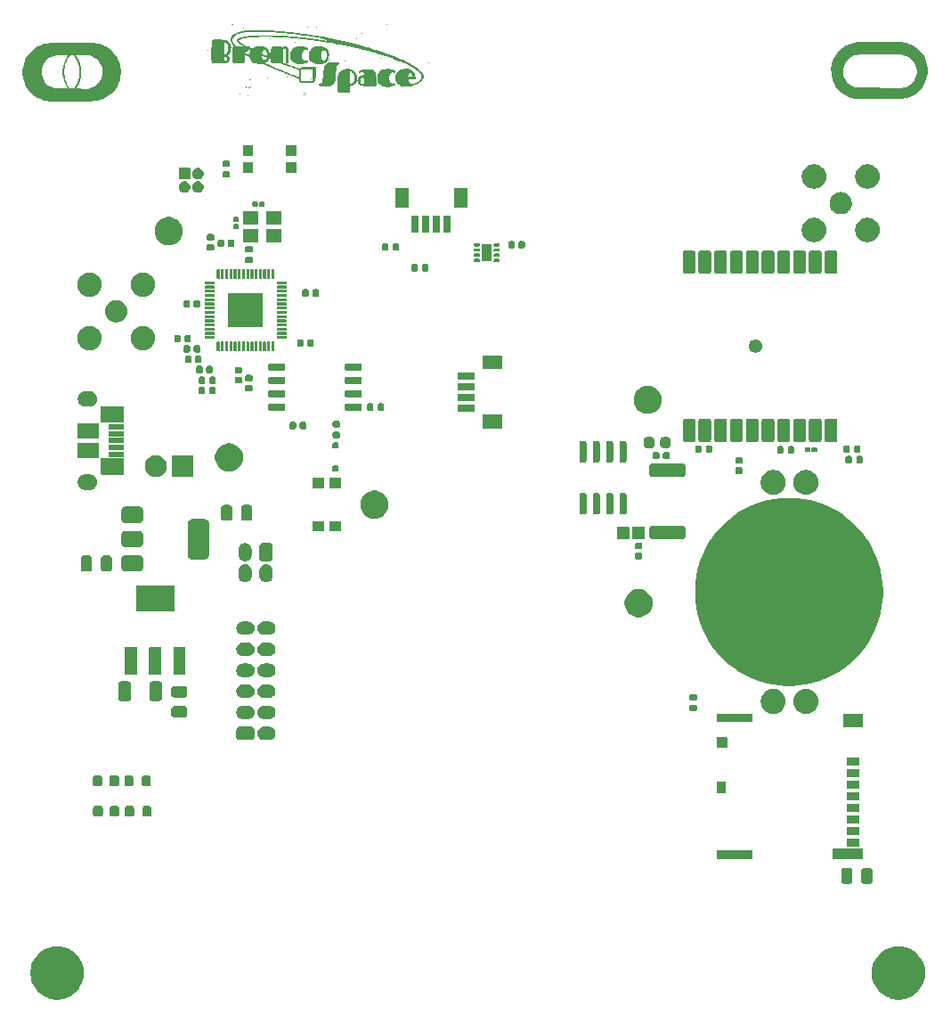
<source format=gbr>
%TF.GenerationSoftware,KiCad,Pcbnew,9.0.0*%
%TF.CreationDate,2025-06-17T12:47:30-07:00*%
%TF.ProjectId,muon_pcb,6d756f6e-5f70-4636-922e-6b696361645f,rev?*%
%TF.SameCoordinates,Original*%
%TF.FileFunction,Soldermask,Top*%
%TF.FilePolarity,Negative*%
%FSLAX46Y46*%
G04 Gerber Fmt 4.6, Leading zero omitted, Abs format (unit mm)*
G04 Created by KiCad (PCBNEW 9.0.0) date 2025-06-17 12:47:30*
%MOMM*%
%LPD*%
G01*
G04 APERTURE LIST*
G04 APERTURE END LIST*
G36*
X96928411Y-141148614D02*
G01*
X97205889Y-141211947D01*
X97474531Y-141305949D01*
X97730959Y-141429438D01*
X97971948Y-141580862D01*
X98194468Y-141758315D01*
X98395720Y-141959567D01*
X98573173Y-142182087D01*
X98724597Y-142423076D01*
X98848086Y-142679504D01*
X98942088Y-142948146D01*
X99005421Y-143225624D01*
X99037287Y-143508448D01*
X99037287Y-143793062D01*
X99005421Y-144075886D01*
X98942088Y-144353364D01*
X98848086Y-144622006D01*
X98724597Y-144878434D01*
X98573173Y-145119423D01*
X98395720Y-145341943D01*
X98194468Y-145543195D01*
X97971948Y-145720648D01*
X97730959Y-145872072D01*
X97474531Y-145995561D01*
X97205889Y-146089563D01*
X96928411Y-146152896D01*
X96645587Y-146184762D01*
X96360973Y-146184762D01*
X96078149Y-146152896D01*
X95800671Y-146089563D01*
X95532029Y-145995561D01*
X95275601Y-145872072D01*
X95034612Y-145720648D01*
X94812092Y-145543195D01*
X94610840Y-145341943D01*
X94433387Y-145119423D01*
X94281963Y-144878434D01*
X94158474Y-144622006D01*
X94064472Y-144353364D01*
X94001139Y-144075886D01*
X93969273Y-143793062D01*
X93969273Y-143508448D01*
X94001139Y-143225624D01*
X94064472Y-142948146D01*
X94158474Y-142679504D01*
X94281963Y-142423076D01*
X94433387Y-142182087D01*
X94610840Y-141959567D01*
X94812092Y-141758315D01*
X95034612Y-141580862D01*
X95275601Y-141429438D01*
X95532029Y-141305949D01*
X95800671Y-141211947D01*
X96078149Y-141148614D01*
X96360973Y-141116748D01*
X96645587Y-141116748D01*
X96928411Y-141148614D01*
G37*
G36*
X176928411Y-141148614D02*
G01*
X177205889Y-141211947D01*
X177474531Y-141305949D01*
X177730959Y-141429438D01*
X177971948Y-141580862D01*
X178194468Y-141758315D01*
X178395720Y-141959567D01*
X178573173Y-142182087D01*
X178724597Y-142423076D01*
X178848086Y-142679504D01*
X178942088Y-142948146D01*
X179005421Y-143225624D01*
X179037287Y-143508448D01*
X179037287Y-143793062D01*
X179005421Y-144075886D01*
X178942088Y-144353364D01*
X178848086Y-144622006D01*
X178724597Y-144878434D01*
X178573173Y-145119423D01*
X178395720Y-145341943D01*
X178194468Y-145543195D01*
X177971948Y-145720648D01*
X177730959Y-145872072D01*
X177474531Y-145995561D01*
X177205889Y-146089563D01*
X176928411Y-146152896D01*
X176645587Y-146184762D01*
X176360973Y-146184762D01*
X176078149Y-146152896D01*
X175800671Y-146089563D01*
X175532029Y-145995561D01*
X175275601Y-145872072D01*
X175034612Y-145720648D01*
X174812092Y-145543195D01*
X174610840Y-145341943D01*
X174433387Y-145119423D01*
X174281963Y-144878434D01*
X174158474Y-144622006D01*
X174064472Y-144353364D01*
X174001139Y-144075886D01*
X173969273Y-143793062D01*
X173969273Y-143508448D01*
X174001139Y-143225624D01*
X174064472Y-142948146D01*
X174158474Y-142679504D01*
X174281963Y-142423076D01*
X174433387Y-142182087D01*
X174610840Y-141959567D01*
X174812092Y-141758315D01*
X175034612Y-141580862D01*
X175275601Y-141429438D01*
X175532029Y-141305949D01*
X175800671Y-141211947D01*
X176078149Y-141148614D01*
X176360973Y-141116748D01*
X176645587Y-141116748D01*
X176928411Y-141148614D01*
G37*
G36*
X171905938Y-133664650D02*
G01*
X171909957Y-133666424D01*
X171913931Y-133666948D01*
X171963651Y-133690133D01*
X172002759Y-133707401D01*
X172004573Y-133709215D01*
X172004969Y-133709400D01*
X172075599Y-133780030D01*
X172075783Y-133780425D01*
X172077599Y-133782241D01*
X172094876Y-133821369D01*
X172118051Y-133871068D01*
X172118573Y-133875039D01*
X172120350Y-133879062D01*
X172128000Y-133945000D01*
X172128000Y-134895000D01*
X172120350Y-134960938D01*
X172118573Y-134964961D01*
X172118051Y-134968931D01*
X172094884Y-135018611D01*
X172077599Y-135057759D01*
X172075782Y-135059575D01*
X172075599Y-135059969D01*
X172004969Y-135130599D01*
X172004575Y-135130782D01*
X172002759Y-135132599D01*
X171963611Y-135149884D01*
X171913931Y-135173051D01*
X171909961Y-135173573D01*
X171905938Y-135175350D01*
X171840000Y-135183000D01*
X171340000Y-135183000D01*
X171274062Y-135175350D01*
X171270039Y-135173573D01*
X171266068Y-135173051D01*
X171216369Y-135149876D01*
X171177241Y-135132599D01*
X171175425Y-135130783D01*
X171175030Y-135130599D01*
X171104400Y-135059969D01*
X171104215Y-135059573D01*
X171102401Y-135057759D01*
X171085133Y-135018651D01*
X171061948Y-134968931D01*
X171061424Y-134964957D01*
X171059650Y-134960938D01*
X171052000Y-134895000D01*
X171052000Y-133945000D01*
X171059650Y-133879062D01*
X171061424Y-133875042D01*
X171061948Y-133871068D01*
X171085141Y-133821329D01*
X171102401Y-133782241D01*
X171104214Y-133780427D01*
X171104400Y-133780030D01*
X171175030Y-133709400D01*
X171175427Y-133709214D01*
X171177241Y-133707401D01*
X171216329Y-133690141D01*
X171266068Y-133666948D01*
X171270042Y-133666424D01*
X171274062Y-133664650D01*
X171340000Y-133657000D01*
X171840000Y-133657000D01*
X171905938Y-133664650D01*
G37*
G36*
X173805938Y-133664650D02*
G01*
X173809957Y-133666424D01*
X173813931Y-133666948D01*
X173863651Y-133690133D01*
X173902759Y-133707401D01*
X173904573Y-133709215D01*
X173904969Y-133709400D01*
X173975599Y-133780030D01*
X173975783Y-133780425D01*
X173977599Y-133782241D01*
X173994876Y-133821369D01*
X174018051Y-133871068D01*
X174018573Y-133875039D01*
X174020350Y-133879062D01*
X174028000Y-133945000D01*
X174028000Y-134895000D01*
X174020350Y-134960938D01*
X174018573Y-134964961D01*
X174018051Y-134968931D01*
X173994884Y-135018611D01*
X173977599Y-135057759D01*
X173975782Y-135059575D01*
X173975599Y-135059969D01*
X173904969Y-135130599D01*
X173904575Y-135130782D01*
X173902759Y-135132599D01*
X173863611Y-135149884D01*
X173813931Y-135173051D01*
X173809961Y-135173573D01*
X173805938Y-135175350D01*
X173740000Y-135183000D01*
X173240000Y-135183000D01*
X173174062Y-135175350D01*
X173170039Y-135173573D01*
X173166068Y-135173051D01*
X173116369Y-135149876D01*
X173077241Y-135132599D01*
X173075425Y-135130783D01*
X173075030Y-135130599D01*
X173004400Y-135059969D01*
X173004215Y-135059573D01*
X173002401Y-135057759D01*
X172985133Y-135018651D01*
X172961948Y-134968931D01*
X172961424Y-134964957D01*
X172959650Y-134960938D01*
X172952000Y-134895000D01*
X172952000Y-133945000D01*
X172959650Y-133879062D01*
X172961424Y-133875042D01*
X172961948Y-133871068D01*
X172985141Y-133821329D01*
X173002401Y-133782241D01*
X173004214Y-133780427D01*
X173004400Y-133780030D01*
X173075030Y-133709400D01*
X173075427Y-133709214D01*
X173077241Y-133707401D01*
X173116329Y-133690141D01*
X173166068Y-133666948D01*
X173170042Y-133666424D01*
X173174062Y-133664650D01*
X173240000Y-133657000D01*
X173740000Y-133657000D01*
X173805938Y-133664650D01*
G37*
G36*
X162599542Y-132024893D02*
G01*
X162611870Y-132033130D01*
X162620107Y-132045458D01*
X162623000Y-132060000D01*
X162623000Y-132760000D01*
X162620107Y-132774542D01*
X162611870Y-132786870D01*
X162599542Y-132795107D01*
X162585000Y-132798000D01*
X159255000Y-132798000D01*
X159240458Y-132795107D01*
X159228130Y-132786870D01*
X159219893Y-132774542D01*
X159217000Y-132760000D01*
X159217000Y-132060000D01*
X159219893Y-132045458D01*
X159228130Y-132033130D01*
X159240458Y-132024893D01*
X159255000Y-132022000D01*
X162585000Y-132022000D01*
X162599542Y-132024893D01*
G37*
G36*
X173099542Y-131864893D02*
G01*
X173111870Y-131873130D01*
X173120107Y-131885458D01*
X173123000Y-131900000D01*
X173123000Y-132760000D01*
X173120107Y-132774542D01*
X173111870Y-132786870D01*
X173099542Y-132795107D01*
X173085000Y-132798000D01*
X170285000Y-132798000D01*
X170270458Y-132795107D01*
X170258130Y-132786870D01*
X170249893Y-132774542D01*
X170247000Y-132760000D01*
X170247000Y-131900000D01*
X170249893Y-131885458D01*
X170258130Y-131873130D01*
X170270458Y-131864893D01*
X170285000Y-131862000D01*
X173085000Y-131862000D01*
X173099542Y-131864893D01*
G37*
G36*
X172749542Y-130864893D02*
G01*
X172761870Y-130873130D01*
X172770107Y-130885458D01*
X172773000Y-130900000D01*
X172773000Y-131600000D01*
X172770107Y-131614542D01*
X172761870Y-131626870D01*
X172749542Y-131635107D01*
X172735000Y-131638000D01*
X171635000Y-131638000D01*
X171620458Y-131635107D01*
X171608130Y-131626870D01*
X171599893Y-131614542D01*
X171597000Y-131600000D01*
X171597000Y-130900000D01*
X171599893Y-130885458D01*
X171608130Y-130873130D01*
X171620458Y-130864893D01*
X171635000Y-130862000D01*
X172735000Y-130862000D01*
X172749542Y-130864893D01*
G37*
G36*
X172749542Y-129764893D02*
G01*
X172761870Y-129773130D01*
X172770107Y-129785458D01*
X172773000Y-129800000D01*
X172773000Y-130500000D01*
X172770107Y-130514542D01*
X172761870Y-130526870D01*
X172749542Y-130535107D01*
X172735000Y-130538000D01*
X171635000Y-130538000D01*
X171620458Y-130535107D01*
X171608130Y-130526870D01*
X171599893Y-130514542D01*
X171597000Y-130500000D01*
X171597000Y-129800000D01*
X171599893Y-129785458D01*
X171608130Y-129773130D01*
X171620458Y-129764893D01*
X171635000Y-129762000D01*
X172735000Y-129762000D01*
X172749542Y-129764893D01*
G37*
G36*
X172749542Y-128664893D02*
G01*
X172761870Y-128673130D01*
X172770107Y-128685458D01*
X172773000Y-128700000D01*
X172773000Y-129400000D01*
X172770107Y-129414542D01*
X172761870Y-129426870D01*
X172749542Y-129435107D01*
X172735000Y-129438000D01*
X171635000Y-129438000D01*
X171620458Y-129435107D01*
X171608130Y-129426870D01*
X171599893Y-129414542D01*
X171597000Y-129400000D01*
X171597000Y-128700000D01*
X171599893Y-128685458D01*
X171608130Y-128673130D01*
X171620458Y-128664893D01*
X171635000Y-128662000D01*
X172735000Y-128662000D01*
X172749542Y-128664893D01*
G37*
G36*
X100605767Y-127777401D02*
G01*
X100661617Y-127783880D01*
X100680701Y-127792306D01*
X100702004Y-127796544D01*
X100724812Y-127811783D01*
X100748604Y-127822289D01*
X100764852Y-127838537D01*
X100785300Y-127852200D01*
X100798962Y-127872647D01*
X100815210Y-127888895D01*
X100825714Y-127912685D01*
X100840956Y-127935496D01*
X100845193Y-127956801D01*
X100853619Y-127975882D01*
X100860096Y-128031720D01*
X100860500Y-128033750D01*
X100860500Y-128546250D01*
X100860096Y-128548279D01*
X100853619Y-128604117D01*
X100845194Y-128623197D01*
X100840956Y-128644504D01*
X100825713Y-128667316D01*
X100815210Y-128691104D01*
X100798964Y-128707349D01*
X100785300Y-128727800D01*
X100764849Y-128741464D01*
X100748604Y-128757710D01*
X100724816Y-128768213D01*
X100702004Y-128783456D01*
X100680697Y-128787694D01*
X100661617Y-128796119D01*
X100605780Y-128802596D01*
X100603750Y-128803000D01*
X100166250Y-128803000D01*
X100164221Y-128802596D01*
X100108382Y-128796119D01*
X100089301Y-128787693D01*
X100067996Y-128783456D01*
X100045185Y-128768214D01*
X100021395Y-128757710D01*
X100005147Y-128741462D01*
X99984700Y-128727800D01*
X99971037Y-128707352D01*
X99954789Y-128691104D01*
X99944283Y-128667312D01*
X99929044Y-128644504D01*
X99924806Y-128623201D01*
X99916380Y-128604117D01*
X99909901Y-128548268D01*
X99909500Y-128546250D01*
X99909500Y-128033750D01*
X99909901Y-128031733D01*
X99916380Y-127975882D01*
X99924806Y-127956797D01*
X99929044Y-127935496D01*
X99944282Y-127912689D01*
X99954789Y-127888895D01*
X99971039Y-127872644D01*
X99984700Y-127852200D01*
X100005144Y-127838539D01*
X100021395Y-127822289D01*
X100045189Y-127811782D01*
X100067996Y-127796544D01*
X100089297Y-127792306D01*
X100108382Y-127783880D01*
X100164232Y-127777401D01*
X100166250Y-127777000D01*
X100603750Y-127777000D01*
X100605767Y-127777401D01*
G37*
G36*
X102180767Y-127777401D02*
G01*
X102236617Y-127783880D01*
X102255701Y-127792306D01*
X102277004Y-127796544D01*
X102299812Y-127811783D01*
X102323604Y-127822289D01*
X102339852Y-127838537D01*
X102360300Y-127852200D01*
X102373962Y-127872647D01*
X102390210Y-127888895D01*
X102400714Y-127912685D01*
X102415956Y-127935496D01*
X102420193Y-127956801D01*
X102428619Y-127975882D01*
X102435096Y-128031720D01*
X102435500Y-128033750D01*
X102435500Y-128546250D01*
X102435096Y-128548279D01*
X102428619Y-128604117D01*
X102420194Y-128623197D01*
X102415956Y-128644504D01*
X102400713Y-128667316D01*
X102390210Y-128691104D01*
X102373964Y-128707349D01*
X102360300Y-128727800D01*
X102339849Y-128741464D01*
X102323604Y-128757710D01*
X102299816Y-128768213D01*
X102277004Y-128783456D01*
X102255697Y-128787694D01*
X102236617Y-128796119D01*
X102180780Y-128802596D01*
X102178750Y-128803000D01*
X101741250Y-128803000D01*
X101739221Y-128802596D01*
X101683382Y-128796119D01*
X101664301Y-128787693D01*
X101642996Y-128783456D01*
X101620185Y-128768214D01*
X101596395Y-128757710D01*
X101580147Y-128741462D01*
X101559700Y-128727800D01*
X101546037Y-128707352D01*
X101529789Y-128691104D01*
X101519283Y-128667312D01*
X101504044Y-128644504D01*
X101499806Y-128623201D01*
X101491380Y-128604117D01*
X101484901Y-128548268D01*
X101484500Y-128546250D01*
X101484500Y-128033750D01*
X101484901Y-128031733D01*
X101491380Y-127975882D01*
X101499806Y-127956797D01*
X101504044Y-127935496D01*
X101519282Y-127912689D01*
X101529789Y-127888895D01*
X101546039Y-127872644D01*
X101559700Y-127852200D01*
X101580144Y-127838539D01*
X101596395Y-127822289D01*
X101620189Y-127811782D01*
X101642996Y-127796544D01*
X101664297Y-127792306D01*
X101683382Y-127783880D01*
X101739232Y-127777401D01*
X101741250Y-127777000D01*
X102178750Y-127777000D01*
X102180767Y-127777401D01*
G37*
G36*
X103671079Y-127795117D02*
G01*
X103748291Y-127846709D01*
X103799883Y-127923921D01*
X103818000Y-128015000D01*
X103818000Y-128565000D01*
X103799883Y-128656079D01*
X103748291Y-128733291D01*
X103671079Y-128784883D01*
X103580000Y-128803000D01*
X103180000Y-128803000D01*
X103088921Y-128784883D01*
X103011709Y-128733291D01*
X102960117Y-128656079D01*
X102942000Y-128565000D01*
X102942000Y-128015000D01*
X102960117Y-127923921D01*
X103011709Y-127846709D01*
X103088921Y-127795117D01*
X103180000Y-127777000D01*
X103580000Y-127777000D01*
X103671079Y-127795117D01*
G37*
G36*
X105321079Y-127795117D02*
G01*
X105398291Y-127846709D01*
X105449883Y-127923921D01*
X105468000Y-128015000D01*
X105468000Y-128565000D01*
X105449883Y-128656079D01*
X105398291Y-128733291D01*
X105321079Y-128784883D01*
X105230000Y-128803000D01*
X104830000Y-128803000D01*
X104738921Y-128784883D01*
X104661709Y-128733291D01*
X104610117Y-128656079D01*
X104592000Y-128565000D01*
X104592000Y-128015000D01*
X104610117Y-127923921D01*
X104661709Y-127846709D01*
X104738921Y-127795117D01*
X104830000Y-127777000D01*
X105230000Y-127777000D01*
X105321079Y-127795117D01*
G37*
G36*
X172749542Y-127564893D02*
G01*
X172761870Y-127573130D01*
X172770107Y-127585458D01*
X172773000Y-127600000D01*
X172773000Y-128300000D01*
X172770107Y-128314542D01*
X172761870Y-128326870D01*
X172749542Y-128335107D01*
X172735000Y-128338000D01*
X171635000Y-128338000D01*
X171620458Y-128335107D01*
X171608130Y-128326870D01*
X171599893Y-128314542D01*
X171597000Y-128300000D01*
X171597000Y-127600000D01*
X171599893Y-127585458D01*
X171608130Y-127573130D01*
X171620458Y-127564893D01*
X171635000Y-127562000D01*
X172735000Y-127562000D01*
X172749542Y-127564893D01*
G37*
G36*
X172749542Y-126464893D02*
G01*
X172761870Y-126473130D01*
X172770107Y-126485458D01*
X172773000Y-126500000D01*
X172773000Y-127200000D01*
X172770107Y-127214542D01*
X172761870Y-127226870D01*
X172749542Y-127235107D01*
X172735000Y-127238000D01*
X171635000Y-127238000D01*
X171620458Y-127235107D01*
X171608130Y-127226870D01*
X171599893Y-127214542D01*
X171597000Y-127200000D01*
X171597000Y-126500000D01*
X171599893Y-126485458D01*
X171608130Y-126473130D01*
X171620458Y-126464893D01*
X171635000Y-126462000D01*
X172735000Y-126462000D01*
X172749542Y-126464893D01*
G37*
G36*
X160049542Y-125464893D02*
G01*
X160061870Y-125473130D01*
X160070107Y-125485458D01*
X160073000Y-125500000D01*
X160073000Y-126550000D01*
X160070107Y-126564542D01*
X160061870Y-126576870D01*
X160049542Y-126585107D01*
X160035000Y-126588000D01*
X159255000Y-126588000D01*
X159240458Y-126585107D01*
X159228130Y-126576870D01*
X159219893Y-126564542D01*
X159217000Y-126550000D01*
X159217000Y-125500000D01*
X159219893Y-125485458D01*
X159228130Y-125473130D01*
X159240458Y-125464893D01*
X159255000Y-125462000D01*
X160035000Y-125462000D01*
X160049542Y-125464893D01*
G37*
G36*
X172749542Y-125364893D02*
G01*
X172761870Y-125373130D01*
X172770107Y-125385458D01*
X172773000Y-125400000D01*
X172773000Y-126100000D01*
X172770107Y-126114542D01*
X172761870Y-126126870D01*
X172749542Y-126135107D01*
X172735000Y-126138000D01*
X171635000Y-126138000D01*
X171620458Y-126135107D01*
X171608130Y-126126870D01*
X171599893Y-126114542D01*
X171597000Y-126100000D01*
X171597000Y-125400000D01*
X171599893Y-125385458D01*
X171608130Y-125373130D01*
X171620458Y-125364893D01*
X171635000Y-125362000D01*
X172735000Y-125362000D01*
X172749542Y-125364893D01*
G37*
G36*
X100565767Y-124897401D02*
G01*
X100621617Y-124903880D01*
X100640701Y-124912306D01*
X100662004Y-124916544D01*
X100684812Y-124931783D01*
X100708604Y-124942289D01*
X100724852Y-124958537D01*
X100745300Y-124972200D01*
X100758962Y-124992647D01*
X100775210Y-125008895D01*
X100785714Y-125032685D01*
X100800956Y-125055496D01*
X100805193Y-125076801D01*
X100813619Y-125095882D01*
X100820096Y-125151720D01*
X100820500Y-125153750D01*
X100820500Y-125666250D01*
X100820096Y-125668279D01*
X100813619Y-125724117D01*
X100805194Y-125743197D01*
X100800956Y-125764504D01*
X100785713Y-125787316D01*
X100775210Y-125811104D01*
X100758964Y-125827349D01*
X100745300Y-125847800D01*
X100724849Y-125861464D01*
X100708604Y-125877710D01*
X100684816Y-125888213D01*
X100662004Y-125903456D01*
X100640697Y-125907694D01*
X100621617Y-125916119D01*
X100565780Y-125922596D01*
X100563750Y-125923000D01*
X100126250Y-125923000D01*
X100124221Y-125922596D01*
X100068382Y-125916119D01*
X100049301Y-125907693D01*
X100027996Y-125903456D01*
X100005185Y-125888214D01*
X99981395Y-125877710D01*
X99965147Y-125861462D01*
X99944700Y-125847800D01*
X99931037Y-125827352D01*
X99914789Y-125811104D01*
X99904283Y-125787312D01*
X99889044Y-125764504D01*
X99884806Y-125743201D01*
X99876380Y-125724117D01*
X99869901Y-125668268D01*
X99869500Y-125666250D01*
X99869500Y-125153750D01*
X99869901Y-125151733D01*
X99876380Y-125095882D01*
X99884806Y-125076797D01*
X99889044Y-125055496D01*
X99904282Y-125032689D01*
X99914789Y-125008895D01*
X99931039Y-124992644D01*
X99944700Y-124972200D01*
X99965144Y-124958539D01*
X99981395Y-124942289D01*
X100005189Y-124931782D01*
X100027996Y-124916544D01*
X100049297Y-124912306D01*
X100068382Y-124903880D01*
X100124232Y-124897401D01*
X100126250Y-124897000D01*
X100563750Y-124897000D01*
X100565767Y-124897401D01*
G37*
G36*
X102140767Y-124897401D02*
G01*
X102196617Y-124903880D01*
X102215701Y-124912306D01*
X102237004Y-124916544D01*
X102259812Y-124931783D01*
X102283604Y-124942289D01*
X102299852Y-124958537D01*
X102320300Y-124972200D01*
X102333962Y-124992647D01*
X102350210Y-125008895D01*
X102360714Y-125032685D01*
X102375956Y-125055496D01*
X102380193Y-125076801D01*
X102388619Y-125095882D01*
X102395096Y-125151720D01*
X102395500Y-125153750D01*
X102395500Y-125666250D01*
X102395096Y-125668279D01*
X102388619Y-125724117D01*
X102380194Y-125743197D01*
X102375956Y-125764504D01*
X102360713Y-125787316D01*
X102350210Y-125811104D01*
X102333964Y-125827349D01*
X102320300Y-125847800D01*
X102299849Y-125861464D01*
X102283604Y-125877710D01*
X102259816Y-125888213D01*
X102237004Y-125903456D01*
X102215697Y-125907694D01*
X102196617Y-125916119D01*
X102140780Y-125922596D01*
X102138750Y-125923000D01*
X101701250Y-125923000D01*
X101699221Y-125922596D01*
X101643382Y-125916119D01*
X101624301Y-125907693D01*
X101602996Y-125903456D01*
X101580185Y-125888214D01*
X101556395Y-125877710D01*
X101540147Y-125861462D01*
X101519700Y-125847800D01*
X101506037Y-125827352D01*
X101489789Y-125811104D01*
X101479283Y-125787312D01*
X101464044Y-125764504D01*
X101459806Y-125743201D01*
X101451380Y-125724117D01*
X101444901Y-125668268D01*
X101444500Y-125666250D01*
X101444500Y-125153750D01*
X101444901Y-125151733D01*
X101451380Y-125095882D01*
X101459806Y-125076797D01*
X101464044Y-125055496D01*
X101479282Y-125032689D01*
X101489789Y-125008895D01*
X101506039Y-124992644D01*
X101519700Y-124972200D01*
X101540144Y-124958539D01*
X101556395Y-124942289D01*
X101580189Y-124931782D01*
X101602996Y-124916544D01*
X101624297Y-124912306D01*
X101643382Y-124903880D01*
X101699232Y-124897401D01*
X101701250Y-124897000D01*
X102138750Y-124897000D01*
X102140767Y-124897401D01*
G37*
G36*
X103621079Y-124905117D02*
G01*
X103698291Y-124956709D01*
X103749883Y-125033921D01*
X103768000Y-125125000D01*
X103768000Y-125675000D01*
X103749883Y-125766079D01*
X103698291Y-125843291D01*
X103621079Y-125894883D01*
X103530000Y-125913000D01*
X103130000Y-125913000D01*
X103038921Y-125894883D01*
X102961709Y-125843291D01*
X102910117Y-125766079D01*
X102892000Y-125675000D01*
X102892000Y-125125000D01*
X102910117Y-125033921D01*
X102961709Y-124956709D01*
X103038921Y-124905117D01*
X103130000Y-124887000D01*
X103530000Y-124887000D01*
X103621079Y-124905117D01*
G37*
G36*
X105271079Y-124905117D02*
G01*
X105348291Y-124956709D01*
X105399883Y-125033921D01*
X105418000Y-125125000D01*
X105418000Y-125675000D01*
X105399883Y-125766079D01*
X105348291Y-125843291D01*
X105271079Y-125894883D01*
X105180000Y-125913000D01*
X104780000Y-125913000D01*
X104688921Y-125894883D01*
X104611709Y-125843291D01*
X104560117Y-125766079D01*
X104542000Y-125675000D01*
X104542000Y-125125000D01*
X104560117Y-125033921D01*
X104611709Y-124956709D01*
X104688921Y-124905117D01*
X104780000Y-124887000D01*
X105180000Y-124887000D01*
X105271079Y-124905117D01*
G37*
G36*
X172749542Y-124264893D02*
G01*
X172761870Y-124273130D01*
X172770107Y-124285458D01*
X172773000Y-124300000D01*
X172773000Y-125000000D01*
X172770107Y-125014542D01*
X172761870Y-125026870D01*
X172749542Y-125035107D01*
X172735000Y-125038000D01*
X171635000Y-125038000D01*
X171620458Y-125035107D01*
X171608130Y-125026870D01*
X171599893Y-125014542D01*
X171597000Y-125000000D01*
X171597000Y-124300000D01*
X171599893Y-124285458D01*
X171608130Y-124273130D01*
X171620458Y-124264893D01*
X171635000Y-124262000D01*
X172735000Y-124262000D01*
X172749542Y-124264893D01*
G37*
G36*
X172749542Y-123164893D02*
G01*
X172761870Y-123173130D01*
X172770107Y-123185458D01*
X172773000Y-123200000D01*
X172773000Y-123900000D01*
X172770107Y-123914542D01*
X172761870Y-123926870D01*
X172749542Y-123935107D01*
X172735000Y-123938000D01*
X171635000Y-123938000D01*
X171620458Y-123935107D01*
X171608130Y-123926870D01*
X171599893Y-123914542D01*
X171597000Y-123900000D01*
X171597000Y-123200000D01*
X171599893Y-123185458D01*
X171608130Y-123173130D01*
X171620458Y-123164893D01*
X171635000Y-123162000D01*
X172735000Y-123162000D01*
X172749542Y-123164893D01*
G37*
G36*
X160199542Y-121274893D02*
G01*
X160211870Y-121283130D01*
X160220107Y-121295458D01*
X160223000Y-121310000D01*
X160223000Y-122210000D01*
X160220107Y-122224542D01*
X160211870Y-122236870D01*
X160199542Y-122245107D01*
X160185000Y-122248000D01*
X159255000Y-122248000D01*
X159240458Y-122245107D01*
X159228130Y-122236870D01*
X159219893Y-122224542D01*
X159217000Y-122210000D01*
X159217000Y-121310000D01*
X159219893Y-121295458D01*
X159228130Y-121283130D01*
X159240458Y-121274893D01*
X159255000Y-121272000D01*
X160185000Y-121272000D01*
X160199542Y-121274893D01*
G37*
G36*
X115050938Y-120259650D02*
G01*
X115054957Y-120261424D01*
X115058931Y-120261948D01*
X115108651Y-120285133D01*
X115147759Y-120302401D01*
X115149573Y-120304215D01*
X115149969Y-120304400D01*
X115220599Y-120375030D01*
X115220783Y-120375425D01*
X115222599Y-120377241D01*
X115239876Y-120416369D01*
X115263051Y-120466068D01*
X115263573Y-120470039D01*
X115265350Y-120474062D01*
X115273000Y-120540000D01*
X115273000Y-121240000D01*
X115265350Y-121305938D01*
X115263573Y-121309961D01*
X115263051Y-121313931D01*
X115239884Y-121363611D01*
X115222599Y-121402759D01*
X115220782Y-121404575D01*
X115220599Y-121404969D01*
X115149969Y-121475599D01*
X115149575Y-121475782D01*
X115147759Y-121477599D01*
X115108611Y-121494884D01*
X115058931Y-121518051D01*
X115054961Y-121518573D01*
X115050938Y-121520350D01*
X114985000Y-121528000D01*
X113835000Y-121528000D01*
X113769062Y-121520350D01*
X113765039Y-121518573D01*
X113761068Y-121518051D01*
X113711369Y-121494876D01*
X113672241Y-121477599D01*
X113670425Y-121475783D01*
X113670030Y-121475599D01*
X113599400Y-121404969D01*
X113599215Y-121404573D01*
X113597401Y-121402759D01*
X113580133Y-121363651D01*
X113556948Y-121313931D01*
X113556424Y-121309957D01*
X113554650Y-121305938D01*
X113547000Y-121240000D01*
X113547000Y-120540000D01*
X113554650Y-120474062D01*
X113556424Y-120470042D01*
X113556948Y-120466068D01*
X113580141Y-120416329D01*
X113597401Y-120377241D01*
X113599214Y-120375427D01*
X113599400Y-120375030D01*
X113670030Y-120304400D01*
X113670427Y-120304214D01*
X113672241Y-120302401D01*
X113711329Y-120285141D01*
X113761068Y-120261948D01*
X113765042Y-120261424D01*
X113769062Y-120259650D01*
X113835000Y-120252000D01*
X114985000Y-120252000D01*
X115050938Y-120259650D01*
G37*
G36*
X116697535Y-120255072D02*
G01*
X116820202Y-120279472D01*
X116935751Y-120327334D01*
X117039743Y-120396819D01*
X117128181Y-120485257D01*
X117197666Y-120589249D01*
X117245528Y-120704798D01*
X117269928Y-120827465D01*
X117269928Y-120952535D01*
X117245528Y-121075202D01*
X117197666Y-121190751D01*
X117128181Y-121294743D01*
X117039743Y-121383181D01*
X116935751Y-121452666D01*
X116820202Y-121500528D01*
X116697535Y-121524928D01*
X116635000Y-121528000D01*
X116634384Y-121528000D01*
X116185616Y-121528000D01*
X116185000Y-121528000D01*
X116122465Y-121524928D01*
X115999798Y-121500528D01*
X115884249Y-121452666D01*
X115780257Y-121383181D01*
X115691819Y-121294743D01*
X115622334Y-121190751D01*
X115574472Y-121075202D01*
X115550072Y-120952535D01*
X115550072Y-120827465D01*
X115574472Y-120704798D01*
X115622334Y-120589249D01*
X115691819Y-120485257D01*
X115780257Y-120396819D01*
X115884249Y-120327334D01*
X115999798Y-120279472D01*
X116122465Y-120255072D01*
X116185000Y-120252000D01*
X116635000Y-120252000D01*
X116697535Y-120255072D01*
G37*
G36*
X173099542Y-119064893D02*
G01*
X173111870Y-119073130D01*
X173120107Y-119085458D01*
X173123000Y-119100000D01*
X173123000Y-120240000D01*
X173120107Y-120254542D01*
X173111870Y-120266870D01*
X173099542Y-120275107D01*
X173085000Y-120278000D01*
X171255000Y-120278000D01*
X171240458Y-120275107D01*
X171228130Y-120266870D01*
X171219893Y-120254542D01*
X171217000Y-120240000D01*
X171217000Y-119100000D01*
X171219893Y-119085458D01*
X171228130Y-119073130D01*
X171240458Y-119064893D01*
X171255000Y-119062000D01*
X173085000Y-119062000D01*
X173099542Y-119064893D01*
G37*
G36*
X162599542Y-119064893D02*
G01*
X162611870Y-119073130D01*
X162620107Y-119085458D01*
X162623000Y-119100000D01*
X162623000Y-119800000D01*
X162620107Y-119814542D01*
X162611870Y-119826870D01*
X162599542Y-119835107D01*
X162585000Y-119838000D01*
X159255000Y-119838000D01*
X159240458Y-119835107D01*
X159228130Y-119826870D01*
X159219893Y-119814542D01*
X159217000Y-119800000D01*
X159217000Y-119100000D01*
X159219893Y-119085458D01*
X159228130Y-119073130D01*
X159240458Y-119064893D01*
X159255000Y-119062000D01*
X162585000Y-119062000D01*
X162599542Y-119064893D01*
G37*
G36*
X114697535Y-118255072D02*
G01*
X114820202Y-118279472D01*
X114935751Y-118327334D01*
X115039743Y-118396819D01*
X115128181Y-118485257D01*
X115197666Y-118589249D01*
X115245528Y-118704798D01*
X115269928Y-118827465D01*
X115269928Y-118952535D01*
X115245528Y-119075202D01*
X115197666Y-119190751D01*
X115128181Y-119294743D01*
X115039743Y-119383181D01*
X114935751Y-119452666D01*
X114820202Y-119500528D01*
X114697535Y-119524928D01*
X114635000Y-119528000D01*
X114634384Y-119528000D01*
X114185616Y-119528000D01*
X114185000Y-119528000D01*
X114122465Y-119524928D01*
X113999798Y-119500528D01*
X113884249Y-119452666D01*
X113780257Y-119383181D01*
X113691819Y-119294743D01*
X113622334Y-119190751D01*
X113574472Y-119075202D01*
X113550072Y-118952535D01*
X113550072Y-118827465D01*
X113574472Y-118704798D01*
X113622334Y-118589249D01*
X113691819Y-118485257D01*
X113780257Y-118396819D01*
X113884249Y-118327334D01*
X113999798Y-118279472D01*
X114122465Y-118255072D01*
X114185000Y-118252000D01*
X114635000Y-118252000D01*
X114697535Y-118255072D01*
G37*
G36*
X116697535Y-118255072D02*
G01*
X116820202Y-118279472D01*
X116935751Y-118327334D01*
X117039743Y-118396819D01*
X117128181Y-118485257D01*
X117197666Y-118589249D01*
X117245528Y-118704798D01*
X117269928Y-118827465D01*
X117269928Y-118952535D01*
X117245528Y-119075202D01*
X117197666Y-119190751D01*
X117128181Y-119294743D01*
X117039743Y-119383181D01*
X116935751Y-119452666D01*
X116820202Y-119500528D01*
X116697535Y-119524928D01*
X116635000Y-119528000D01*
X116634384Y-119528000D01*
X116185616Y-119528000D01*
X116185000Y-119528000D01*
X116122465Y-119524928D01*
X115999798Y-119500528D01*
X115884249Y-119452666D01*
X115780257Y-119383181D01*
X115691819Y-119294743D01*
X115622334Y-119190751D01*
X115574472Y-119075202D01*
X115550072Y-118952535D01*
X115550072Y-118827465D01*
X115574472Y-118704798D01*
X115622334Y-118589249D01*
X115691819Y-118485257D01*
X115780257Y-118396819D01*
X115884249Y-118327334D01*
X115999798Y-118279472D01*
X116122465Y-118255072D01*
X116185000Y-118252000D01*
X116635000Y-118252000D01*
X116697535Y-118255072D01*
G37*
G36*
X108650938Y-118309650D02*
G01*
X108654957Y-118311424D01*
X108658931Y-118311948D01*
X108708651Y-118335133D01*
X108747759Y-118352401D01*
X108749573Y-118354215D01*
X108749969Y-118354400D01*
X108820599Y-118425030D01*
X108820783Y-118425425D01*
X108822599Y-118427241D01*
X108839876Y-118466369D01*
X108863051Y-118516068D01*
X108863573Y-118520039D01*
X108865350Y-118524062D01*
X108873000Y-118590000D01*
X108873000Y-119090000D01*
X108865350Y-119155938D01*
X108863573Y-119159961D01*
X108863051Y-119163931D01*
X108839884Y-119213611D01*
X108822599Y-119252759D01*
X108820782Y-119254575D01*
X108820599Y-119254969D01*
X108749969Y-119325599D01*
X108749575Y-119325782D01*
X108747759Y-119327599D01*
X108708611Y-119344884D01*
X108658931Y-119368051D01*
X108654961Y-119368573D01*
X108650938Y-119370350D01*
X108585000Y-119378000D01*
X107635000Y-119378000D01*
X107569062Y-119370350D01*
X107565039Y-119368573D01*
X107561068Y-119368051D01*
X107511369Y-119344876D01*
X107472241Y-119327599D01*
X107470425Y-119325783D01*
X107470030Y-119325599D01*
X107399400Y-119254969D01*
X107399215Y-119254573D01*
X107397401Y-119252759D01*
X107380133Y-119213651D01*
X107356948Y-119163931D01*
X107356424Y-119159957D01*
X107354650Y-119155938D01*
X107347000Y-119090000D01*
X107347000Y-118590000D01*
X107354650Y-118524062D01*
X107356424Y-118520042D01*
X107356948Y-118516068D01*
X107380141Y-118466329D01*
X107397401Y-118427241D01*
X107399214Y-118425427D01*
X107399400Y-118425030D01*
X107470030Y-118354400D01*
X107470427Y-118354214D01*
X107472241Y-118352401D01*
X107511329Y-118335141D01*
X107561068Y-118311948D01*
X107565042Y-118311424D01*
X107569062Y-118309650D01*
X107635000Y-118302000D01*
X108585000Y-118302000D01*
X108650938Y-118309650D01*
G37*
G36*
X164867333Y-116694825D02*
G01*
X165044628Y-116752431D01*
X165210728Y-116837063D01*
X165361544Y-116946638D01*
X165493362Y-117078456D01*
X165602937Y-117229272D01*
X165687569Y-117395372D01*
X165745175Y-117572667D01*
X165774338Y-117756791D01*
X165774338Y-117943209D01*
X165745175Y-118127333D01*
X165687569Y-118304628D01*
X165602937Y-118470728D01*
X165493362Y-118621544D01*
X165361544Y-118753362D01*
X165210728Y-118862937D01*
X165044628Y-118947569D01*
X164867333Y-119005175D01*
X164683209Y-119034338D01*
X164496791Y-119034338D01*
X164312667Y-119005175D01*
X164135372Y-118947569D01*
X163969272Y-118862937D01*
X163818456Y-118753362D01*
X163686638Y-118621544D01*
X163577063Y-118470728D01*
X163492431Y-118304628D01*
X163434825Y-118127333D01*
X163405662Y-117943209D01*
X163405662Y-117756791D01*
X163434825Y-117572667D01*
X163492431Y-117395372D01*
X163577063Y-117229272D01*
X163686638Y-117078456D01*
X163818456Y-116946638D01*
X163969272Y-116837063D01*
X164135372Y-116752431D01*
X164312667Y-116694825D01*
X164496791Y-116665662D01*
X164683209Y-116665662D01*
X164867333Y-116694825D01*
G37*
G36*
X167967333Y-116694825D02*
G01*
X168144628Y-116752431D01*
X168310728Y-116837063D01*
X168461544Y-116946638D01*
X168593362Y-117078456D01*
X168702937Y-117229272D01*
X168787569Y-117395372D01*
X168845175Y-117572667D01*
X168874338Y-117756791D01*
X168874338Y-117943209D01*
X168845175Y-118127333D01*
X168787569Y-118304628D01*
X168702937Y-118470728D01*
X168593362Y-118621544D01*
X168461544Y-118753362D01*
X168310728Y-118862937D01*
X168144628Y-118947569D01*
X167967333Y-119005175D01*
X167783209Y-119034338D01*
X167596791Y-119034338D01*
X167412667Y-119005175D01*
X167235372Y-118947569D01*
X167069272Y-118862937D01*
X166918456Y-118753362D01*
X166786638Y-118621544D01*
X166677063Y-118470728D01*
X166592431Y-118304628D01*
X166534825Y-118127333D01*
X166505662Y-117943209D01*
X166505662Y-117756791D01*
X166534825Y-117572667D01*
X166592431Y-117395372D01*
X166677063Y-117229272D01*
X166786638Y-117078456D01*
X166918456Y-116946638D01*
X167069272Y-116837063D01*
X167235372Y-116752431D01*
X167412667Y-116694825D01*
X167596791Y-116665662D01*
X167783209Y-116665662D01*
X167967333Y-116694825D01*
G37*
G36*
X157241204Y-118175169D02*
G01*
X157297329Y-118212671D01*
X157334831Y-118268796D01*
X157348000Y-118335000D01*
X157348000Y-118605000D01*
X157334831Y-118671204D01*
X157297329Y-118727329D01*
X157241204Y-118764831D01*
X157175000Y-118778000D01*
X156805000Y-118778000D01*
X156738796Y-118764831D01*
X156682671Y-118727329D01*
X156645169Y-118671204D01*
X156632000Y-118605000D01*
X156632000Y-118335000D01*
X156645169Y-118268796D01*
X156682671Y-118212671D01*
X156738796Y-118175169D01*
X156805000Y-118162000D01*
X157175000Y-118162000D01*
X157241204Y-118175169D01*
G37*
G36*
X103315938Y-115949650D02*
G01*
X103319957Y-115951424D01*
X103323931Y-115951948D01*
X103373651Y-115975133D01*
X103412759Y-115992401D01*
X103414573Y-115994215D01*
X103414969Y-115994400D01*
X103485599Y-116065030D01*
X103485783Y-116065425D01*
X103487599Y-116067241D01*
X103504876Y-116106369D01*
X103528051Y-116156068D01*
X103528573Y-116160039D01*
X103530350Y-116164062D01*
X103538000Y-116230000D01*
X103538000Y-117530000D01*
X103530350Y-117595938D01*
X103528573Y-117599961D01*
X103528051Y-117603931D01*
X103504884Y-117653611D01*
X103487599Y-117692759D01*
X103485782Y-117694575D01*
X103485599Y-117694969D01*
X103414969Y-117765599D01*
X103414575Y-117765782D01*
X103412759Y-117767599D01*
X103373611Y-117784884D01*
X103323931Y-117808051D01*
X103319961Y-117808573D01*
X103315938Y-117810350D01*
X103250000Y-117818000D01*
X102600000Y-117818000D01*
X102534062Y-117810350D01*
X102530039Y-117808573D01*
X102526068Y-117808051D01*
X102476369Y-117784876D01*
X102437241Y-117767599D01*
X102435425Y-117765783D01*
X102435030Y-117765599D01*
X102364400Y-117694969D01*
X102364215Y-117694573D01*
X102362401Y-117692759D01*
X102345133Y-117653651D01*
X102321948Y-117603931D01*
X102321424Y-117599957D01*
X102319650Y-117595938D01*
X102312000Y-117530000D01*
X102312000Y-116230000D01*
X102319650Y-116164062D01*
X102321424Y-116160042D01*
X102321948Y-116156068D01*
X102345141Y-116106329D01*
X102362401Y-116067241D01*
X102364214Y-116065427D01*
X102364400Y-116065030D01*
X102435030Y-115994400D01*
X102435427Y-115994214D01*
X102437241Y-115992401D01*
X102476329Y-115975141D01*
X102526068Y-115951948D01*
X102530042Y-115951424D01*
X102534062Y-115949650D01*
X102600000Y-115942000D01*
X103250000Y-115942000D01*
X103315938Y-115949650D01*
G37*
G36*
X106265938Y-115949650D02*
G01*
X106269957Y-115951424D01*
X106273931Y-115951948D01*
X106323651Y-115975133D01*
X106362759Y-115992401D01*
X106364573Y-115994215D01*
X106364969Y-115994400D01*
X106435599Y-116065030D01*
X106435783Y-116065425D01*
X106437599Y-116067241D01*
X106454876Y-116106369D01*
X106478051Y-116156068D01*
X106478573Y-116160039D01*
X106480350Y-116164062D01*
X106488000Y-116230000D01*
X106488000Y-117530000D01*
X106480350Y-117595938D01*
X106478573Y-117599961D01*
X106478051Y-117603931D01*
X106454884Y-117653611D01*
X106437599Y-117692759D01*
X106435782Y-117694575D01*
X106435599Y-117694969D01*
X106364969Y-117765599D01*
X106364575Y-117765782D01*
X106362759Y-117767599D01*
X106323611Y-117784884D01*
X106273931Y-117808051D01*
X106269961Y-117808573D01*
X106265938Y-117810350D01*
X106200000Y-117818000D01*
X105550000Y-117818000D01*
X105484062Y-117810350D01*
X105480039Y-117808573D01*
X105476068Y-117808051D01*
X105426369Y-117784876D01*
X105387241Y-117767599D01*
X105385425Y-117765783D01*
X105385030Y-117765599D01*
X105314400Y-117694969D01*
X105314215Y-117694573D01*
X105312401Y-117692759D01*
X105295133Y-117653651D01*
X105271948Y-117603931D01*
X105271424Y-117599957D01*
X105269650Y-117595938D01*
X105262000Y-117530000D01*
X105262000Y-116230000D01*
X105269650Y-116164062D01*
X105271424Y-116160042D01*
X105271948Y-116156068D01*
X105295141Y-116106329D01*
X105312401Y-116067241D01*
X105314214Y-116065427D01*
X105314400Y-116065030D01*
X105385030Y-115994400D01*
X105385427Y-115994214D01*
X105387241Y-115992401D01*
X105426329Y-115975141D01*
X105476068Y-115951948D01*
X105480042Y-115951424D01*
X105484062Y-115949650D01*
X105550000Y-115942000D01*
X106200000Y-115942000D01*
X106265938Y-115949650D01*
G37*
G36*
X157241204Y-117155169D02*
G01*
X157297329Y-117192671D01*
X157334831Y-117248796D01*
X157348000Y-117315000D01*
X157348000Y-117585000D01*
X157334831Y-117651204D01*
X157297329Y-117707329D01*
X157241204Y-117744831D01*
X157175000Y-117758000D01*
X156805000Y-117758000D01*
X156738796Y-117744831D01*
X156682671Y-117707329D01*
X156645169Y-117651204D01*
X156632000Y-117585000D01*
X156632000Y-117315000D01*
X156645169Y-117248796D01*
X156682671Y-117192671D01*
X156738796Y-117155169D01*
X156805000Y-117142000D01*
X157175000Y-117142000D01*
X157241204Y-117155169D01*
G37*
G36*
X114697535Y-116255072D02*
G01*
X114820202Y-116279472D01*
X114935751Y-116327334D01*
X115039743Y-116396819D01*
X115128181Y-116485257D01*
X115197666Y-116589249D01*
X115245528Y-116704798D01*
X115269928Y-116827465D01*
X115269928Y-116952535D01*
X115245528Y-117075202D01*
X115197666Y-117190751D01*
X115128181Y-117294743D01*
X115039743Y-117383181D01*
X114935751Y-117452666D01*
X114820202Y-117500528D01*
X114697535Y-117524928D01*
X114635000Y-117528000D01*
X114634384Y-117528000D01*
X114185616Y-117528000D01*
X114185000Y-117528000D01*
X114122465Y-117524928D01*
X113999798Y-117500528D01*
X113884249Y-117452666D01*
X113780257Y-117383181D01*
X113691819Y-117294743D01*
X113622334Y-117190751D01*
X113574472Y-117075202D01*
X113550072Y-116952535D01*
X113550072Y-116827465D01*
X113574472Y-116704798D01*
X113622334Y-116589249D01*
X113691819Y-116485257D01*
X113780257Y-116396819D01*
X113884249Y-116327334D01*
X113999798Y-116279472D01*
X114122465Y-116255072D01*
X114185000Y-116252000D01*
X114635000Y-116252000D01*
X114697535Y-116255072D01*
G37*
G36*
X116697535Y-116255072D02*
G01*
X116820202Y-116279472D01*
X116935751Y-116327334D01*
X117039743Y-116396819D01*
X117128181Y-116485257D01*
X117197666Y-116589249D01*
X117245528Y-116704798D01*
X117269928Y-116827465D01*
X117269928Y-116952535D01*
X117245528Y-117075202D01*
X117197666Y-117190751D01*
X117128181Y-117294743D01*
X117039743Y-117383181D01*
X116935751Y-117452666D01*
X116820202Y-117500528D01*
X116697535Y-117524928D01*
X116635000Y-117528000D01*
X116634384Y-117528000D01*
X116185616Y-117528000D01*
X116185000Y-117528000D01*
X116122465Y-117524928D01*
X115999798Y-117500528D01*
X115884249Y-117452666D01*
X115780257Y-117383181D01*
X115691819Y-117294743D01*
X115622334Y-117190751D01*
X115574472Y-117075202D01*
X115550072Y-116952535D01*
X115550072Y-116827465D01*
X115574472Y-116704798D01*
X115622334Y-116589249D01*
X115691819Y-116485257D01*
X115780257Y-116396819D01*
X115884249Y-116327334D01*
X115999798Y-116279472D01*
X116122465Y-116255072D01*
X116185000Y-116252000D01*
X116635000Y-116252000D01*
X116697535Y-116255072D01*
G37*
G36*
X108650938Y-116409650D02*
G01*
X108654957Y-116411424D01*
X108658931Y-116411948D01*
X108708651Y-116435133D01*
X108747759Y-116452401D01*
X108749573Y-116454215D01*
X108749969Y-116454400D01*
X108820599Y-116525030D01*
X108820783Y-116525425D01*
X108822599Y-116527241D01*
X108839876Y-116566369D01*
X108863051Y-116616068D01*
X108863573Y-116620039D01*
X108865350Y-116624062D01*
X108873000Y-116690000D01*
X108873000Y-117190000D01*
X108865350Y-117255938D01*
X108863573Y-117259961D01*
X108863051Y-117263931D01*
X108839884Y-117313611D01*
X108822599Y-117352759D01*
X108820782Y-117354575D01*
X108820599Y-117354969D01*
X108749969Y-117425599D01*
X108749575Y-117425782D01*
X108747759Y-117427599D01*
X108708611Y-117444884D01*
X108658931Y-117468051D01*
X108654961Y-117468573D01*
X108650938Y-117470350D01*
X108585000Y-117478000D01*
X107635000Y-117478000D01*
X107569062Y-117470350D01*
X107565039Y-117468573D01*
X107561068Y-117468051D01*
X107511369Y-117444876D01*
X107472241Y-117427599D01*
X107470425Y-117425783D01*
X107470030Y-117425599D01*
X107399400Y-117354969D01*
X107399215Y-117354573D01*
X107397401Y-117352759D01*
X107380133Y-117313651D01*
X107356948Y-117263931D01*
X107356424Y-117259957D01*
X107354650Y-117255938D01*
X107347000Y-117190000D01*
X107347000Y-116690000D01*
X107354650Y-116624062D01*
X107356424Y-116620042D01*
X107356948Y-116616068D01*
X107380141Y-116566329D01*
X107397401Y-116527241D01*
X107399214Y-116525427D01*
X107399400Y-116525030D01*
X107470030Y-116454400D01*
X107470427Y-116454214D01*
X107472241Y-116452401D01*
X107511329Y-116435141D01*
X107561068Y-116411948D01*
X107565042Y-116411424D01*
X107569062Y-116409650D01*
X107635000Y-116402000D01*
X108585000Y-116402000D01*
X108650938Y-116409650D01*
G37*
G36*
X166966077Y-98555039D02*
G01*
X167545960Y-98631382D01*
X168119608Y-98745488D01*
X168684564Y-98896867D01*
X169238411Y-99084873D01*
X169778775Y-99308699D01*
X170303344Y-99567388D01*
X170809870Y-99859831D01*
X171296186Y-100184776D01*
X171760207Y-100540833D01*
X172199948Y-100926475D01*
X172613525Y-101340052D01*
X172999167Y-101779793D01*
X173355224Y-102243814D01*
X173680169Y-102730130D01*
X173972612Y-103236656D01*
X174231301Y-103761225D01*
X174455127Y-104301589D01*
X174643133Y-104855436D01*
X174794512Y-105420392D01*
X174908618Y-105994040D01*
X174984961Y-106573923D01*
X175023214Y-107157557D01*
X175023214Y-107742443D01*
X174984961Y-108326077D01*
X174908618Y-108905960D01*
X174794512Y-109479608D01*
X174643133Y-110044564D01*
X174455127Y-110598411D01*
X174231301Y-111138775D01*
X173972612Y-111663344D01*
X173680169Y-112169870D01*
X173355224Y-112656186D01*
X172999167Y-113120207D01*
X172613525Y-113559948D01*
X172199948Y-113973525D01*
X171760207Y-114359167D01*
X171296186Y-114715224D01*
X170809870Y-115040169D01*
X170303344Y-115332612D01*
X169778775Y-115591301D01*
X169238411Y-115815127D01*
X168684564Y-116003133D01*
X168119608Y-116154512D01*
X167545960Y-116268618D01*
X166966077Y-116344961D01*
X166382443Y-116383214D01*
X165797557Y-116383214D01*
X165213923Y-116344961D01*
X164634040Y-116268618D01*
X164060392Y-116154512D01*
X163495436Y-116003133D01*
X162941589Y-115815127D01*
X162401225Y-115591301D01*
X161876656Y-115332612D01*
X161370130Y-115040169D01*
X160883814Y-114715224D01*
X160419793Y-114359167D01*
X159980052Y-113973525D01*
X159566475Y-113559948D01*
X159180833Y-113120207D01*
X158824776Y-112656186D01*
X158499831Y-112169870D01*
X158207388Y-111663344D01*
X157948699Y-111138775D01*
X157724873Y-110598411D01*
X157536867Y-110044564D01*
X157385488Y-109479608D01*
X157271382Y-108905960D01*
X157195039Y-108326077D01*
X157156786Y-107742443D01*
X157156786Y-107157557D01*
X157195039Y-106573923D01*
X157271382Y-105994040D01*
X157385488Y-105420392D01*
X157536867Y-104855436D01*
X157724873Y-104301589D01*
X157948699Y-103761225D01*
X158207388Y-103236656D01*
X158499831Y-102730130D01*
X158824776Y-102243814D01*
X159180833Y-101779793D01*
X159566475Y-101340052D01*
X159980052Y-100926475D01*
X160419793Y-100540833D01*
X160883814Y-100184776D01*
X161370130Y-99859831D01*
X161876656Y-99567388D01*
X162401225Y-99308699D01*
X162941589Y-99084873D01*
X163495436Y-98896867D01*
X164060392Y-98745488D01*
X164634040Y-98631382D01*
X165213923Y-98555039D01*
X165797557Y-98516786D01*
X166382443Y-98516786D01*
X166966077Y-98555039D01*
G37*
G36*
X114697535Y-114255072D02*
G01*
X114820202Y-114279472D01*
X114935751Y-114327334D01*
X115039743Y-114396819D01*
X115128181Y-114485257D01*
X115197666Y-114589249D01*
X115245528Y-114704798D01*
X115269928Y-114827465D01*
X115269928Y-114952535D01*
X115245528Y-115075202D01*
X115197666Y-115190751D01*
X115128181Y-115294743D01*
X115039743Y-115383181D01*
X114935751Y-115452666D01*
X114820202Y-115500528D01*
X114697535Y-115524928D01*
X114635000Y-115528000D01*
X114634384Y-115528000D01*
X114185616Y-115528000D01*
X114185000Y-115528000D01*
X114122465Y-115524928D01*
X113999798Y-115500528D01*
X113884249Y-115452666D01*
X113780257Y-115383181D01*
X113691819Y-115294743D01*
X113622334Y-115190751D01*
X113574472Y-115075202D01*
X113550072Y-114952535D01*
X113550072Y-114827465D01*
X113574472Y-114704798D01*
X113622334Y-114589249D01*
X113691819Y-114485257D01*
X113780257Y-114396819D01*
X113884249Y-114327334D01*
X113999798Y-114279472D01*
X114122465Y-114255072D01*
X114185000Y-114252000D01*
X114635000Y-114252000D01*
X114697535Y-114255072D01*
G37*
G36*
X116697535Y-114255072D02*
G01*
X116820202Y-114279472D01*
X116935751Y-114327334D01*
X117039743Y-114396819D01*
X117128181Y-114485257D01*
X117197666Y-114589249D01*
X117245528Y-114704798D01*
X117269928Y-114827465D01*
X117269928Y-114952535D01*
X117245528Y-115075202D01*
X117197666Y-115190751D01*
X117128181Y-115294743D01*
X117039743Y-115383181D01*
X116935751Y-115452666D01*
X116820202Y-115500528D01*
X116697535Y-115524928D01*
X116635000Y-115528000D01*
X116634384Y-115528000D01*
X116185616Y-115528000D01*
X116185000Y-115528000D01*
X116122465Y-115524928D01*
X115999798Y-115500528D01*
X115884249Y-115452666D01*
X115780257Y-115383181D01*
X115691819Y-115294743D01*
X115622334Y-115190751D01*
X115574472Y-115075202D01*
X115550072Y-114952535D01*
X115550072Y-114827465D01*
X115574472Y-114704798D01*
X115622334Y-114589249D01*
X115691819Y-114485257D01*
X115780257Y-114396819D01*
X115884249Y-114327334D01*
X115999798Y-114279472D01*
X116122465Y-114255072D01*
X116185000Y-114252000D01*
X116635000Y-114252000D01*
X116697535Y-114255072D01*
G37*
G36*
X104094542Y-112724893D02*
G01*
X104106870Y-112733130D01*
X104115107Y-112745458D01*
X104118000Y-112760000D01*
X104118000Y-115260000D01*
X104115107Y-115274542D01*
X104106870Y-115286870D01*
X104094542Y-115295107D01*
X104080000Y-115298000D01*
X102980000Y-115298000D01*
X102965458Y-115295107D01*
X102953130Y-115286870D01*
X102944893Y-115274542D01*
X102942000Y-115260000D01*
X102942000Y-112760000D01*
X102944893Y-112745458D01*
X102953130Y-112733130D01*
X102965458Y-112724893D01*
X102980000Y-112722000D01*
X104080000Y-112722000D01*
X104094542Y-112724893D01*
G37*
G36*
X106394542Y-112724893D02*
G01*
X106406870Y-112733130D01*
X106415107Y-112745458D01*
X106418000Y-112760000D01*
X106418000Y-115260000D01*
X106415107Y-115274542D01*
X106406870Y-115286870D01*
X106394542Y-115295107D01*
X106380000Y-115298000D01*
X105280000Y-115298000D01*
X105265458Y-115295107D01*
X105253130Y-115286870D01*
X105244893Y-115274542D01*
X105242000Y-115260000D01*
X105242000Y-112760000D01*
X105244893Y-112745458D01*
X105253130Y-112733130D01*
X105265458Y-112724893D01*
X105280000Y-112722000D01*
X106380000Y-112722000D01*
X106394542Y-112724893D01*
G37*
G36*
X108694542Y-112724893D02*
G01*
X108706870Y-112733130D01*
X108715107Y-112745458D01*
X108718000Y-112760000D01*
X108718000Y-115260000D01*
X108715107Y-115274542D01*
X108706870Y-115286870D01*
X108694542Y-115295107D01*
X108680000Y-115298000D01*
X107580000Y-115298000D01*
X107565458Y-115295107D01*
X107553130Y-115286870D01*
X107544893Y-115274542D01*
X107542000Y-115260000D01*
X107542000Y-112760000D01*
X107544893Y-112745458D01*
X107553130Y-112733130D01*
X107565458Y-112724893D01*
X107580000Y-112722000D01*
X108680000Y-112722000D01*
X108694542Y-112724893D01*
G37*
G36*
X114697535Y-112255072D02*
G01*
X114820202Y-112279472D01*
X114935751Y-112327334D01*
X115039743Y-112396819D01*
X115128181Y-112485257D01*
X115197666Y-112589249D01*
X115245528Y-112704798D01*
X115269928Y-112827465D01*
X115269928Y-112952535D01*
X115245528Y-113075202D01*
X115197666Y-113190751D01*
X115128181Y-113294743D01*
X115039743Y-113383181D01*
X114935751Y-113452666D01*
X114820202Y-113500528D01*
X114697535Y-113524928D01*
X114635000Y-113528000D01*
X114634384Y-113528000D01*
X114185616Y-113528000D01*
X114185000Y-113528000D01*
X114122465Y-113524928D01*
X113999798Y-113500528D01*
X113884249Y-113452666D01*
X113780257Y-113383181D01*
X113691819Y-113294743D01*
X113622334Y-113190751D01*
X113574472Y-113075202D01*
X113550072Y-112952535D01*
X113550072Y-112827465D01*
X113574472Y-112704798D01*
X113622334Y-112589249D01*
X113691819Y-112485257D01*
X113780257Y-112396819D01*
X113884249Y-112327334D01*
X113999798Y-112279472D01*
X114122465Y-112255072D01*
X114185000Y-112252000D01*
X114635000Y-112252000D01*
X114697535Y-112255072D01*
G37*
G36*
X116697535Y-112255072D02*
G01*
X116820202Y-112279472D01*
X116935751Y-112327334D01*
X117039743Y-112396819D01*
X117128181Y-112485257D01*
X117197666Y-112589249D01*
X117245528Y-112704798D01*
X117269928Y-112827465D01*
X117269928Y-112952535D01*
X117245528Y-113075202D01*
X117197666Y-113190751D01*
X117128181Y-113294743D01*
X117039743Y-113383181D01*
X116935751Y-113452666D01*
X116820202Y-113500528D01*
X116697535Y-113524928D01*
X116635000Y-113528000D01*
X116634384Y-113528000D01*
X116185616Y-113528000D01*
X116185000Y-113528000D01*
X116122465Y-113524928D01*
X115999798Y-113500528D01*
X115884249Y-113452666D01*
X115780257Y-113383181D01*
X115691819Y-113294743D01*
X115622334Y-113190751D01*
X115574472Y-113075202D01*
X115550072Y-112952535D01*
X115550072Y-112827465D01*
X115574472Y-112704798D01*
X115622334Y-112589249D01*
X115691819Y-112485257D01*
X115780257Y-112396819D01*
X115884249Y-112327334D01*
X115999798Y-112279472D01*
X116122465Y-112255072D01*
X116185000Y-112252000D01*
X116635000Y-112252000D01*
X116697535Y-112255072D01*
G37*
G36*
X114697535Y-110255072D02*
G01*
X114820202Y-110279472D01*
X114935751Y-110327334D01*
X115039743Y-110396819D01*
X115128181Y-110485257D01*
X115197666Y-110589249D01*
X115245528Y-110704798D01*
X115269928Y-110827465D01*
X115269928Y-110952535D01*
X115245528Y-111075202D01*
X115197666Y-111190751D01*
X115128181Y-111294743D01*
X115039743Y-111383181D01*
X114935751Y-111452666D01*
X114820202Y-111500528D01*
X114697535Y-111524928D01*
X114635000Y-111528000D01*
X114634384Y-111528000D01*
X114185616Y-111528000D01*
X114185000Y-111528000D01*
X114122465Y-111524928D01*
X113999798Y-111500528D01*
X113884249Y-111452666D01*
X113780257Y-111383181D01*
X113691819Y-111294743D01*
X113622334Y-111190751D01*
X113574472Y-111075202D01*
X113550072Y-110952535D01*
X113550072Y-110827465D01*
X113574472Y-110704798D01*
X113622334Y-110589249D01*
X113691819Y-110485257D01*
X113780257Y-110396819D01*
X113884249Y-110327334D01*
X113999798Y-110279472D01*
X114122465Y-110255072D01*
X114185000Y-110252000D01*
X114635000Y-110252000D01*
X114697535Y-110255072D01*
G37*
G36*
X116697535Y-110255072D02*
G01*
X116820202Y-110279472D01*
X116935751Y-110327334D01*
X117039743Y-110396819D01*
X117128181Y-110485257D01*
X117197666Y-110589249D01*
X117245528Y-110704798D01*
X117269928Y-110827465D01*
X117269928Y-110952535D01*
X117245528Y-111075202D01*
X117197666Y-111190751D01*
X117128181Y-111294743D01*
X117039743Y-111383181D01*
X116935751Y-111452666D01*
X116820202Y-111500528D01*
X116697535Y-111524928D01*
X116635000Y-111528000D01*
X116634384Y-111528000D01*
X116185616Y-111528000D01*
X116185000Y-111528000D01*
X116122465Y-111524928D01*
X115999798Y-111500528D01*
X115884249Y-111452666D01*
X115780257Y-111383181D01*
X115691819Y-111294743D01*
X115622334Y-111190751D01*
X115574472Y-111075202D01*
X115550072Y-110952535D01*
X115550072Y-110827465D01*
X115574472Y-110704798D01*
X115622334Y-110589249D01*
X115691819Y-110485257D01*
X115780257Y-110396819D01*
X115884249Y-110327334D01*
X115999798Y-110279472D01*
X116122465Y-110255072D01*
X116185000Y-110252000D01*
X116635000Y-110252000D01*
X116697535Y-110255072D01*
G37*
G36*
X152102350Y-107218969D02*
G01*
X152302030Y-107283849D01*
X152489103Y-107379167D01*
X152658961Y-107502577D01*
X152807423Y-107651039D01*
X152930833Y-107820897D01*
X153026151Y-108007970D01*
X153091031Y-108207650D01*
X153123875Y-108415022D01*
X153123875Y-108624978D01*
X153091031Y-108832350D01*
X153026151Y-109032030D01*
X152930833Y-109219103D01*
X152807423Y-109388961D01*
X152658961Y-109537423D01*
X152489103Y-109660833D01*
X152302030Y-109756151D01*
X152102350Y-109821031D01*
X151894978Y-109853875D01*
X151685022Y-109853875D01*
X151477650Y-109821031D01*
X151277970Y-109756151D01*
X151090897Y-109660833D01*
X150921039Y-109537423D01*
X150772577Y-109388961D01*
X150649167Y-109219103D01*
X150553849Y-109032030D01*
X150488969Y-108832350D01*
X150456125Y-108624978D01*
X150456125Y-108415022D01*
X150488969Y-108207650D01*
X150553849Y-108007970D01*
X150649167Y-107820897D01*
X150772577Y-107651039D01*
X150921039Y-107502577D01*
X151090897Y-107379167D01*
X151277970Y-107283849D01*
X151477650Y-107218969D01*
X151685022Y-107186125D01*
X151894978Y-107186125D01*
X152102350Y-107218969D01*
G37*
G36*
X107644542Y-106864893D02*
G01*
X107656870Y-106873130D01*
X107665107Y-106885458D01*
X107668000Y-106900000D01*
X107668000Y-109240000D01*
X107665107Y-109254542D01*
X107656870Y-109266870D01*
X107644542Y-109275107D01*
X107630000Y-109278000D01*
X104030000Y-109278000D01*
X104015458Y-109275107D01*
X104003130Y-109266870D01*
X103994893Y-109254542D01*
X103992000Y-109240000D01*
X103992000Y-106900000D01*
X103994893Y-106885458D01*
X104003130Y-106873130D01*
X104015458Y-106864893D01*
X104030000Y-106862000D01*
X107630000Y-106862000D01*
X107644542Y-106864893D01*
G37*
G36*
X114555202Y-104834472D02*
G01*
X114670751Y-104882334D01*
X114774743Y-104951819D01*
X114863181Y-105040257D01*
X114932666Y-105144249D01*
X114980528Y-105259798D01*
X115004928Y-105382465D01*
X115008000Y-105445000D01*
X115008000Y-105895000D01*
X115004928Y-105957535D01*
X114980528Y-106080202D01*
X114932666Y-106195751D01*
X114863181Y-106299743D01*
X114774743Y-106388181D01*
X114670751Y-106457666D01*
X114555202Y-106505528D01*
X114432535Y-106529928D01*
X114307465Y-106529928D01*
X114184798Y-106505528D01*
X114069249Y-106457666D01*
X113965257Y-106388181D01*
X113876819Y-106299743D01*
X113807334Y-106195751D01*
X113759472Y-106080202D01*
X113735072Y-105957535D01*
X113732000Y-105895000D01*
X113732000Y-105445000D01*
X113735072Y-105382465D01*
X113759472Y-105259798D01*
X113807334Y-105144249D01*
X113876819Y-105040257D01*
X113965257Y-104951819D01*
X114069249Y-104882334D01*
X114184798Y-104834472D01*
X114307465Y-104810072D01*
X114432535Y-104810072D01*
X114555202Y-104834472D01*
G37*
G36*
X116555202Y-104834472D02*
G01*
X116670751Y-104882334D01*
X116774743Y-104951819D01*
X116863181Y-105040257D01*
X116932666Y-105144249D01*
X116980528Y-105259798D01*
X117004928Y-105382465D01*
X117008000Y-105445000D01*
X117008000Y-105895000D01*
X117004928Y-105957535D01*
X116980528Y-106080202D01*
X116932666Y-106195751D01*
X116863181Y-106299743D01*
X116774743Y-106388181D01*
X116670751Y-106457666D01*
X116555202Y-106505528D01*
X116432535Y-106529928D01*
X116307465Y-106529928D01*
X116184798Y-106505528D01*
X116069249Y-106457666D01*
X115965257Y-106388181D01*
X115876819Y-106299743D01*
X115807334Y-106195751D01*
X115759472Y-106080202D01*
X115735072Y-105957535D01*
X115732000Y-105895000D01*
X115732000Y-105445000D01*
X115735072Y-105382465D01*
X115759472Y-105259798D01*
X115807334Y-105144249D01*
X115876819Y-105040257D01*
X115965257Y-104951819D01*
X116069249Y-104882334D01*
X116184798Y-104834472D01*
X116307465Y-104810072D01*
X116432535Y-104810072D01*
X116555202Y-104834472D01*
G37*
G36*
X104266700Y-103942269D02*
G01*
X104341055Y-103949241D01*
X104366143Y-103958019D01*
X104392624Y-103962214D01*
X104424400Y-103978404D01*
X104457849Y-103990109D01*
X104481212Y-104007351D01*
X104507755Y-104020876D01*
X104530908Y-104044029D01*
X104556835Y-104063164D01*
X104575969Y-104089090D01*
X104599124Y-104112245D01*
X104612648Y-104138789D01*
X104629890Y-104162150D01*
X104641592Y-104195593D01*
X104657786Y-104227376D01*
X104661981Y-104253864D01*
X104670757Y-104278944D01*
X104677728Y-104353283D01*
X104678000Y-104355000D01*
X104678000Y-105105000D01*
X104677728Y-105106715D01*
X104670758Y-105181055D01*
X104661981Y-105206138D01*
X104657786Y-105232624D01*
X104641592Y-105264406D01*
X104629890Y-105297849D01*
X104612650Y-105321207D01*
X104599124Y-105347755D01*
X104575967Y-105370911D01*
X104556835Y-105396835D01*
X104530911Y-105415967D01*
X104507755Y-105439124D01*
X104481207Y-105452650D01*
X104457849Y-105469890D01*
X104424408Y-105481591D01*
X104392624Y-105497786D01*
X104366134Y-105501981D01*
X104341055Y-105510757D01*
X104266717Y-105517727D01*
X104265000Y-105518000D01*
X103015000Y-105518000D01*
X103013285Y-105517728D01*
X102938944Y-105510758D01*
X102913859Y-105501980D01*
X102887376Y-105497786D01*
X102855595Y-105481593D01*
X102822150Y-105469890D01*
X102798789Y-105452648D01*
X102772245Y-105439124D01*
X102749090Y-105415969D01*
X102723164Y-105396835D01*
X102704029Y-105370908D01*
X102680876Y-105347755D01*
X102667351Y-105321212D01*
X102650109Y-105297849D01*
X102638405Y-105264402D01*
X102622214Y-105232624D01*
X102618019Y-105206139D01*
X102609242Y-105181055D01*
X102602269Y-105106702D01*
X102602000Y-105105000D01*
X102602000Y-104355000D01*
X102602269Y-104353301D01*
X102609241Y-104278944D01*
X102618020Y-104253854D01*
X102622214Y-104227376D01*
X102638403Y-104195601D01*
X102650109Y-104162150D01*
X102667353Y-104138784D01*
X102680876Y-104112245D01*
X102704026Y-104089094D01*
X102723164Y-104063164D01*
X102749094Y-104044026D01*
X102772245Y-104020876D01*
X102798784Y-104007353D01*
X102822150Y-103990109D01*
X102855600Y-103978404D01*
X102887376Y-103962214D01*
X102913858Y-103958019D01*
X102938944Y-103949242D01*
X103013299Y-103942269D01*
X103015000Y-103942000D01*
X104265000Y-103942000D01*
X104266700Y-103942269D01*
G37*
G36*
X99605938Y-103984650D02*
G01*
X99609957Y-103986424D01*
X99613931Y-103986948D01*
X99663651Y-104010133D01*
X99702759Y-104027401D01*
X99704573Y-104029215D01*
X99704969Y-104029400D01*
X99775599Y-104100030D01*
X99775783Y-104100425D01*
X99777599Y-104102241D01*
X99794876Y-104141369D01*
X99818051Y-104191068D01*
X99818573Y-104195039D01*
X99820350Y-104199062D01*
X99828000Y-104265000D01*
X99828000Y-105215000D01*
X99820350Y-105280938D01*
X99818573Y-105284961D01*
X99818051Y-105288931D01*
X99794884Y-105338611D01*
X99777599Y-105377759D01*
X99775782Y-105379575D01*
X99775599Y-105379969D01*
X99704969Y-105450599D01*
X99704575Y-105450782D01*
X99702759Y-105452599D01*
X99663611Y-105469884D01*
X99613931Y-105493051D01*
X99609961Y-105493573D01*
X99605938Y-105495350D01*
X99540000Y-105503000D01*
X99040000Y-105503000D01*
X98974062Y-105495350D01*
X98970039Y-105493573D01*
X98966068Y-105493051D01*
X98916369Y-105469876D01*
X98877241Y-105452599D01*
X98875425Y-105450783D01*
X98875030Y-105450599D01*
X98804400Y-105379969D01*
X98804215Y-105379573D01*
X98802401Y-105377759D01*
X98785133Y-105338651D01*
X98761948Y-105288931D01*
X98761424Y-105284957D01*
X98759650Y-105280938D01*
X98752000Y-105215000D01*
X98752000Y-104265000D01*
X98759650Y-104199062D01*
X98761424Y-104195042D01*
X98761948Y-104191068D01*
X98785141Y-104141329D01*
X98802401Y-104102241D01*
X98804214Y-104100427D01*
X98804400Y-104100030D01*
X98875030Y-104029400D01*
X98875427Y-104029214D01*
X98877241Y-104027401D01*
X98916329Y-104010141D01*
X98966068Y-103986948D01*
X98970042Y-103986424D01*
X98974062Y-103984650D01*
X99040000Y-103977000D01*
X99540000Y-103977000D01*
X99605938Y-103984650D01*
G37*
G36*
X101505938Y-103984650D02*
G01*
X101509957Y-103986424D01*
X101513931Y-103986948D01*
X101563651Y-104010133D01*
X101602759Y-104027401D01*
X101604573Y-104029215D01*
X101604969Y-104029400D01*
X101675599Y-104100030D01*
X101675783Y-104100425D01*
X101677599Y-104102241D01*
X101694876Y-104141369D01*
X101718051Y-104191068D01*
X101718573Y-104195039D01*
X101720350Y-104199062D01*
X101728000Y-104265000D01*
X101728000Y-105215000D01*
X101720350Y-105280938D01*
X101718573Y-105284961D01*
X101718051Y-105288931D01*
X101694884Y-105338611D01*
X101677599Y-105377759D01*
X101675782Y-105379575D01*
X101675599Y-105379969D01*
X101604969Y-105450599D01*
X101604575Y-105450782D01*
X101602759Y-105452599D01*
X101563611Y-105469884D01*
X101513931Y-105493051D01*
X101509961Y-105493573D01*
X101505938Y-105495350D01*
X101440000Y-105503000D01*
X100940000Y-105503000D01*
X100874062Y-105495350D01*
X100870039Y-105493573D01*
X100866068Y-105493051D01*
X100816369Y-105469876D01*
X100777241Y-105452599D01*
X100775425Y-105450783D01*
X100775030Y-105450599D01*
X100704400Y-105379969D01*
X100704215Y-105379573D01*
X100702401Y-105377759D01*
X100685133Y-105338651D01*
X100661948Y-105288931D01*
X100661424Y-105284957D01*
X100659650Y-105280938D01*
X100652000Y-105215000D01*
X100652000Y-104265000D01*
X100659650Y-104199062D01*
X100661424Y-104195042D01*
X100661948Y-104191068D01*
X100685141Y-104141329D01*
X100702401Y-104102241D01*
X100704214Y-104100427D01*
X100704400Y-104100030D01*
X100775030Y-104029400D01*
X100775427Y-104029214D01*
X100777241Y-104027401D01*
X100816329Y-104010141D01*
X100866068Y-103986948D01*
X100870042Y-103986424D01*
X100874062Y-103984650D01*
X100940000Y-103977000D01*
X101440000Y-103977000D01*
X101505938Y-103984650D01*
G37*
G36*
X116785938Y-102814650D02*
G01*
X116789957Y-102816424D01*
X116793931Y-102816948D01*
X116843651Y-102840133D01*
X116882759Y-102857401D01*
X116884573Y-102859215D01*
X116884969Y-102859400D01*
X116955599Y-102930030D01*
X116955783Y-102930425D01*
X116957599Y-102932241D01*
X116974876Y-102971369D01*
X116998051Y-103021068D01*
X116998573Y-103025039D01*
X117000350Y-103029062D01*
X117008000Y-103095000D01*
X117008000Y-104245000D01*
X117000350Y-104310938D01*
X116998573Y-104314961D01*
X116998051Y-104318931D01*
X116974884Y-104368611D01*
X116957599Y-104407759D01*
X116955782Y-104409575D01*
X116955599Y-104409969D01*
X116884969Y-104480599D01*
X116884575Y-104480782D01*
X116882759Y-104482599D01*
X116843611Y-104499884D01*
X116793931Y-104523051D01*
X116789961Y-104523573D01*
X116785938Y-104525350D01*
X116720000Y-104533000D01*
X116020000Y-104533000D01*
X115954062Y-104525350D01*
X115950039Y-104523573D01*
X115946068Y-104523051D01*
X115896369Y-104499876D01*
X115857241Y-104482599D01*
X115855425Y-104480783D01*
X115855030Y-104480599D01*
X115784400Y-104409969D01*
X115784215Y-104409573D01*
X115782401Y-104407759D01*
X115765133Y-104368651D01*
X115741948Y-104318931D01*
X115741424Y-104314957D01*
X115739650Y-104310938D01*
X115732000Y-104245000D01*
X115732000Y-103095000D01*
X115739650Y-103029062D01*
X115741424Y-103025042D01*
X115741948Y-103021068D01*
X115765141Y-102971329D01*
X115782401Y-102932241D01*
X115784214Y-102930427D01*
X115784400Y-102930030D01*
X115855030Y-102859400D01*
X115855427Y-102859214D01*
X115857241Y-102857401D01*
X115896329Y-102840141D01*
X115946068Y-102816948D01*
X115950042Y-102816424D01*
X115954062Y-102814650D01*
X116020000Y-102807000D01*
X116720000Y-102807000D01*
X116785938Y-102814650D01*
G37*
G36*
X114555202Y-102834472D02*
G01*
X114670751Y-102882334D01*
X114774743Y-102951819D01*
X114863181Y-103040257D01*
X114932666Y-103144249D01*
X114980528Y-103259798D01*
X115004928Y-103382465D01*
X115008000Y-103445000D01*
X115008000Y-103895000D01*
X115004928Y-103957535D01*
X114980528Y-104080202D01*
X114932666Y-104195751D01*
X114863181Y-104299743D01*
X114774743Y-104388181D01*
X114670751Y-104457666D01*
X114555202Y-104505528D01*
X114432535Y-104529928D01*
X114307465Y-104529928D01*
X114184798Y-104505528D01*
X114069249Y-104457666D01*
X113965257Y-104388181D01*
X113876819Y-104299743D01*
X113807334Y-104195751D01*
X113759472Y-104080202D01*
X113735072Y-103957535D01*
X113732000Y-103895000D01*
X113732000Y-103445000D01*
X113735072Y-103382465D01*
X113759472Y-103259798D01*
X113807334Y-103144249D01*
X113876819Y-103040257D01*
X113965257Y-102951819D01*
X114069249Y-102882334D01*
X114184798Y-102834472D01*
X114307465Y-102810072D01*
X114432535Y-102810072D01*
X114555202Y-102834472D01*
G37*
G36*
X110567379Y-100507297D02*
G01*
X110573805Y-100509831D01*
X110579188Y-100510540D01*
X110650358Y-100540020D01*
X110703679Y-100561047D01*
X110706757Y-100563381D01*
X110708893Y-100564266D01*
X110790505Y-100626889D01*
X110820423Y-100649577D01*
X110843129Y-100679520D01*
X110905733Y-100761106D01*
X110906617Y-100763240D01*
X110908953Y-100766321D01*
X110929991Y-100819670D01*
X110959459Y-100890811D01*
X110960167Y-100896190D01*
X110962703Y-100902621D01*
X110978000Y-101030000D01*
X110978000Y-103830000D01*
X110962703Y-103957379D01*
X110960167Y-103963809D01*
X110959459Y-103969188D01*
X110929999Y-104040308D01*
X110908953Y-104093679D01*
X110906616Y-104096760D01*
X110905733Y-104098893D01*
X110843194Y-104180394D01*
X110820423Y-104210423D01*
X110790394Y-104233194D01*
X110708893Y-104295733D01*
X110706760Y-104296616D01*
X110703679Y-104298953D01*
X110650308Y-104319999D01*
X110579188Y-104349459D01*
X110573809Y-104350167D01*
X110567379Y-104352703D01*
X110440000Y-104368000D01*
X109440000Y-104368000D01*
X109312621Y-104352703D01*
X109306190Y-104350167D01*
X109300811Y-104349459D01*
X109229670Y-104319991D01*
X109176321Y-104298953D01*
X109173240Y-104296617D01*
X109171106Y-104295733D01*
X109089520Y-104233129D01*
X109059577Y-104210423D01*
X109036889Y-104180505D01*
X108974266Y-104098893D01*
X108973381Y-104096757D01*
X108971047Y-104093679D01*
X108950020Y-104040358D01*
X108920540Y-103969188D01*
X108919831Y-103963805D01*
X108917297Y-103957379D01*
X108902000Y-103830000D01*
X108902000Y-101030000D01*
X108917297Y-100902621D01*
X108919831Y-100896194D01*
X108920540Y-100890811D01*
X108950028Y-100819620D01*
X108971047Y-100766321D01*
X108973380Y-100763243D01*
X108974266Y-100761106D01*
X109036954Y-100679409D01*
X109059577Y-100649577D01*
X109089409Y-100626954D01*
X109171106Y-100564266D01*
X109173243Y-100563380D01*
X109176321Y-100561047D01*
X109229620Y-100540028D01*
X109300811Y-100510540D01*
X109306194Y-100509831D01*
X109312621Y-100507297D01*
X109440000Y-100492000D01*
X110440000Y-100492000D01*
X110567379Y-100507297D01*
G37*
G36*
X152018118Y-103735549D02*
G01*
X152075865Y-103774135D01*
X152114451Y-103831882D01*
X152128000Y-103900000D01*
X152128000Y-104180000D01*
X152114451Y-104248118D01*
X152075865Y-104305865D01*
X152018118Y-104344451D01*
X151950000Y-104358000D01*
X151610000Y-104358000D01*
X151541882Y-104344451D01*
X151484135Y-104305865D01*
X151445549Y-104248118D01*
X151432000Y-104180000D01*
X151432000Y-103900000D01*
X151445549Y-103831882D01*
X151484135Y-103774135D01*
X151541882Y-103735549D01*
X151610000Y-103722000D01*
X151950000Y-103722000D01*
X152018118Y-103735549D01*
G37*
G36*
X152018118Y-102775549D02*
G01*
X152075865Y-102814135D01*
X152114451Y-102871882D01*
X152128000Y-102940000D01*
X152128000Y-103220000D01*
X152114451Y-103288118D01*
X152075865Y-103345865D01*
X152018118Y-103384451D01*
X151950000Y-103398000D01*
X151610000Y-103398000D01*
X151541882Y-103384451D01*
X151484135Y-103345865D01*
X151445549Y-103288118D01*
X151432000Y-103220000D01*
X151432000Y-102940000D01*
X151445549Y-102871882D01*
X151484135Y-102814135D01*
X151541882Y-102775549D01*
X151610000Y-102762000D01*
X151950000Y-102762000D01*
X152018118Y-102775549D01*
G37*
G36*
X104266700Y-101642269D02*
G01*
X104341055Y-101649241D01*
X104366143Y-101658019D01*
X104392624Y-101662214D01*
X104424400Y-101678404D01*
X104457849Y-101690109D01*
X104481212Y-101707351D01*
X104507755Y-101720876D01*
X104530908Y-101744029D01*
X104556835Y-101763164D01*
X104575969Y-101789090D01*
X104599124Y-101812245D01*
X104612648Y-101838789D01*
X104629890Y-101862150D01*
X104641592Y-101895593D01*
X104657786Y-101927376D01*
X104661981Y-101953864D01*
X104670757Y-101978944D01*
X104677728Y-102053283D01*
X104678000Y-102055000D01*
X104678000Y-102805000D01*
X104677728Y-102806715D01*
X104670758Y-102881055D01*
X104661981Y-102906138D01*
X104657786Y-102932624D01*
X104641592Y-102964406D01*
X104629890Y-102997849D01*
X104612650Y-103021207D01*
X104599124Y-103047755D01*
X104575967Y-103070911D01*
X104556835Y-103096835D01*
X104530911Y-103115967D01*
X104507755Y-103139124D01*
X104481207Y-103152650D01*
X104457849Y-103169890D01*
X104424408Y-103181591D01*
X104392624Y-103197786D01*
X104366134Y-103201981D01*
X104341055Y-103210757D01*
X104266717Y-103217727D01*
X104265000Y-103218000D01*
X103015000Y-103218000D01*
X103013285Y-103217728D01*
X102938944Y-103210758D01*
X102913859Y-103201980D01*
X102887376Y-103197786D01*
X102855595Y-103181593D01*
X102822150Y-103169890D01*
X102798789Y-103152648D01*
X102772245Y-103139124D01*
X102749090Y-103115969D01*
X102723164Y-103096835D01*
X102704029Y-103070908D01*
X102680876Y-103047755D01*
X102667351Y-103021212D01*
X102650109Y-102997849D01*
X102638405Y-102964402D01*
X102622214Y-102932624D01*
X102618019Y-102906139D01*
X102609242Y-102881055D01*
X102602269Y-102806702D01*
X102602000Y-102805000D01*
X102602000Y-102055000D01*
X102602269Y-102053301D01*
X102609241Y-101978944D01*
X102618020Y-101953854D01*
X102622214Y-101927376D01*
X102638403Y-101895601D01*
X102650109Y-101862150D01*
X102667353Y-101838784D01*
X102680876Y-101812245D01*
X102704026Y-101789094D01*
X102723164Y-101763164D01*
X102749094Y-101744026D01*
X102772245Y-101720876D01*
X102798784Y-101707353D01*
X102822150Y-101690109D01*
X102855600Y-101678404D01*
X102887376Y-101662214D01*
X102913858Y-101658019D01*
X102938944Y-101649242D01*
X103013299Y-101642269D01*
X103015000Y-101642000D01*
X104265000Y-101642000D01*
X104266700Y-101642269D01*
G37*
G36*
X156020938Y-101159650D02*
G01*
X156024957Y-101161424D01*
X156028931Y-101161948D01*
X156078651Y-101185133D01*
X156117759Y-101202401D01*
X156119573Y-101204215D01*
X156119969Y-101204400D01*
X156190599Y-101275030D01*
X156190783Y-101275425D01*
X156192599Y-101277241D01*
X156209876Y-101316369D01*
X156233051Y-101366068D01*
X156233573Y-101370039D01*
X156235350Y-101374062D01*
X156243000Y-101440000D01*
X156243000Y-102165000D01*
X156235350Y-102230938D01*
X156233573Y-102234961D01*
X156233051Y-102238931D01*
X156209884Y-102288611D01*
X156192599Y-102327759D01*
X156190782Y-102329575D01*
X156190599Y-102329969D01*
X156119969Y-102400599D01*
X156119575Y-102400782D01*
X156117759Y-102402599D01*
X156078611Y-102419884D01*
X156028931Y-102443051D01*
X156024961Y-102443573D01*
X156020938Y-102445350D01*
X155955000Y-102453000D01*
X153105000Y-102453000D01*
X153039062Y-102445350D01*
X153035039Y-102443573D01*
X153031068Y-102443051D01*
X152981369Y-102419876D01*
X152942241Y-102402599D01*
X152940425Y-102400783D01*
X152940030Y-102400599D01*
X152869400Y-102329969D01*
X152869215Y-102329573D01*
X152867401Y-102327759D01*
X152850133Y-102288651D01*
X152826948Y-102238931D01*
X152826424Y-102234957D01*
X152824650Y-102230938D01*
X152817000Y-102165000D01*
X152817000Y-101440000D01*
X152824650Y-101374062D01*
X152826424Y-101370042D01*
X152826948Y-101366068D01*
X152850141Y-101316329D01*
X152867401Y-101277241D01*
X152869214Y-101275427D01*
X152869400Y-101275030D01*
X152940030Y-101204400D01*
X152940427Y-101204214D01*
X152942241Y-101202401D01*
X152981329Y-101185141D01*
X153031068Y-101161948D01*
X153035042Y-101161424D01*
X153039062Y-101159650D01*
X153105000Y-101152000D01*
X155955000Y-101152000D01*
X156020938Y-101159650D01*
G37*
G36*
X150849034Y-101270764D02*
G01*
X150882125Y-101292875D01*
X150904236Y-101325966D01*
X150912000Y-101365000D01*
X150912000Y-102335000D01*
X150904236Y-102374034D01*
X150882125Y-102407125D01*
X150849034Y-102429236D01*
X150810000Y-102437000D01*
X149810000Y-102437000D01*
X149770966Y-102429236D01*
X149737875Y-102407125D01*
X149715764Y-102374034D01*
X149708000Y-102335000D01*
X149708000Y-101365000D01*
X149715764Y-101325966D01*
X149737875Y-101292875D01*
X149770966Y-101270764D01*
X149810000Y-101263000D01*
X150810000Y-101263000D01*
X150849034Y-101270764D01*
G37*
G36*
X152319034Y-101270764D02*
G01*
X152352125Y-101292875D01*
X152374236Y-101325966D01*
X152382000Y-101365000D01*
X152382000Y-102335000D01*
X152374236Y-102374034D01*
X152352125Y-102407125D01*
X152319034Y-102429236D01*
X152280000Y-102437000D01*
X151280000Y-102437000D01*
X151240966Y-102429236D01*
X151207875Y-102407125D01*
X151185764Y-102374034D01*
X151178000Y-102335000D01*
X151178000Y-101365000D01*
X151185764Y-101325966D01*
X151207875Y-101292875D01*
X151240966Y-101270764D01*
X151280000Y-101263000D01*
X152280000Y-101263000D01*
X152319034Y-101270764D01*
G37*
G36*
X121874542Y-100714893D02*
G01*
X121886870Y-100723130D01*
X121895107Y-100735458D01*
X121898000Y-100750000D01*
X121898000Y-101650000D01*
X121895107Y-101664542D01*
X121886870Y-101676870D01*
X121874542Y-101685107D01*
X121860000Y-101688000D01*
X120860000Y-101688000D01*
X120845458Y-101685107D01*
X120833130Y-101676870D01*
X120824893Y-101664542D01*
X120822000Y-101650000D01*
X120822000Y-100750000D01*
X120824893Y-100735458D01*
X120833130Y-100723130D01*
X120845458Y-100714893D01*
X120860000Y-100712000D01*
X121860000Y-100712000D01*
X121874542Y-100714893D01*
G37*
G36*
X123474542Y-100714893D02*
G01*
X123486870Y-100723130D01*
X123495107Y-100735458D01*
X123498000Y-100750000D01*
X123498000Y-101650000D01*
X123495107Y-101664542D01*
X123486870Y-101676870D01*
X123474542Y-101685107D01*
X123460000Y-101688000D01*
X122460000Y-101688000D01*
X122445458Y-101685107D01*
X122433130Y-101676870D01*
X122424893Y-101664542D01*
X122422000Y-101650000D01*
X122422000Y-100750000D01*
X122424893Y-100735458D01*
X122433130Y-100723130D01*
X122445458Y-100714893D01*
X122460000Y-100712000D01*
X123460000Y-100712000D01*
X123474542Y-100714893D01*
G37*
G36*
X104266700Y-99342269D02*
G01*
X104341055Y-99349241D01*
X104366143Y-99358019D01*
X104392624Y-99362214D01*
X104424400Y-99378404D01*
X104457849Y-99390109D01*
X104481212Y-99407351D01*
X104507755Y-99420876D01*
X104530908Y-99444029D01*
X104556835Y-99463164D01*
X104575969Y-99489090D01*
X104599124Y-99512245D01*
X104612648Y-99538789D01*
X104629890Y-99562150D01*
X104641592Y-99595593D01*
X104657786Y-99627376D01*
X104661981Y-99653864D01*
X104670757Y-99678944D01*
X104677728Y-99753283D01*
X104678000Y-99755000D01*
X104678000Y-100505000D01*
X104677728Y-100506715D01*
X104670758Y-100581055D01*
X104661981Y-100606138D01*
X104657786Y-100632624D01*
X104641592Y-100664406D01*
X104629890Y-100697849D01*
X104612650Y-100721207D01*
X104599124Y-100747755D01*
X104575967Y-100770911D01*
X104556835Y-100796835D01*
X104530911Y-100815967D01*
X104507755Y-100839124D01*
X104481207Y-100852650D01*
X104457849Y-100869890D01*
X104424408Y-100881591D01*
X104392624Y-100897786D01*
X104366134Y-100901981D01*
X104341055Y-100910757D01*
X104266717Y-100917727D01*
X104265000Y-100918000D01*
X103015000Y-100918000D01*
X103013285Y-100917728D01*
X102938944Y-100910758D01*
X102913859Y-100901980D01*
X102887376Y-100897786D01*
X102855595Y-100881593D01*
X102822150Y-100869890D01*
X102798789Y-100852648D01*
X102772245Y-100839124D01*
X102749090Y-100815969D01*
X102723164Y-100796835D01*
X102704029Y-100770908D01*
X102680876Y-100747755D01*
X102667351Y-100721212D01*
X102650109Y-100697849D01*
X102638405Y-100664402D01*
X102622214Y-100632624D01*
X102618019Y-100606139D01*
X102609242Y-100581055D01*
X102602269Y-100506702D01*
X102602000Y-100505000D01*
X102602000Y-99755000D01*
X102602269Y-99753301D01*
X102609241Y-99678944D01*
X102618020Y-99653854D01*
X102622214Y-99627376D01*
X102638403Y-99595601D01*
X102650109Y-99562150D01*
X102667353Y-99538784D01*
X102680876Y-99512245D01*
X102704026Y-99489094D01*
X102723164Y-99463164D01*
X102749094Y-99444026D01*
X102772245Y-99420876D01*
X102798784Y-99407353D01*
X102822150Y-99390109D01*
X102855600Y-99378404D01*
X102887376Y-99362214D01*
X102913858Y-99358019D01*
X102938944Y-99349242D01*
X103013299Y-99342269D01*
X103015000Y-99342000D01*
X104265000Y-99342000D01*
X104266700Y-99342269D01*
G37*
G36*
X112935938Y-99184650D02*
G01*
X112939957Y-99186424D01*
X112943931Y-99186948D01*
X112993651Y-99210133D01*
X113032759Y-99227401D01*
X113034573Y-99229215D01*
X113034969Y-99229400D01*
X113105599Y-99300030D01*
X113105783Y-99300425D01*
X113107599Y-99302241D01*
X113124876Y-99341369D01*
X113148051Y-99391068D01*
X113148573Y-99395039D01*
X113150350Y-99399062D01*
X113158000Y-99465000D01*
X113158000Y-100415000D01*
X113150350Y-100480938D01*
X113148573Y-100484961D01*
X113148051Y-100488931D01*
X113124884Y-100538611D01*
X113107599Y-100577759D01*
X113105782Y-100579575D01*
X113105599Y-100579969D01*
X113034969Y-100650599D01*
X113034575Y-100650782D01*
X113032759Y-100652599D01*
X112993611Y-100669884D01*
X112943931Y-100693051D01*
X112939961Y-100693573D01*
X112935938Y-100695350D01*
X112870000Y-100703000D01*
X112370000Y-100703000D01*
X112304062Y-100695350D01*
X112300039Y-100693573D01*
X112296068Y-100693051D01*
X112246369Y-100669876D01*
X112207241Y-100652599D01*
X112205425Y-100650783D01*
X112205030Y-100650599D01*
X112134400Y-100579969D01*
X112134215Y-100579573D01*
X112132401Y-100577759D01*
X112115133Y-100538651D01*
X112091948Y-100488931D01*
X112091424Y-100484957D01*
X112089650Y-100480938D01*
X112082000Y-100415000D01*
X112082000Y-99465000D01*
X112089650Y-99399062D01*
X112091424Y-99395042D01*
X112091948Y-99391068D01*
X112115141Y-99341329D01*
X112132401Y-99302241D01*
X112134214Y-99300427D01*
X112134400Y-99300030D01*
X112205030Y-99229400D01*
X112205427Y-99229214D01*
X112207241Y-99227401D01*
X112246329Y-99210141D01*
X112296068Y-99186948D01*
X112300042Y-99186424D01*
X112304062Y-99184650D01*
X112370000Y-99177000D01*
X112870000Y-99177000D01*
X112935938Y-99184650D01*
G37*
G36*
X114835938Y-99184650D02*
G01*
X114839957Y-99186424D01*
X114843931Y-99186948D01*
X114893651Y-99210133D01*
X114932759Y-99227401D01*
X114934573Y-99229215D01*
X114934969Y-99229400D01*
X115005599Y-99300030D01*
X115005783Y-99300425D01*
X115007599Y-99302241D01*
X115024876Y-99341369D01*
X115048051Y-99391068D01*
X115048573Y-99395039D01*
X115050350Y-99399062D01*
X115058000Y-99465000D01*
X115058000Y-100415000D01*
X115050350Y-100480938D01*
X115048573Y-100484961D01*
X115048051Y-100488931D01*
X115024884Y-100538611D01*
X115007599Y-100577759D01*
X115005782Y-100579575D01*
X115005599Y-100579969D01*
X114934969Y-100650599D01*
X114934575Y-100650782D01*
X114932759Y-100652599D01*
X114893611Y-100669884D01*
X114843931Y-100693051D01*
X114839961Y-100693573D01*
X114835938Y-100695350D01*
X114770000Y-100703000D01*
X114270000Y-100703000D01*
X114204062Y-100695350D01*
X114200039Y-100693573D01*
X114196068Y-100693051D01*
X114146369Y-100669876D01*
X114107241Y-100652599D01*
X114105425Y-100650783D01*
X114105030Y-100650599D01*
X114034400Y-100579969D01*
X114034215Y-100579573D01*
X114032401Y-100577759D01*
X114015133Y-100538651D01*
X113991948Y-100488931D01*
X113991424Y-100484957D01*
X113989650Y-100480938D01*
X113982000Y-100415000D01*
X113982000Y-99465000D01*
X113989650Y-99399062D01*
X113991424Y-99395042D01*
X113991948Y-99391068D01*
X114015141Y-99341329D01*
X114032401Y-99302241D01*
X114034214Y-99300427D01*
X114034400Y-99300030D01*
X114105030Y-99229400D01*
X114105427Y-99229214D01*
X114107241Y-99227401D01*
X114146329Y-99210141D01*
X114196068Y-99186948D01*
X114200042Y-99186424D01*
X114204062Y-99184650D01*
X114270000Y-99177000D01*
X114770000Y-99177000D01*
X114835938Y-99184650D01*
G37*
G36*
X126972350Y-97858969D02*
G01*
X127172030Y-97923849D01*
X127359103Y-98019167D01*
X127528961Y-98142577D01*
X127677423Y-98291039D01*
X127800833Y-98460897D01*
X127896151Y-98647970D01*
X127961031Y-98847650D01*
X127993875Y-99055022D01*
X127993875Y-99264978D01*
X127961031Y-99472350D01*
X127896151Y-99672030D01*
X127800833Y-99859103D01*
X127677423Y-100028961D01*
X127528961Y-100177423D01*
X127359103Y-100300833D01*
X127172030Y-100396151D01*
X126972350Y-100461031D01*
X126764978Y-100493875D01*
X126555022Y-100493875D01*
X126347650Y-100461031D01*
X126147970Y-100396151D01*
X125960897Y-100300833D01*
X125791039Y-100177423D01*
X125642577Y-100028961D01*
X125519167Y-99859103D01*
X125423849Y-99672030D01*
X125358969Y-99472350D01*
X125326125Y-99264978D01*
X125326125Y-99055022D01*
X125358969Y-98847650D01*
X125423849Y-98647970D01*
X125519167Y-98460897D01*
X125642577Y-98291039D01*
X125791039Y-98142577D01*
X125960897Y-98019167D01*
X126147970Y-97923849D01*
X126347650Y-97858969D01*
X126555022Y-97826125D01*
X126764978Y-97826125D01*
X126972350Y-97858969D01*
G37*
G36*
X146721944Y-98076311D02*
G01*
X146782936Y-98117064D01*
X146823689Y-98178056D01*
X146838000Y-98250000D01*
X146838000Y-99900000D01*
X146823689Y-99971944D01*
X146782936Y-100032936D01*
X146721944Y-100073689D01*
X146650000Y-100088000D01*
X146350000Y-100088000D01*
X146278056Y-100073689D01*
X146217064Y-100032936D01*
X146176311Y-99971944D01*
X146162000Y-99900000D01*
X146162000Y-98250000D01*
X146176311Y-98178056D01*
X146217064Y-98117064D01*
X146278056Y-98076311D01*
X146350000Y-98062000D01*
X146650000Y-98062000D01*
X146721944Y-98076311D01*
G37*
G36*
X147991944Y-98076311D02*
G01*
X148052936Y-98117064D01*
X148093689Y-98178056D01*
X148108000Y-98250000D01*
X148108000Y-99900000D01*
X148093689Y-99971944D01*
X148052936Y-100032936D01*
X147991944Y-100073689D01*
X147920000Y-100088000D01*
X147620000Y-100088000D01*
X147548056Y-100073689D01*
X147487064Y-100032936D01*
X147446311Y-99971944D01*
X147432000Y-99900000D01*
X147432000Y-98250000D01*
X147446311Y-98178056D01*
X147487064Y-98117064D01*
X147548056Y-98076311D01*
X147620000Y-98062000D01*
X147920000Y-98062000D01*
X147991944Y-98076311D01*
G37*
G36*
X149261944Y-98076311D02*
G01*
X149322936Y-98117064D01*
X149363689Y-98178056D01*
X149378000Y-98250000D01*
X149378000Y-99900000D01*
X149363689Y-99971944D01*
X149322936Y-100032936D01*
X149261944Y-100073689D01*
X149190000Y-100088000D01*
X148890000Y-100088000D01*
X148818056Y-100073689D01*
X148757064Y-100032936D01*
X148716311Y-99971944D01*
X148702000Y-99900000D01*
X148702000Y-98250000D01*
X148716311Y-98178056D01*
X148757064Y-98117064D01*
X148818056Y-98076311D01*
X148890000Y-98062000D01*
X149190000Y-98062000D01*
X149261944Y-98076311D01*
G37*
G36*
X150531944Y-98076311D02*
G01*
X150592936Y-98117064D01*
X150633689Y-98178056D01*
X150648000Y-98250000D01*
X150648000Y-99900000D01*
X150633689Y-99971944D01*
X150592936Y-100032936D01*
X150531944Y-100073689D01*
X150460000Y-100088000D01*
X150160000Y-100088000D01*
X150088056Y-100073689D01*
X150027064Y-100032936D01*
X149986311Y-99971944D01*
X149972000Y-99900000D01*
X149972000Y-98250000D01*
X149986311Y-98178056D01*
X150027064Y-98117064D01*
X150088056Y-98076311D01*
X150160000Y-98062000D01*
X150460000Y-98062000D01*
X150531944Y-98076311D01*
G37*
G36*
X164867333Y-95894825D02*
G01*
X165044628Y-95952431D01*
X165210728Y-96037063D01*
X165361544Y-96146638D01*
X165493362Y-96278456D01*
X165602937Y-96429272D01*
X165687569Y-96595372D01*
X165745175Y-96772667D01*
X165774338Y-96956791D01*
X165774338Y-97143209D01*
X165745175Y-97327333D01*
X165687569Y-97504628D01*
X165602937Y-97670728D01*
X165493362Y-97821544D01*
X165361544Y-97953362D01*
X165210728Y-98062937D01*
X165044628Y-98147569D01*
X164867333Y-98205175D01*
X164683209Y-98234338D01*
X164496791Y-98234338D01*
X164312667Y-98205175D01*
X164135372Y-98147569D01*
X163969272Y-98062937D01*
X163818456Y-97953362D01*
X163686638Y-97821544D01*
X163577063Y-97670728D01*
X163492431Y-97504628D01*
X163434825Y-97327333D01*
X163405662Y-97143209D01*
X163405662Y-96956791D01*
X163434825Y-96772667D01*
X163492431Y-96595372D01*
X163577063Y-96429272D01*
X163686638Y-96278456D01*
X163818456Y-96146638D01*
X163969272Y-96037063D01*
X164135372Y-95952431D01*
X164312667Y-95894825D01*
X164496791Y-95865662D01*
X164683209Y-95865662D01*
X164867333Y-95894825D01*
G37*
G36*
X167967333Y-95894825D02*
G01*
X168144628Y-95952431D01*
X168310728Y-96037063D01*
X168461544Y-96146638D01*
X168593362Y-96278456D01*
X168702937Y-96429272D01*
X168787569Y-96595372D01*
X168845175Y-96772667D01*
X168874338Y-96956791D01*
X168874338Y-97143209D01*
X168845175Y-97327333D01*
X168787569Y-97504628D01*
X168702937Y-97670728D01*
X168593362Y-97821544D01*
X168461544Y-97953362D01*
X168310728Y-98062937D01*
X168144628Y-98147569D01*
X167967333Y-98205175D01*
X167783209Y-98234338D01*
X167596791Y-98234338D01*
X167412667Y-98205175D01*
X167235372Y-98147569D01*
X167069272Y-98062937D01*
X166918456Y-97953362D01*
X166786638Y-97821544D01*
X166677063Y-97670728D01*
X166592431Y-97504628D01*
X166534825Y-97327333D01*
X166505662Y-97143209D01*
X166505662Y-96956791D01*
X166534825Y-96772667D01*
X166592431Y-96595372D01*
X166677063Y-96429272D01*
X166786638Y-96278456D01*
X166918456Y-96146638D01*
X167069272Y-96037063D01*
X167235372Y-95952431D01*
X167412667Y-95894825D01*
X167596791Y-95865662D01*
X167783209Y-95865662D01*
X167967333Y-95894825D01*
G37*
G36*
X99672337Y-96285554D02*
G01*
X99814230Y-96313778D01*
X99947891Y-96369142D01*
X100068182Y-96449518D01*
X100170482Y-96551818D01*
X100250858Y-96672109D01*
X100306222Y-96805770D01*
X100334446Y-96947663D01*
X100334446Y-97092337D01*
X100306222Y-97234230D01*
X100250858Y-97367891D01*
X100170482Y-97488182D01*
X100068182Y-97590482D01*
X99947891Y-97670858D01*
X99814230Y-97726222D01*
X99672337Y-97754446D01*
X99600000Y-97758000D01*
X99599384Y-97758000D01*
X99200616Y-97758000D01*
X99200000Y-97758000D01*
X99127663Y-97754446D01*
X98985770Y-97726222D01*
X98852109Y-97670858D01*
X98731818Y-97590482D01*
X98629518Y-97488182D01*
X98549142Y-97367891D01*
X98493778Y-97234230D01*
X98465554Y-97092337D01*
X98465554Y-96947663D01*
X98493778Y-96805770D01*
X98549142Y-96672109D01*
X98629518Y-96551818D01*
X98731818Y-96449518D01*
X98852109Y-96369142D01*
X98985770Y-96313778D01*
X99127663Y-96285554D01*
X99200000Y-96282000D01*
X99600000Y-96282000D01*
X99672337Y-96285554D01*
G37*
G36*
X121874542Y-96614893D02*
G01*
X121886870Y-96623130D01*
X121895107Y-96635458D01*
X121898000Y-96650000D01*
X121898000Y-97550000D01*
X121895107Y-97564542D01*
X121886870Y-97576870D01*
X121874542Y-97585107D01*
X121860000Y-97588000D01*
X120860000Y-97588000D01*
X120845458Y-97585107D01*
X120833130Y-97576870D01*
X120824893Y-97564542D01*
X120822000Y-97550000D01*
X120822000Y-96650000D01*
X120824893Y-96635458D01*
X120833130Y-96623130D01*
X120845458Y-96614893D01*
X120860000Y-96612000D01*
X121860000Y-96612000D01*
X121874542Y-96614893D01*
G37*
G36*
X123474542Y-96614893D02*
G01*
X123486870Y-96623130D01*
X123495107Y-96635458D01*
X123498000Y-96650000D01*
X123498000Y-97550000D01*
X123495107Y-97564542D01*
X123486870Y-97576870D01*
X123474542Y-97585107D01*
X123460000Y-97588000D01*
X122460000Y-97588000D01*
X122445458Y-97585107D01*
X122433130Y-97576870D01*
X122424893Y-97564542D01*
X122422000Y-97550000D01*
X122422000Y-96650000D01*
X122424893Y-96635458D01*
X122433130Y-96623130D01*
X122445458Y-96614893D01*
X122460000Y-96612000D01*
X123460000Y-96612000D01*
X123474542Y-96614893D01*
G37*
G36*
X109424542Y-94464893D02*
G01*
X109436870Y-94473130D01*
X109445107Y-94485458D01*
X109448000Y-94500000D01*
X109448000Y-96500000D01*
X109445107Y-96514542D01*
X109436870Y-96526870D01*
X109424542Y-96535107D01*
X109410000Y-96538000D01*
X107410000Y-96538000D01*
X107395458Y-96535107D01*
X107383130Y-96526870D01*
X107374893Y-96514542D01*
X107372000Y-96500000D01*
X107372000Y-94500000D01*
X107374893Y-94485458D01*
X107383130Y-94473130D01*
X107395458Y-94464893D01*
X107410000Y-94462000D01*
X109410000Y-94462000D01*
X109424542Y-94464893D01*
G37*
G36*
X106171315Y-94506696D02*
G01*
X106359310Y-94584566D01*
X106528500Y-94697615D01*
X106672385Y-94841500D01*
X106785434Y-95010690D01*
X106863304Y-95198685D01*
X106903002Y-95398258D01*
X106903002Y-95601742D01*
X106863304Y-95801315D01*
X106785434Y-95989310D01*
X106672385Y-96158500D01*
X106528500Y-96302385D01*
X106359310Y-96415434D01*
X106171315Y-96493304D01*
X105971742Y-96533002D01*
X105768258Y-96533002D01*
X105568685Y-96493304D01*
X105380690Y-96415434D01*
X105211500Y-96302385D01*
X105067615Y-96158500D01*
X104954566Y-95989310D01*
X104876696Y-95801315D01*
X104836998Y-95601742D01*
X104836998Y-95398258D01*
X104876696Y-95198685D01*
X104954566Y-95010690D01*
X105067615Y-94841500D01*
X105211500Y-94697615D01*
X105380690Y-94584566D01*
X105568685Y-94506696D01*
X105768258Y-94466998D01*
X105971742Y-94466998D01*
X106171315Y-94506696D01*
G37*
G36*
X156020938Y-95234650D02*
G01*
X156024957Y-95236424D01*
X156028931Y-95236948D01*
X156078651Y-95260133D01*
X156117759Y-95277401D01*
X156119573Y-95279215D01*
X156119969Y-95279400D01*
X156190599Y-95350030D01*
X156190783Y-95350425D01*
X156192599Y-95352241D01*
X156209876Y-95391369D01*
X156233051Y-95441068D01*
X156233573Y-95445039D01*
X156235350Y-95449062D01*
X156243000Y-95515000D01*
X156243000Y-96240000D01*
X156235350Y-96305938D01*
X156233573Y-96309961D01*
X156233051Y-96313931D01*
X156209884Y-96363611D01*
X156192599Y-96402759D01*
X156190782Y-96404575D01*
X156190599Y-96404969D01*
X156119969Y-96475599D01*
X156119575Y-96475782D01*
X156117759Y-96477599D01*
X156078611Y-96494884D01*
X156028931Y-96518051D01*
X156024961Y-96518573D01*
X156020938Y-96520350D01*
X155955000Y-96528000D01*
X153105000Y-96528000D01*
X153039062Y-96520350D01*
X153035039Y-96518573D01*
X153031068Y-96518051D01*
X152981369Y-96494876D01*
X152942241Y-96477599D01*
X152940425Y-96475783D01*
X152940030Y-96475599D01*
X152869400Y-96404969D01*
X152869215Y-96404573D01*
X152867401Y-96402759D01*
X152850133Y-96363651D01*
X152826948Y-96313931D01*
X152826424Y-96309957D01*
X152824650Y-96305938D01*
X152817000Y-96240000D01*
X152817000Y-95515000D01*
X152824650Y-95449062D01*
X152826424Y-95445042D01*
X152826948Y-95441068D01*
X152850141Y-95391329D01*
X152867401Y-95352241D01*
X152869214Y-95350427D01*
X152869400Y-95350030D01*
X152940030Y-95279400D01*
X152940427Y-95279214D01*
X152942241Y-95277401D01*
X152981329Y-95260141D01*
X153031068Y-95236948D01*
X153035042Y-95236424D01*
X153039062Y-95234650D01*
X153105000Y-95227000D01*
X155955000Y-95227000D01*
X156020938Y-95234650D01*
G37*
G36*
X102814542Y-94754893D02*
G01*
X102826870Y-94763130D01*
X102835107Y-94775458D01*
X102838000Y-94790000D01*
X102838000Y-96270000D01*
X102835107Y-96284542D01*
X102826870Y-96296870D01*
X102814542Y-96305107D01*
X102800000Y-96308000D01*
X100700000Y-96308000D01*
X100685458Y-96305107D01*
X100673130Y-96296870D01*
X100664893Y-96284542D01*
X100662000Y-96270000D01*
X100662000Y-94790000D01*
X100664893Y-94775458D01*
X100673130Y-94763130D01*
X100685458Y-94754893D01*
X100700000Y-94752000D01*
X102800000Y-94752000D01*
X102814542Y-94754893D01*
G37*
G36*
X161578118Y-95625549D02*
G01*
X161635865Y-95664135D01*
X161674451Y-95721882D01*
X161688000Y-95790000D01*
X161688000Y-96070000D01*
X161674451Y-96138118D01*
X161635865Y-96195865D01*
X161578118Y-96234451D01*
X161510000Y-96248000D01*
X161170000Y-96248000D01*
X161101882Y-96234451D01*
X161044135Y-96195865D01*
X161005549Y-96138118D01*
X160992000Y-96070000D01*
X160992000Y-95790000D01*
X161005549Y-95721882D01*
X161044135Y-95664135D01*
X161101882Y-95625549D01*
X161170000Y-95612000D01*
X161510000Y-95612000D01*
X161578118Y-95625549D01*
G37*
G36*
X123157377Y-95454408D02*
G01*
X123210258Y-95489742D01*
X123245592Y-95542623D01*
X123258000Y-95605000D01*
X123258000Y-95855000D01*
X123245592Y-95917377D01*
X123210258Y-95970258D01*
X123157377Y-96005592D01*
X123095000Y-96018000D01*
X122845000Y-96018000D01*
X122782623Y-96005592D01*
X122729742Y-95970258D01*
X122694408Y-95917377D01*
X122682000Y-95855000D01*
X122682000Y-95605000D01*
X122694408Y-95542623D01*
X122729742Y-95489742D01*
X122782623Y-95454408D01*
X122845000Y-95442000D01*
X123095000Y-95442000D01*
X123157377Y-95454408D01*
G37*
G36*
X113162350Y-93368969D02*
G01*
X113362030Y-93433849D01*
X113549103Y-93529167D01*
X113718961Y-93652577D01*
X113867423Y-93801039D01*
X113990833Y-93970897D01*
X114086151Y-94157970D01*
X114151031Y-94357650D01*
X114183875Y-94565022D01*
X114183875Y-94774978D01*
X114151031Y-94982350D01*
X114086151Y-95182030D01*
X113990833Y-95369103D01*
X113867423Y-95538961D01*
X113718961Y-95687423D01*
X113549103Y-95810833D01*
X113362030Y-95906151D01*
X113162350Y-95971031D01*
X112954978Y-96003875D01*
X112745022Y-96003875D01*
X112537650Y-95971031D01*
X112337970Y-95906151D01*
X112150897Y-95810833D01*
X111981039Y-95687423D01*
X111832577Y-95538961D01*
X111709167Y-95369103D01*
X111613849Y-95182030D01*
X111548969Y-94982350D01*
X111516125Y-94774978D01*
X111516125Y-94565022D01*
X111548969Y-94357650D01*
X111613849Y-94157970D01*
X111709167Y-93970897D01*
X111832577Y-93801039D01*
X111981039Y-93652577D01*
X112150897Y-93529167D01*
X112337970Y-93433849D01*
X112537650Y-93368969D01*
X112745022Y-93336125D01*
X112954978Y-93336125D01*
X113162350Y-93368969D01*
G37*
G36*
X161578118Y-94665549D02*
G01*
X161635865Y-94704135D01*
X161674451Y-94761882D01*
X161688000Y-94830000D01*
X161688000Y-95110000D01*
X161674451Y-95178118D01*
X161635865Y-95235865D01*
X161578118Y-95274451D01*
X161510000Y-95288000D01*
X161170000Y-95288000D01*
X161101882Y-95274451D01*
X161044135Y-95235865D01*
X161005549Y-95178118D01*
X160992000Y-95110000D01*
X160992000Y-94830000D01*
X161005549Y-94761882D01*
X161044135Y-94704135D01*
X161101882Y-94665549D01*
X161170000Y-94652000D01*
X161510000Y-94652000D01*
X161578118Y-94665549D01*
G37*
G36*
X171971204Y-94535169D02*
G01*
X172027329Y-94572671D01*
X172064831Y-94628796D01*
X172078000Y-94695000D01*
X172078000Y-95065000D01*
X172064831Y-95131204D01*
X172027329Y-95187329D01*
X171971204Y-95224831D01*
X171905000Y-95238000D01*
X171635000Y-95238000D01*
X171568796Y-95224831D01*
X171512671Y-95187329D01*
X171475169Y-95131204D01*
X171462000Y-95065000D01*
X171462000Y-94695000D01*
X171475169Y-94628796D01*
X171512671Y-94572671D01*
X171568796Y-94535169D01*
X171635000Y-94522000D01*
X171905000Y-94522000D01*
X171971204Y-94535169D01*
G37*
G36*
X172991204Y-94535169D02*
G01*
X173047329Y-94572671D01*
X173084831Y-94628796D01*
X173098000Y-94695000D01*
X173098000Y-95065000D01*
X173084831Y-95131204D01*
X173047329Y-95187329D01*
X172991204Y-95224831D01*
X172925000Y-95238000D01*
X172655000Y-95238000D01*
X172588796Y-95224831D01*
X172532671Y-95187329D01*
X172495169Y-95131204D01*
X172482000Y-95065000D01*
X172482000Y-94695000D01*
X172495169Y-94628796D01*
X172532671Y-94572671D01*
X172588796Y-94535169D01*
X172655000Y-94522000D01*
X172925000Y-94522000D01*
X172991204Y-94535169D01*
G37*
G36*
X146721944Y-93126311D02*
G01*
X146782936Y-93167064D01*
X146823689Y-93228056D01*
X146838000Y-93300000D01*
X146838000Y-94950000D01*
X146823689Y-95021944D01*
X146782936Y-95082936D01*
X146721944Y-95123689D01*
X146650000Y-95138000D01*
X146350000Y-95138000D01*
X146278056Y-95123689D01*
X146217064Y-95082936D01*
X146176311Y-95021944D01*
X146162000Y-94950000D01*
X146162000Y-93300000D01*
X146176311Y-93228056D01*
X146217064Y-93167064D01*
X146278056Y-93126311D01*
X146350000Y-93112000D01*
X146650000Y-93112000D01*
X146721944Y-93126311D01*
G37*
G36*
X147991944Y-93126311D02*
G01*
X148052936Y-93167064D01*
X148093689Y-93228056D01*
X148108000Y-93300000D01*
X148108000Y-94950000D01*
X148093689Y-95021944D01*
X148052936Y-95082936D01*
X147991944Y-95123689D01*
X147920000Y-95138000D01*
X147620000Y-95138000D01*
X147548056Y-95123689D01*
X147487064Y-95082936D01*
X147446311Y-95021944D01*
X147432000Y-94950000D01*
X147432000Y-93300000D01*
X147446311Y-93228056D01*
X147487064Y-93167064D01*
X147548056Y-93126311D01*
X147620000Y-93112000D01*
X147920000Y-93112000D01*
X147991944Y-93126311D01*
G37*
G36*
X149261944Y-93126311D02*
G01*
X149322936Y-93167064D01*
X149363689Y-93228056D01*
X149378000Y-93300000D01*
X149378000Y-94950000D01*
X149363689Y-95021944D01*
X149322936Y-95082936D01*
X149261944Y-95123689D01*
X149190000Y-95138000D01*
X148890000Y-95138000D01*
X148818056Y-95123689D01*
X148757064Y-95082936D01*
X148716311Y-95021944D01*
X148702000Y-94950000D01*
X148702000Y-93300000D01*
X148716311Y-93228056D01*
X148757064Y-93167064D01*
X148818056Y-93126311D01*
X148890000Y-93112000D01*
X149190000Y-93112000D01*
X149261944Y-93126311D01*
G37*
G36*
X150531944Y-93126311D02*
G01*
X150592936Y-93167064D01*
X150633689Y-93228056D01*
X150648000Y-93300000D01*
X150648000Y-94950000D01*
X150633689Y-95021944D01*
X150592936Y-95082936D01*
X150531944Y-95123689D01*
X150460000Y-95138000D01*
X150160000Y-95138000D01*
X150088056Y-95123689D01*
X150027064Y-95082936D01*
X149986311Y-95021944D01*
X149972000Y-94950000D01*
X149972000Y-93300000D01*
X149986311Y-93228056D01*
X150027064Y-93167064D01*
X150088056Y-93126311D01*
X150160000Y-93112000D01*
X150460000Y-93112000D01*
X150531944Y-93126311D01*
G37*
G36*
X153668118Y-94155549D02*
G01*
X153725865Y-94194135D01*
X153764451Y-94251882D01*
X153778000Y-94320000D01*
X153778000Y-94660000D01*
X153764451Y-94728118D01*
X153725865Y-94785865D01*
X153668118Y-94824451D01*
X153600000Y-94838000D01*
X153320000Y-94838000D01*
X153251882Y-94824451D01*
X153194135Y-94785865D01*
X153155549Y-94728118D01*
X153142000Y-94660000D01*
X153142000Y-94320000D01*
X153155549Y-94251882D01*
X153194135Y-94194135D01*
X153251882Y-94155549D01*
X153320000Y-94142000D01*
X153600000Y-94142000D01*
X153668118Y-94155549D01*
G37*
G36*
X154628118Y-94155549D02*
G01*
X154685865Y-94194135D01*
X154724451Y-94251882D01*
X154738000Y-94320000D01*
X154738000Y-94660000D01*
X154724451Y-94728118D01*
X154685865Y-94785865D01*
X154628118Y-94824451D01*
X154560000Y-94838000D01*
X154280000Y-94838000D01*
X154211882Y-94824451D01*
X154154135Y-94785865D01*
X154115549Y-94728118D01*
X154102000Y-94660000D01*
X154102000Y-94320000D01*
X154115549Y-94251882D01*
X154154135Y-94194135D01*
X154211882Y-94155549D01*
X154280000Y-94142000D01*
X154560000Y-94142000D01*
X154628118Y-94155549D01*
G37*
G36*
X100414542Y-93284893D02*
G01*
X100426870Y-93293130D01*
X100435107Y-93305458D01*
X100438000Y-93320000D01*
X100438000Y-94700000D01*
X100435107Y-94714542D01*
X100426870Y-94726870D01*
X100414542Y-94735107D01*
X100400000Y-94738000D01*
X98500000Y-94738000D01*
X98485458Y-94735107D01*
X98473130Y-94726870D01*
X98464893Y-94714542D01*
X98462000Y-94700000D01*
X98462000Y-93320000D01*
X98464893Y-93305458D01*
X98473130Y-93293130D01*
X98485458Y-93284893D01*
X98500000Y-93282000D01*
X100400000Y-93282000D01*
X100414542Y-93284893D01*
G37*
G36*
X102804542Y-94109893D02*
G01*
X102816870Y-94118130D01*
X102825107Y-94130458D01*
X102828000Y-94145000D01*
X102828000Y-94595000D01*
X102825107Y-94609542D01*
X102816870Y-94621870D01*
X102804542Y-94630107D01*
X102790000Y-94633000D01*
X101410000Y-94633000D01*
X101395458Y-94630107D01*
X101383130Y-94621870D01*
X101374893Y-94609542D01*
X101372000Y-94595000D01*
X101372000Y-94145000D01*
X101374893Y-94130458D01*
X101383130Y-94118130D01*
X101395458Y-94109893D01*
X101410000Y-94107000D01*
X102790000Y-94107000D01*
X102804542Y-94109893D01*
G37*
G36*
X165461204Y-93605169D02*
G01*
X165517329Y-93642671D01*
X165554831Y-93698796D01*
X165568000Y-93765000D01*
X165568000Y-94135000D01*
X165554831Y-94201204D01*
X165517329Y-94257329D01*
X165461204Y-94294831D01*
X165395000Y-94308000D01*
X165125000Y-94308000D01*
X165058796Y-94294831D01*
X165002671Y-94257329D01*
X164965169Y-94201204D01*
X164952000Y-94135000D01*
X164952000Y-93765000D01*
X164965169Y-93698796D01*
X165002671Y-93642671D01*
X165058796Y-93605169D01*
X165125000Y-93592000D01*
X165395000Y-93592000D01*
X165461204Y-93605169D01*
G37*
G36*
X166481204Y-93605169D02*
G01*
X166537329Y-93642671D01*
X166574831Y-93698796D01*
X166588000Y-93765000D01*
X166588000Y-94135000D01*
X166574831Y-94201204D01*
X166537329Y-94257329D01*
X166481204Y-94294831D01*
X166415000Y-94308000D01*
X166145000Y-94308000D01*
X166078796Y-94294831D01*
X166022671Y-94257329D01*
X165985169Y-94201204D01*
X165972000Y-94135000D01*
X165972000Y-93765000D01*
X165985169Y-93698796D01*
X166022671Y-93642671D01*
X166078796Y-93605169D01*
X166145000Y-93592000D01*
X166415000Y-93592000D01*
X166481204Y-93605169D01*
G37*
G36*
X171771204Y-93535169D02*
G01*
X171827329Y-93572671D01*
X171864831Y-93628796D01*
X171878000Y-93695000D01*
X171878000Y-94065000D01*
X171864831Y-94131204D01*
X171827329Y-94187329D01*
X171771204Y-94224831D01*
X171705000Y-94238000D01*
X171435000Y-94238000D01*
X171368796Y-94224831D01*
X171312671Y-94187329D01*
X171275169Y-94131204D01*
X171262000Y-94065000D01*
X171262000Y-93695000D01*
X171275169Y-93628796D01*
X171312671Y-93572671D01*
X171368796Y-93535169D01*
X171435000Y-93522000D01*
X171705000Y-93522000D01*
X171771204Y-93535169D01*
G37*
G36*
X172791204Y-93535169D02*
G01*
X172847329Y-93572671D01*
X172884831Y-93628796D01*
X172898000Y-93695000D01*
X172898000Y-94065000D01*
X172884831Y-94131204D01*
X172847329Y-94187329D01*
X172791204Y-94224831D01*
X172725000Y-94238000D01*
X172455000Y-94238000D01*
X172388796Y-94224831D01*
X172332671Y-94187329D01*
X172295169Y-94131204D01*
X172282000Y-94065000D01*
X172282000Y-93695000D01*
X172295169Y-93628796D01*
X172332671Y-93572671D01*
X172388796Y-93535169D01*
X172455000Y-93522000D01*
X172725000Y-93522000D01*
X172791204Y-93535169D01*
G37*
G36*
X157681204Y-93525169D02*
G01*
X157737329Y-93562671D01*
X157774831Y-93618796D01*
X157788000Y-93685000D01*
X157788000Y-94055000D01*
X157774831Y-94121204D01*
X157737329Y-94177329D01*
X157681204Y-94214831D01*
X157615000Y-94228000D01*
X157345000Y-94228000D01*
X157278796Y-94214831D01*
X157222671Y-94177329D01*
X157185169Y-94121204D01*
X157172000Y-94055000D01*
X157172000Y-93685000D01*
X157185169Y-93618796D01*
X157222671Y-93562671D01*
X157278796Y-93525169D01*
X157345000Y-93512000D01*
X157615000Y-93512000D01*
X157681204Y-93525169D01*
G37*
G36*
X158701204Y-93525169D02*
G01*
X158757329Y-93562671D01*
X158794831Y-93618796D01*
X158808000Y-93685000D01*
X158808000Y-94055000D01*
X158794831Y-94121204D01*
X158757329Y-94177329D01*
X158701204Y-94214831D01*
X158635000Y-94228000D01*
X158365000Y-94228000D01*
X158298796Y-94214831D01*
X158242671Y-94177329D01*
X158205169Y-94121204D01*
X158192000Y-94055000D01*
X158192000Y-93685000D01*
X158205169Y-93618796D01*
X158242671Y-93562671D01*
X158298796Y-93525169D01*
X158365000Y-93512000D01*
X158635000Y-93512000D01*
X158701204Y-93525169D01*
G37*
G36*
X168042810Y-93722505D02*
G01*
X168087581Y-93752419D01*
X168117495Y-93797190D01*
X168128000Y-93850000D01*
X168128000Y-94050000D01*
X168117495Y-94102810D01*
X168087581Y-94147581D01*
X168042810Y-94177495D01*
X167990000Y-94188000D01*
X167730000Y-94188000D01*
X167677190Y-94177495D01*
X167632419Y-94147581D01*
X167602505Y-94102810D01*
X167592000Y-94050000D01*
X167592000Y-93850000D01*
X167602505Y-93797190D01*
X167632419Y-93752419D01*
X167677190Y-93722505D01*
X167730000Y-93712000D01*
X167990000Y-93712000D01*
X168042810Y-93722505D01*
G37*
G36*
X168682810Y-93722505D02*
G01*
X168727581Y-93752419D01*
X168757495Y-93797190D01*
X168768000Y-93850000D01*
X168768000Y-94050000D01*
X168757495Y-94102810D01*
X168727581Y-94147581D01*
X168682810Y-94177495D01*
X168630000Y-94188000D01*
X168370000Y-94188000D01*
X168317190Y-94177495D01*
X168272419Y-94147581D01*
X168242505Y-94102810D01*
X168232000Y-94050000D01*
X168232000Y-93850000D01*
X168242505Y-93797190D01*
X168272419Y-93752419D01*
X168317190Y-93722505D01*
X168370000Y-93712000D01*
X168630000Y-93712000D01*
X168682810Y-93722505D01*
G37*
G36*
X102804542Y-93459893D02*
G01*
X102816870Y-93468130D01*
X102825107Y-93480458D01*
X102828000Y-93495000D01*
X102828000Y-93945000D01*
X102825107Y-93959542D01*
X102816870Y-93971870D01*
X102804542Y-93980107D01*
X102790000Y-93983000D01*
X101410000Y-93983000D01*
X101395458Y-93980107D01*
X101383130Y-93971870D01*
X101374893Y-93959542D01*
X101372000Y-93945000D01*
X101372000Y-93495000D01*
X101374893Y-93480458D01*
X101383130Y-93468130D01*
X101395458Y-93459893D01*
X101410000Y-93457000D01*
X102790000Y-93457000D01*
X102804542Y-93459893D01*
G37*
G36*
X123157377Y-93254408D02*
G01*
X123210258Y-93289742D01*
X123245592Y-93342623D01*
X123258000Y-93405000D01*
X123258000Y-93655000D01*
X123245592Y-93717377D01*
X123210258Y-93770258D01*
X123157377Y-93805592D01*
X123095000Y-93818000D01*
X122845000Y-93818000D01*
X122782623Y-93805592D01*
X122729742Y-93770258D01*
X122694408Y-93717377D01*
X122682000Y-93655000D01*
X122682000Y-93405000D01*
X122694408Y-93342623D01*
X122729742Y-93289742D01*
X122782623Y-93254408D01*
X122845000Y-93242000D01*
X123095000Y-93242000D01*
X123157377Y-93254408D01*
G37*
G36*
X153017017Y-92747401D02*
G01*
X153074298Y-92754046D01*
X153093871Y-92762688D01*
X153115646Y-92767020D01*
X153138958Y-92782597D01*
X153163386Y-92793383D01*
X153180069Y-92810066D01*
X153200969Y-92824031D01*
X153214933Y-92844930D01*
X153231616Y-92861613D01*
X153242401Y-92886038D01*
X153257980Y-92909354D01*
X153262311Y-92931130D01*
X153270953Y-92950701D01*
X153277596Y-93007970D01*
X153278000Y-93010000D01*
X153278000Y-93510000D01*
X153277596Y-93512029D01*
X153270953Y-93569298D01*
X153262312Y-93588867D01*
X153257980Y-93610646D01*
X153242399Y-93633963D01*
X153231616Y-93658386D01*
X153214935Y-93675066D01*
X153200969Y-93695969D01*
X153180066Y-93709935D01*
X153163386Y-93726616D01*
X153138963Y-93737399D01*
X153115646Y-93752980D01*
X153093867Y-93757312D01*
X153074298Y-93765953D01*
X153017030Y-93772596D01*
X153015000Y-93773000D01*
X152565000Y-93773000D01*
X152562971Y-93772596D01*
X152505701Y-93765953D01*
X152486130Y-93757311D01*
X152464354Y-93752980D01*
X152441038Y-93737401D01*
X152416613Y-93726616D01*
X152399930Y-93709933D01*
X152379031Y-93695969D01*
X152365066Y-93675069D01*
X152348383Y-93658386D01*
X152337597Y-93633958D01*
X152322020Y-93610646D01*
X152317688Y-93588871D01*
X152309046Y-93569298D01*
X152302401Y-93512018D01*
X152302000Y-93510000D01*
X152302000Y-93010000D01*
X152302401Y-93007983D01*
X152309046Y-92950701D01*
X152317689Y-92931126D01*
X152322020Y-92909354D01*
X152337595Y-92886043D01*
X152348383Y-92861613D01*
X152365068Y-92844927D01*
X152379031Y-92824031D01*
X152399927Y-92810068D01*
X152416613Y-92793383D01*
X152441043Y-92782595D01*
X152464354Y-92767020D01*
X152486126Y-92762689D01*
X152505701Y-92754046D01*
X152562982Y-92747401D01*
X152565000Y-92747000D01*
X153015000Y-92747000D01*
X153017017Y-92747401D01*
G37*
G36*
X154567017Y-92747401D02*
G01*
X154624298Y-92754046D01*
X154643871Y-92762688D01*
X154665646Y-92767020D01*
X154688958Y-92782597D01*
X154713386Y-92793383D01*
X154730069Y-92810066D01*
X154750969Y-92824031D01*
X154764933Y-92844930D01*
X154781616Y-92861613D01*
X154792401Y-92886038D01*
X154807980Y-92909354D01*
X154812311Y-92931130D01*
X154820953Y-92950701D01*
X154827596Y-93007970D01*
X154828000Y-93010000D01*
X154828000Y-93510000D01*
X154827596Y-93512029D01*
X154820953Y-93569298D01*
X154812312Y-93588867D01*
X154807980Y-93610646D01*
X154792399Y-93633963D01*
X154781616Y-93658386D01*
X154764935Y-93675066D01*
X154750969Y-93695969D01*
X154730066Y-93709935D01*
X154713386Y-93726616D01*
X154688963Y-93737399D01*
X154665646Y-93752980D01*
X154643867Y-93757312D01*
X154624298Y-93765953D01*
X154567030Y-93772596D01*
X154565000Y-93773000D01*
X154115000Y-93773000D01*
X154112971Y-93772596D01*
X154055701Y-93765953D01*
X154036130Y-93757311D01*
X154014354Y-93752980D01*
X153991038Y-93737401D01*
X153966613Y-93726616D01*
X153949930Y-93709933D01*
X153929031Y-93695969D01*
X153915066Y-93675069D01*
X153898383Y-93658386D01*
X153887597Y-93633958D01*
X153872020Y-93610646D01*
X153867688Y-93588871D01*
X153859046Y-93569298D01*
X153852401Y-93512018D01*
X153852000Y-93510000D01*
X153852000Y-93010000D01*
X153852401Y-93007983D01*
X153859046Y-92950701D01*
X153867689Y-92931126D01*
X153872020Y-92909354D01*
X153887595Y-92886043D01*
X153898383Y-92861613D01*
X153915068Y-92844927D01*
X153929031Y-92824031D01*
X153949927Y-92810068D01*
X153966613Y-92793383D01*
X153991043Y-92782595D01*
X154014354Y-92767020D01*
X154036126Y-92762689D01*
X154055701Y-92754046D01*
X154112982Y-92747401D01*
X154115000Y-92747000D01*
X154565000Y-92747000D01*
X154567017Y-92747401D01*
G37*
G36*
X102804542Y-92809893D02*
G01*
X102816870Y-92818130D01*
X102825107Y-92830458D01*
X102828000Y-92845000D01*
X102828000Y-93295000D01*
X102825107Y-93309542D01*
X102816870Y-93321870D01*
X102804542Y-93330107D01*
X102790000Y-93333000D01*
X101410000Y-93333000D01*
X101395458Y-93330107D01*
X101383130Y-93321870D01*
X101374893Y-93309542D01*
X101372000Y-93295000D01*
X101372000Y-92845000D01*
X101374893Y-92830458D01*
X101383130Y-92818130D01*
X101395458Y-92809893D01*
X101410000Y-92807000D01*
X102790000Y-92807000D01*
X102804542Y-92809893D01*
G37*
G36*
X157051869Y-91005279D02*
G01*
X157125513Y-91054487D01*
X157174721Y-91128131D01*
X157192000Y-91215000D01*
X157192000Y-92965000D01*
X157174721Y-93051869D01*
X157125513Y-93125513D01*
X157051869Y-93174721D01*
X156965000Y-93192000D01*
X156215000Y-93192000D01*
X156128131Y-93174721D01*
X156054487Y-93125513D01*
X156005279Y-93051869D01*
X155988000Y-92965000D01*
X155988000Y-91215000D01*
X156005279Y-91128131D01*
X156054487Y-91054487D01*
X156128131Y-91005279D01*
X156215000Y-90988000D01*
X156965000Y-90988000D01*
X157051869Y-91005279D01*
G37*
G36*
X158551869Y-91005279D02*
G01*
X158625513Y-91054487D01*
X158674721Y-91128131D01*
X158692000Y-91215000D01*
X158692000Y-92965000D01*
X158674721Y-93051869D01*
X158625513Y-93125513D01*
X158551869Y-93174721D01*
X158465000Y-93192000D01*
X157715000Y-93192000D01*
X157628131Y-93174721D01*
X157554487Y-93125513D01*
X157505279Y-93051869D01*
X157488000Y-92965000D01*
X157488000Y-91215000D01*
X157505279Y-91128131D01*
X157554487Y-91054487D01*
X157628131Y-91005279D01*
X157715000Y-90988000D01*
X158465000Y-90988000D01*
X158551869Y-91005279D01*
G37*
G36*
X160051869Y-91005279D02*
G01*
X160125513Y-91054487D01*
X160174721Y-91128131D01*
X160192000Y-91215000D01*
X160192000Y-92965000D01*
X160174721Y-93051869D01*
X160125513Y-93125513D01*
X160051869Y-93174721D01*
X159965000Y-93192000D01*
X159215000Y-93192000D01*
X159128131Y-93174721D01*
X159054487Y-93125513D01*
X159005279Y-93051869D01*
X158988000Y-92965000D01*
X158988000Y-91215000D01*
X159005279Y-91128131D01*
X159054487Y-91054487D01*
X159128131Y-91005279D01*
X159215000Y-90988000D01*
X159965000Y-90988000D01*
X160051869Y-91005279D01*
G37*
G36*
X161551869Y-91005279D02*
G01*
X161625513Y-91054487D01*
X161674721Y-91128131D01*
X161692000Y-91215000D01*
X161692000Y-92965000D01*
X161674721Y-93051869D01*
X161625513Y-93125513D01*
X161551869Y-93174721D01*
X161465000Y-93192000D01*
X160715000Y-93192000D01*
X160628131Y-93174721D01*
X160554487Y-93125513D01*
X160505279Y-93051869D01*
X160488000Y-92965000D01*
X160488000Y-91215000D01*
X160505279Y-91128131D01*
X160554487Y-91054487D01*
X160628131Y-91005279D01*
X160715000Y-90988000D01*
X161465000Y-90988000D01*
X161551869Y-91005279D01*
G37*
G36*
X163051869Y-91005279D02*
G01*
X163125513Y-91054487D01*
X163174721Y-91128131D01*
X163192000Y-91215000D01*
X163192000Y-92965000D01*
X163174721Y-93051869D01*
X163125513Y-93125513D01*
X163051869Y-93174721D01*
X162965000Y-93192000D01*
X162215000Y-93192000D01*
X162128131Y-93174721D01*
X162054487Y-93125513D01*
X162005279Y-93051869D01*
X161988000Y-92965000D01*
X161988000Y-91215000D01*
X162005279Y-91128131D01*
X162054487Y-91054487D01*
X162128131Y-91005279D01*
X162215000Y-90988000D01*
X162965000Y-90988000D01*
X163051869Y-91005279D01*
G37*
G36*
X164551869Y-91005279D02*
G01*
X164625513Y-91054487D01*
X164674721Y-91128131D01*
X164692000Y-91215000D01*
X164692000Y-92965000D01*
X164674721Y-93051869D01*
X164625513Y-93125513D01*
X164551869Y-93174721D01*
X164465000Y-93192000D01*
X163715000Y-93192000D01*
X163628131Y-93174721D01*
X163554487Y-93125513D01*
X163505279Y-93051869D01*
X163488000Y-92965000D01*
X163488000Y-91215000D01*
X163505279Y-91128131D01*
X163554487Y-91054487D01*
X163628131Y-91005279D01*
X163715000Y-90988000D01*
X164465000Y-90988000D01*
X164551869Y-91005279D01*
G37*
G36*
X166051869Y-91005279D02*
G01*
X166125513Y-91054487D01*
X166174721Y-91128131D01*
X166192000Y-91215000D01*
X166192000Y-92965000D01*
X166174721Y-93051869D01*
X166125513Y-93125513D01*
X166051869Y-93174721D01*
X165965000Y-93192000D01*
X165215000Y-93192000D01*
X165128131Y-93174721D01*
X165054487Y-93125513D01*
X165005279Y-93051869D01*
X164988000Y-92965000D01*
X164988000Y-91215000D01*
X165005279Y-91128131D01*
X165054487Y-91054487D01*
X165128131Y-91005279D01*
X165215000Y-90988000D01*
X165965000Y-90988000D01*
X166051869Y-91005279D01*
G37*
G36*
X167551869Y-91005279D02*
G01*
X167625513Y-91054487D01*
X167674721Y-91128131D01*
X167692000Y-91215000D01*
X167692000Y-92965000D01*
X167674721Y-93051869D01*
X167625513Y-93125513D01*
X167551869Y-93174721D01*
X167465000Y-93192000D01*
X166715000Y-93192000D01*
X166628131Y-93174721D01*
X166554487Y-93125513D01*
X166505279Y-93051869D01*
X166488000Y-92965000D01*
X166488000Y-91215000D01*
X166505279Y-91128131D01*
X166554487Y-91054487D01*
X166628131Y-91005279D01*
X166715000Y-90988000D01*
X167465000Y-90988000D01*
X167551869Y-91005279D01*
G37*
G36*
X169051869Y-91005279D02*
G01*
X169125513Y-91054487D01*
X169174721Y-91128131D01*
X169192000Y-91215000D01*
X169192000Y-92965000D01*
X169174721Y-93051869D01*
X169125513Y-93125513D01*
X169051869Y-93174721D01*
X168965000Y-93192000D01*
X168215000Y-93192000D01*
X168128131Y-93174721D01*
X168054487Y-93125513D01*
X168005279Y-93051869D01*
X167988000Y-92965000D01*
X167988000Y-91215000D01*
X168005279Y-91128131D01*
X168054487Y-91054487D01*
X168128131Y-91005279D01*
X168215000Y-90988000D01*
X168965000Y-90988000D01*
X169051869Y-91005279D01*
G37*
G36*
X170551869Y-91005279D02*
G01*
X170625513Y-91054487D01*
X170674721Y-91128131D01*
X170692000Y-91215000D01*
X170692000Y-92965000D01*
X170674721Y-93051869D01*
X170625513Y-93125513D01*
X170551869Y-93174721D01*
X170465000Y-93192000D01*
X169715000Y-93192000D01*
X169628131Y-93174721D01*
X169554487Y-93125513D01*
X169505279Y-93051869D01*
X169488000Y-92965000D01*
X169488000Y-91215000D01*
X169505279Y-91128131D01*
X169554487Y-91054487D01*
X169628131Y-91005279D01*
X169715000Y-90988000D01*
X170465000Y-90988000D01*
X170551869Y-91005279D01*
G37*
G36*
X100414542Y-91404893D02*
G01*
X100426870Y-91413130D01*
X100435107Y-91425458D01*
X100438000Y-91440000D01*
X100438000Y-92820000D01*
X100435107Y-92834542D01*
X100426870Y-92846870D01*
X100414542Y-92855107D01*
X100400000Y-92858000D01*
X98500000Y-92858000D01*
X98485458Y-92855107D01*
X98473130Y-92846870D01*
X98464893Y-92834542D01*
X98462000Y-92820000D01*
X98462000Y-91440000D01*
X98464893Y-91425458D01*
X98473130Y-91413130D01*
X98485458Y-91404893D01*
X98500000Y-91402000D01*
X100400000Y-91402000D01*
X100414542Y-91404893D01*
G37*
G36*
X123291204Y-92245169D02*
G01*
X123347329Y-92282671D01*
X123384831Y-92338796D01*
X123398000Y-92405000D01*
X123398000Y-92675000D01*
X123384831Y-92741204D01*
X123347329Y-92797329D01*
X123291204Y-92834831D01*
X123225000Y-92848000D01*
X122855000Y-92848000D01*
X122788796Y-92834831D01*
X122732671Y-92797329D01*
X122695169Y-92741204D01*
X122682000Y-92675000D01*
X122682000Y-92405000D01*
X122695169Y-92338796D01*
X122732671Y-92282671D01*
X122788796Y-92245169D01*
X122855000Y-92232000D01*
X123225000Y-92232000D01*
X123291204Y-92245169D01*
G37*
G36*
X102804542Y-92159893D02*
G01*
X102816870Y-92168130D01*
X102825107Y-92180458D01*
X102828000Y-92195000D01*
X102828000Y-92645000D01*
X102825107Y-92659542D01*
X102816870Y-92671870D01*
X102804542Y-92680107D01*
X102790000Y-92683000D01*
X101410000Y-92683000D01*
X101395458Y-92680107D01*
X101383130Y-92671870D01*
X101374893Y-92659542D01*
X101372000Y-92645000D01*
X101372000Y-92195000D01*
X101374893Y-92180458D01*
X101383130Y-92168130D01*
X101395458Y-92159893D01*
X101410000Y-92157000D01*
X102790000Y-92157000D01*
X102804542Y-92159893D01*
G37*
G36*
X102804542Y-91509893D02*
G01*
X102816870Y-91518130D01*
X102825107Y-91530458D01*
X102828000Y-91545000D01*
X102828000Y-91995000D01*
X102825107Y-92009542D01*
X102816870Y-92021870D01*
X102804542Y-92030107D01*
X102790000Y-92033000D01*
X101410000Y-92033000D01*
X101395458Y-92030107D01*
X101383130Y-92021870D01*
X101374893Y-92009542D01*
X101372000Y-91995000D01*
X101372000Y-91545000D01*
X101374893Y-91530458D01*
X101383130Y-91518130D01*
X101395458Y-91509893D01*
X101410000Y-91507000D01*
X102790000Y-91507000D01*
X102804542Y-91509893D01*
G37*
G36*
X119118118Y-91305549D02*
G01*
X119175865Y-91344135D01*
X119214451Y-91401882D01*
X119228000Y-91470000D01*
X119228000Y-91810000D01*
X119214451Y-91878118D01*
X119175865Y-91935865D01*
X119118118Y-91974451D01*
X119050000Y-91988000D01*
X118770000Y-91988000D01*
X118701882Y-91974451D01*
X118644135Y-91935865D01*
X118605549Y-91878118D01*
X118592000Y-91810000D01*
X118592000Y-91470000D01*
X118605549Y-91401882D01*
X118644135Y-91344135D01*
X118701882Y-91305549D01*
X118770000Y-91292000D01*
X119050000Y-91292000D01*
X119118118Y-91305549D01*
G37*
G36*
X120078118Y-91305549D02*
G01*
X120135865Y-91344135D01*
X120174451Y-91401882D01*
X120188000Y-91470000D01*
X120188000Y-91810000D01*
X120174451Y-91878118D01*
X120135865Y-91935865D01*
X120078118Y-91974451D01*
X120010000Y-91988000D01*
X119730000Y-91988000D01*
X119661882Y-91974451D01*
X119604135Y-91935865D01*
X119565549Y-91878118D01*
X119552000Y-91810000D01*
X119552000Y-91470000D01*
X119565549Y-91401882D01*
X119604135Y-91344135D01*
X119661882Y-91305549D01*
X119730000Y-91292000D01*
X120010000Y-91292000D01*
X120078118Y-91305549D01*
G37*
G36*
X138814542Y-90634893D02*
G01*
X138826870Y-90643130D01*
X138835107Y-90655458D01*
X138838000Y-90670000D01*
X138838000Y-91870000D01*
X138835107Y-91884542D01*
X138826870Y-91896870D01*
X138814542Y-91905107D01*
X138800000Y-91908000D01*
X137000000Y-91908000D01*
X136985458Y-91905107D01*
X136973130Y-91896870D01*
X136964893Y-91884542D01*
X136962000Y-91870000D01*
X136962000Y-90670000D01*
X136964893Y-90655458D01*
X136973130Y-90643130D01*
X136985458Y-90634893D01*
X137000000Y-90632000D01*
X138800000Y-90632000D01*
X138814542Y-90634893D01*
G37*
G36*
X123291204Y-91225169D02*
G01*
X123347329Y-91262671D01*
X123384831Y-91318796D01*
X123398000Y-91385000D01*
X123398000Y-91655000D01*
X123384831Y-91721204D01*
X123347329Y-91777329D01*
X123291204Y-91814831D01*
X123225000Y-91828000D01*
X122855000Y-91828000D01*
X122788796Y-91814831D01*
X122732671Y-91777329D01*
X122695169Y-91721204D01*
X122682000Y-91655000D01*
X122682000Y-91385000D01*
X122695169Y-91318796D01*
X122732671Y-91262671D01*
X122788796Y-91225169D01*
X122855000Y-91212000D01*
X123225000Y-91212000D01*
X123291204Y-91225169D01*
G37*
G36*
X102814542Y-89834893D02*
G01*
X102826870Y-89843130D01*
X102835107Y-89855458D01*
X102838000Y-89870000D01*
X102838000Y-91350000D01*
X102835107Y-91364542D01*
X102826870Y-91376870D01*
X102814542Y-91385107D01*
X102800000Y-91388000D01*
X100700000Y-91388000D01*
X100685458Y-91385107D01*
X100673130Y-91376870D01*
X100664893Y-91364542D01*
X100662000Y-91350000D01*
X100662000Y-89870000D01*
X100664893Y-89855458D01*
X100673130Y-89843130D01*
X100685458Y-89834893D01*
X100700000Y-89832000D01*
X102800000Y-89832000D01*
X102814542Y-89834893D01*
G37*
G36*
X152962350Y-87898969D02*
G01*
X153162030Y-87963849D01*
X153349103Y-88059167D01*
X153518961Y-88182577D01*
X153667423Y-88331039D01*
X153790833Y-88500897D01*
X153886151Y-88687970D01*
X153951031Y-88887650D01*
X153983875Y-89095022D01*
X153983875Y-89304978D01*
X153951031Y-89512350D01*
X153886151Y-89712030D01*
X153790833Y-89899103D01*
X153667423Y-90068961D01*
X153518961Y-90217423D01*
X153349103Y-90340833D01*
X153162030Y-90436151D01*
X152962350Y-90501031D01*
X152754978Y-90533875D01*
X152545022Y-90533875D01*
X152337650Y-90501031D01*
X152137970Y-90436151D01*
X151950897Y-90340833D01*
X151781039Y-90217423D01*
X151632577Y-90068961D01*
X151509167Y-89899103D01*
X151413849Y-89712030D01*
X151348969Y-89512350D01*
X151316125Y-89304978D01*
X151316125Y-89095022D01*
X151348969Y-88887650D01*
X151413849Y-88687970D01*
X151509167Y-88500897D01*
X151632577Y-88331039D01*
X151781039Y-88182577D01*
X151950897Y-88059167D01*
X152137970Y-87963849D01*
X152337650Y-87898969D01*
X152545022Y-87866125D01*
X152754978Y-87866125D01*
X152962350Y-87898969D01*
G37*
G36*
X136164542Y-89634893D02*
G01*
X136176870Y-89643130D01*
X136185107Y-89655458D01*
X136188000Y-89670000D01*
X136188000Y-90270000D01*
X136185107Y-90284542D01*
X136176870Y-90296870D01*
X136164542Y-90305107D01*
X136150000Y-90308000D01*
X134600000Y-90308000D01*
X134585458Y-90305107D01*
X134573130Y-90296870D01*
X134564893Y-90284542D01*
X134562000Y-90270000D01*
X134562000Y-89670000D01*
X134564893Y-89655458D01*
X134573130Y-89643130D01*
X134585458Y-89634893D01*
X134600000Y-89632000D01*
X136150000Y-89632000D01*
X136164542Y-89634893D01*
G37*
G36*
X126461204Y-89535169D02*
G01*
X126517329Y-89572671D01*
X126554831Y-89628796D01*
X126568000Y-89695000D01*
X126568000Y-90065000D01*
X126554831Y-90131204D01*
X126517329Y-90187329D01*
X126461204Y-90224831D01*
X126395000Y-90238000D01*
X126125000Y-90238000D01*
X126058796Y-90224831D01*
X126002671Y-90187329D01*
X125965169Y-90131204D01*
X125952000Y-90065000D01*
X125952000Y-89695000D01*
X125965169Y-89628796D01*
X126002671Y-89572671D01*
X126058796Y-89535169D01*
X126125000Y-89522000D01*
X126395000Y-89522000D01*
X126461204Y-89535169D01*
G37*
G36*
X127481204Y-89535169D02*
G01*
X127537329Y-89572671D01*
X127574831Y-89628796D01*
X127588000Y-89695000D01*
X127588000Y-90065000D01*
X127574831Y-90131204D01*
X127537329Y-90187329D01*
X127481204Y-90224831D01*
X127415000Y-90238000D01*
X127145000Y-90238000D01*
X127078796Y-90224831D01*
X127022671Y-90187329D01*
X126985169Y-90131204D01*
X126972000Y-90065000D01*
X126972000Y-89695000D01*
X126985169Y-89628796D01*
X127022671Y-89572671D01*
X127078796Y-89535169D01*
X127145000Y-89522000D01*
X127415000Y-89522000D01*
X127481204Y-89535169D01*
G37*
G36*
X118164142Y-89605693D02*
G01*
X118176470Y-89613930D01*
X118184707Y-89626258D01*
X118187600Y-89640800D01*
X118187600Y-90174200D01*
X118184707Y-90188742D01*
X118176470Y-90201070D01*
X118164142Y-90209307D01*
X118149600Y-90212200D01*
X116625600Y-90212200D01*
X116611058Y-90209307D01*
X116598730Y-90201070D01*
X116590493Y-90188742D01*
X116587600Y-90174200D01*
X116587600Y-89640800D01*
X116590493Y-89626258D01*
X116598730Y-89613930D01*
X116611058Y-89605693D01*
X116625600Y-89602800D01*
X118149600Y-89602800D01*
X118164142Y-89605693D01*
G37*
G36*
X125453942Y-89605693D02*
G01*
X125466270Y-89613930D01*
X125474507Y-89626258D01*
X125477400Y-89640800D01*
X125477400Y-90174200D01*
X125474507Y-90188742D01*
X125466270Y-90201070D01*
X125453942Y-90209307D01*
X125439400Y-90212200D01*
X123915400Y-90212200D01*
X123900858Y-90209307D01*
X123888530Y-90201070D01*
X123880293Y-90188742D01*
X123877400Y-90174200D01*
X123877400Y-89640800D01*
X123880293Y-89626258D01*
X123888530Y-89613930D01*
X123900858Y-89605693D01*
X123915400Y-89602800D01*
X125439400Y-89602800D01*
X125453942Y-89605693D01*
G37*
G36*
X99672337Y-88385554D02*
G01*
X99814230Y-88413778D01*
X99947891Y-88469142D01*
X100068182Y-88549518D01*
X100170482Y-88651818D01*
X100250858Y-88772109D01*
X100306222Y-88905770D01*
X100334446Y-89047663D01*
X100334446Y-89192337D01*
X100306222Y-89334230D01*
X100250858Y-89467891D01*
X100170482Y-89588182D01*
X100068182Y-89690482D01*
X99947891Y-89770858D01*
X99814230Y-89826222D01*
X99672337Y-89854446D01*
X99600000Y-89858000D01*
X99599384Y-89858000D01*
X99200616Y-89858000D01*
X99200000Y-89858000D01*
X99127663Y-89854446D01*
X98985770Y-89826222D01*
X98852109Y-89770858D01*
X98731818Y-89690482D01*
X98629518Y-89588182D01*
X98549142Y-89467891D01*
X98493778Y-89334230D01*
X98465554Y-89192337D01*
X98465554Y-89047663D01*
X98493778Y-88905770D01*
X98549142Y-88772109D01*
X98629518Y-88651818D01*
X98731818Y-88549518D01*
X98852109Y-88469142D01*
X98985770Y-88413778D01*
X99127663Y-88385554D01*
X99200000Y-88382000D01*
X99600000Y-88382000D01*
X99672337Y-88385554D01*
G37*
G36*
X136164542Y-88634893D02*
G01*
X136176870Y-88643130D01*
X136185107Y-88655458D01*
X136188000Y-88670000D01*
X136188000Y-89270000D01*
X136185107Y-89284542D01*
X136176870Y-89296870D01*
X136164542Y-89305107D01*
X136150000Y-89308000D01*
X134600000Y-89308000D01*
X134585458Y-89305107D01*
X134573130Y-89296870D01*
X134564893Y-89284542D01*
X134562000Y-89270000D01*
X134562000Y-88670000D01*
X134564893Y-88655458D01*
X134573130Y-88643130D01*
X134585458Y-88634893D01*
X134600000Y-88632000D01*
X136150000Y-88632000D01*
X136164542Y-88634893D01*
G37*
G36*
X118164142Y-88335693D02*
G01*
X118176470Y-88343930D01*
X118184707Y-88356258D01*
X118187600Y-88370800D01*
X118187600Y-88904200D01*
X118184707Y-88918742D01*
X118176470Y-88931070D01*
X118164142Y-88939307D01*
X118149600Y-88942200D01*
X116625600Y-88942200D01*
X116611058Y-88939307D01*
X116598730Y-88931070D01*
X116590493Y-88918742D01*
X116587600Y-88904200D01*
X116587600Y-88370800D01*
X116590493Y-88356258D01*
X116598730Y-88343930D01*
X116611058Y-88335693D01*
X116625600Y-88332800D01*
X118149600Y-88332800D01*
X118164142Y-88335693D01*
G37*
G36*
X125453943Y-88335692D02*
G01*
X125466271Y-88343929D01*
X125474508Y-88356257D01*
X125477401Y-88370799D01*
X125477401Y-88904199D01*
X125474508Y-88918741D01*
X125466271Y-88931069D01*
X125453943Y-88939306D01*
X125439401Y-88942199D01*
X123915401Y-88942199D01*
X123900859Y-88939306D01*
X123888531Y-88931069D01*
X123880294Y-88918741D01*
X123877401Y-88904199D01*
X123877401Y-88370799D01*
X123880294Y-88356257D01*
X123888531Y-88343929D01*
X123900859Y-88335692D01*
X123915401Y-88332799D01*
X125439401Y-88332799D01*
X125453943Y-88335692D01*
G37*
G36*
X110451204Y-87975169D02*
G01*
X110507329Y-88012671D01*
X110544831Y-88068796D01*
X110558000Y-88135000D01*
X110558000Y-88505000D01*
X110544831Y-88571204D01*
X110507329Y-88627329D01*
X110451204Y-88664831D01*
X110385000Y-88678000D01*
X110115000Y-88678000D01*
X110048796Y-88664831D01*
X109992671Y-88627329D01*
X109955169Y-88571204D01*
X109942000Y-88505000D01*
X109942000Y-88135000D01*
X109955169Y-88068796D01*
X109992671Y-88012671D01*
X110048796Y-87975169D01*
X110115000Y-87962000D01*
X110385000Y-87962000D01*
X110451204Y-87975169D01*
G37*
G36*
X111471204Y-87975169D02*
G01*
X111527329Y-88012671D01*
X111564831Y-88068796D01*
X111578000Y-88135000D01*
X111578000Y-88505000D01*
X111564831Y-88571204D01*
X111527329Y-88627329D01*
X111471204Y-88664831D01*
X111405000Y-88678000D01*
X111135000Y-88678000D01*
X111068796Y-88664831D01*
X111012671Y-88627329D01*
X110975169Y-88571204D01*
X110962000Y-88505000D01*
X110962000Y-88135000D01*
X110975169Y-88068796D01*
X111012671Y-88012671D01*
X111068796Y-87975169D01*
X111135000Y-87962000D01*
X111405000Y-87962000D01*
X111471204Y-87975169D01*
G37*
G36*
X114968118Y-87785549D02*
G01*
X115025865Y-87824135D01*
X115064451Y-87881882D01*
X115078000Y-87950000D01*
X115078000Y-88230000D01*
X115064451Y-88298118D01*
X115025865Y-88355865D01*
X114968118Y-88394451D01*
X114900000Y-88408000D01*
X114560000Y-88408000D01*
X114491882Y-88394451D01*
X114434135Y-88355865D01*
X114395549Y-88298118D01*
X114382000Y-88230000D01*
X114382000Y-87950000D01*
X114395549Y-87881882D01*
X114434135Y-87824135D01*
X114491882Y-87785549D01*
X114560000Y-87772000D01*
X114900000Y-87772000D01*
X114968118Y-87785549D01*
G37*
G36*
X136164542Y-87634893D02*
G01*
X136176870Y-87643130D01*
X136185107Y-87655458D01*
X136188000Y-87670000D01*
X136188000Y-88270000D01*
X136185107Y-88284542D01*
X136176870Y-88296870D01*
X136164542Y-88305107D01*
X136150000Y-88308000D01*
X134600000Y-88308000D01*
X134585458Y-88305107D01*
X134573130Y-88296870D01*
X134564893Y-88284542D01*
X134562000Y-88270000D01*
X134562000Y-87670000D01*
X134564893Y-87655458D01*
X134573130Y-87643130D01*
X134585458Y-87634893D01*
X134600000Y-87632000D01*
X136150000Y-87632000D01*
X136164542Y-87634893D01*
G37*
G36*
X110461204Y-86995169D02*
G01*
X110517329Y-87032671D01*
X110554831Y-87088796D01*
X110568000Y-87155000D01*
X110568000Y-87525000D01*
X110554831Y-87591204D01*
X110517329Y-87647329D01*
X110461204Y-87684831D01*
X110395000Y-87698000D01*
X110125000Y-87698000D01*
X110058796Y-87684831D01*
X110002671Y-87647329D01*
X109965169Y-87591204D01*
X109952000Y-87525000D01*
X109952000Y-87155000D01*
X109965169Y-87088796D01*
X110002671Y-87032671D01*
X110058796Y-86995169D01*
X110125000Y-86982000D01*
X110395000Y-86982000D01*
X110461204Y-86995169D01*
G37*
G36*
X111481204Y-86995169D02*
G01*
X111537329Y-87032671D01*
X111574831Y-87088796D01*
X111588000Y-87155000D01*
X111588000Y-87525000D01*
X111574831Y-87591204D01*
X111537329Y-87647329D01*
X111481204Y-87684831D01*
X111415000Y-87698000D01*
X111145000Y-87698000D01*
X111078796Y-87684831D01*
X111022671Y-87647329D01*
X110985169Y-87591204D01*
X110972000Y-87525000D01*
X110972000Y-87155000D01*
X110985169Y-87088796D01*
X111022671Y-87032671D01*
X111078796Y-86995169D01*
X111145000Y-86982000D01*
X111415000Y-86982000D01*
X111481204Y-86995169D01*
G37*
G36*
X118164141Y-87065694D02*
G01*
X118176469Y-87073931D01*
X118184706Y-87086259D01*
X118187599Y-87100801D01*
X118187599Y-87634201D01*
X118184706Y-87648743D01*
X118176469Y-87661071D01*
X118164141Y-87669308D01*
X118149599Y-87672201D01*
X116625599Y-87672201D01*
X116611057Y-87669308D01*
X116598729Y-87661071D01*
X116590492Y-87648743D01*
X116587599Y-87634201D01*
X116587599Y-87100801D01*
X116590492Y-87086259D01*
X116598729Y-87073931D01*
X116611057Y-87065694D01*
X116625599Y-87062801D01*
X118149599Y-87062801D01*
X118164141Y-87065694D01*
G37*
G36*
X125453942Y-87065693D02*
G01*
X125466270Y-87073930D01*
X125474507Y-87086258D01*
X125477400Y-87100800D01*
X125477400Y-87634200D01*
X125474507Y-87648742D01*
X125466270Y-87661070D01*
X125453942Y-87669307D01*
X125439400Y-87672200D01*
X123915400Y-87672200D01*
X123900858Y-87669307D01*
X123888530Y-87661070D01*
X123880293Y-87648742D01*
X123877400Y-87634200D01*
X123877400Y-87100800D01*
X123880293Y-87086258D01*
X123888530Y-87073930D01*
X123900858Y-87065693D01*
X123915400Y-87062800D01*
X125439400Y-87062800D01*
X125453942Y-87065693D01*
G37*
G36*
X113988118Y-87035549D02*
G01*
X114045865Y-87074135D01*
X114084451Y-87131882D01*
X114098000Y-87200000D01*
X114098000Y-87480000D01*
X114084451Y-87548118D01*
X114045865Y-87605865D01*
X113988118Y-87644451D01*
X113920000Y-87658000D01*
X113580000Y-87658000D01*
X113511882Y-87644451D01*
X113454135Y-87605865D01*
X113415549Y-87548118D01*
X113402000Y-87480000D01*
X113402000Y-87200000D01*
X113415549Y-87131882D01*
X113454135Y-87074135D01*
X113511882Y-87035549D01*
X113580000Y-87022000D01*
X113920000Y-87022000D01*
X113988118Y-87035549D01*
G37*
G36*
X114968118Y-86825549D02*
G01*
X115025865Y-86864135D01*
X115064451Y-86921882D01*
X115078000Y-86990000D01*
X115078000Y-87270000D01*
X115064451Y-87338118D01*
X115025865Y-87395865D01*
X114968118Y-87434451D01*
X114900000Y-87448000D01*
X114560000Y-87448000D01*
X114491882Y-87434451D01*
X114434135Y-87395865D01*
X114395549Y-87338118D01*
X114382000Y-87270000D01*
X114382000Y-86990000D01*
X114395549Y-86921882D01*
X114434135Y-86864135D01*
X114491882Y-86825549D01*
X114560000Y-86812000D01*
X114900000Y-86812000D01*
X114968118Y-86825549D01*
G37*
G36*
X136164542Y-86634893D02*
G01*
X136176870Y-86643130D01*
X136185107Y-86655458D01*
X136188000Y-86670000D01*
X136188000Y-87270000D01*
X136185107Y-87284542D01*
X136176870Y-87296870D01*
X136164542Y-87305107D01*
X136150000Y-87308000D01*
X134600000Y-87308000D01*
X134585458Y-87305107D01*
X134573130Y-87296870D01*
X134564893Y-87284542D01*
X134562000Y-87270000D01*
X134562000Y-86670000D01*
X134564893Y-86655458D01*
X134573130Y-86643130D01*
X134585458Y-86634893D01*
X134600000Y-86632000D01*
X136150000Y-86632000D01*
X136164542Y-86634893D01*
G37*
G36*
X113988118Y-86075549D02*
G01*
X114045865Y-86114135D01*
X114084451Y-86171882D01*
X114098000Y-86240000D01*
X114098000Y-86520000D01*
X114084451Y-86588118D01*
X114045865Y-86645865D01*
X113988118Y-86684451D01*
X113920000Y-86698000D01*
X113580000Y-86698000D01*
X113511882Y-86684451D01*
X113454135Y-86645865D01*
X113415549Y-86588118D01*
X113402000Y-86520000D01*
X113402000Y-86240000D01*
X113415549Y-86171882D01*
X113454135Y-86114135D01*
X113511882Y-86075549D01*
X113580000Y-86062000D01*
X113920000Y-86062000D01*
X113988118Y-86075549D01*
G37*
G36*
X110238118Y-85985549D02*
G01*
X110295865Y-86024135D01*
X110334451Y-86081882D01*
X110348000Y-86150000D01*
X110348000Y-86490000D01*
X110334451Y-86558118D01*
X110295865Y-86615865D01*
X110238118Y-86654451D01*
X110170000Y-86668000D01*
X109890000Y-86668000D01*
X109821882Y-86654451D01*
X109764135Y-86615865D01*
X109725549Y-86558118D01*
X109712000Y-86490000D01*
X109712000Y-86150000D01*
X109725549Y-86081882D01*
X109764135Y-86024135D01*
X109821882Y-85985549D01*
X109890000Y-85972000D01*
X110170000Y-85972000D01*
X110238118Y-85985549D01*
G37*
G36*
X111198118Y-85985549D02*
G01*
X111255865Y-86024135D01*
X111294451Y-86081882D01*
X111308000Y-86150000D01*
X111308000Y-86490000D01*
X111294451Y-86558118D01*
X111255865Y-86615865D01*
X111198118Y-86654451D01*
X111130000Y-86668000D01*
X110850000Y-86668000D01*
X110781882Y-86654451D01*
X110724135Y-86615865D01*
X110685549Y-86558118D01*
X110672000Y-86490000D01*
X110672000Y-86150000D01*
X110685549Y-86081882D01*
X110724135Y-86024135D01*
X110781882Y-85985549D01*
X110850000Y-85972000D01*
X111130000Y-85972000D01*
X111198118Y-85985549D01*
G37*
G36*
X118164142Y-85795693D02*
G01*
X118176470Y-85803930D01*
X118184707Y-85816258D01*
X118187600Y-85830800D01*
X118187600Y-86364200D01*
X118184707Y-86378742D01*
X118176470Y-86391070D01*
X118164142Y-86399307D01*
X118149600Y-86402200D01*
X116625600Y-86402200D01*
X116611058Y-86399307D01*
X116598730Y-86391070D01*
X116590493Y-86378742D01*
X116587600Y-86364200D01*
X116587600Y-85830800D01*
X116590493Y-85816258D01*
X116598730Y-85803930D01*
X116611058Y-85795693D01*
X116625600Y-85792800D01*
X118149600Y-85792800D01*
X118164142Y-85795693D01*
G37*
G36*
X125453942Y-85795693D02*
G01*
X125466270Y-85803930D01*
X125474507Y-85816258D01*
X125477400Y-85830800D01*
X125477400Y-86364200D01*
X125474507Y-86378742D01*
X125466270Y-86391070D01*
X125453942Y-86399307D01*
X125439400Y-86402200D01*
X123915400Y-86402200D01*
X123900858Y-86399307D01*
X123888530Y-86391070D01*
X123880293Y-86378742D01*
X123877400Y-86364200D01*
X123877400Y-85830800D01*
X123880293Y-85816258D01*
X123888530Y-85803930D01*
X123900858Y-85795693D01*
X123915400Y-85792800D01*
X125439400Y-85792800D01*
X125453942Y-85795693D01*
G37*
G36*
X138814542Y-85034893D02*
G01*
X138826870Y-85043130D01*
X138835107Y-85055458D01*
X138838000Y-85070000D01*
X138838000Y-86270000D01*
X138835107Y-86284542D01*
X138826870Y-86296870D01*
X138814542Y-86305107D01*
X138800000Y-86308000D01*
X137000000Y-86308000D01*
X136985458Y-86305107D01*
X136973130Y-86296870D01*
X136964893Y-86284542D01*
X136962000Y-86270000D01*
X136962000Y-85070000D01*
X136964893Y-85055458D01*
X136973130Y-85043130D01*
X136985458Y-85034893D01*
X137000000Y-85032000D01*
X138800000Y-85032000D01*
X138814542Y-85034893D01*
G37*
G36*
X109170618Y-85008049D02*
G01*
X109228365Y-85046635D01*
X109266951Y-85104382D01*
X109280500Y-85172500D01*
X109280500Y-85512500D01*
X109266951Y-85580618D01*
X109228365Y-85638365D01*
X109170618Y-85676951D01*
X109102500Y-85690500D01*
X108822500Y-85690500D01*
X108754382Y-85676951D01*
X108696635Y-85638365D01*
X108658049Y-85580618D01*
X108644500Y-85512500D01*
X108644500Y-85172500D01*
X108658049Y-85104382D01*
X108696635Y-85046635D01*
X108754382Y-85008049D01*
X108822500Y-84994500D01*
X109102500Y-84994500D01*
X109170618Y-85008049D01*
G37*
G36*
X110130618Y-85008049D02*
G01*
X110188365Y-85046635D01*
X110226951Y-85104382D01*
X110240500Y-85172500D01*
X110240500Y-85512500D01*
X110226951Y-85580618D01*
X110188365Y-85638365D01*
X110130618Y-85676951D01*
X110062500Y-85690500D01*
X109782500Y-85690500D01*
X109714382Y-85676951D01*
X109656635Y-85638365D01*
X109618049Y-85580618D01*
X109604500Y-85512500D01*
X109604500Y-85172500D01*
X109618049Y-85104382D01*
X109656635Y-85046635D01*
X109714382Y-85008049D01*
X109782500Y-84994500D01*
X110062500Y-84994500D01*
X110130618Y-85008049D01*
G37*
G36*
X163076653Y-83474687D02*
G01*
X163193108Y-83522925D01*
X163297915Y-83592954D01*
X163387046Y-83682085D01*
X163457075Y-83786892D01*
X163505313Y-83903347D01*
X163529904Y-84026975D01*
X163529904Y-84153025D01*
X163505313Y-84276653D01*
X163457075Y-84393108D01*
X163387046Y-84497915D01*
X163297915Y-84587046D01*
X163193108Y-84657075D01*
X163076653Y-84705313D01*
X162953025Y-84729904D01*
X162826975Y-84729904D01*
X162703347Y-84705313D01*
X162586892Y-84657075D01*
X162482085Y-84587046D01*
X162392954Y-84497915D01*
X162322925Y-84393108D01*
X162274687Y-84276653D01*
X162250096Y-84153025D01*
X162250096Y-84026975D01*
X162274687Y-83903347D01*
X162322925Y-83786892D01*
X162392954Y-83682085D01*
X162482085Y-83592954D01*
X162586892Y-83522925D01*
X162703347Y-83474687D01*
X162826975Y-83450096D01*
X162953025Y-83450096D01*
X163076653Y-83474687D01*
G37*
G36*
X109050618Y-84028049D02*
G01*
X109108365Y-84066635D01*
X109146951Y-84124382D01*
X109160500Y-84192500D01*
X109160500Y-84532500D01*
X109146951Y-84600618D01*
X109108365Y-84658365D01*
X109050618Y-84696951D01*
X108982500Y-84710500D01*
X108702500Y-84710500D01*
X108634382Y-84696951D01*
X108576635Y-84658365D01*
X108538049Y-84600618D01*
X108524500Y-84532500D01*
X108524500Y-84192500D01*
X108538049Y-84124382D01*
X108576635Y-84066635D01*
X108634382Y-84028049D01*
X108702500Y-84014500D01*
X108982500Y-84014500D01*
X109050618Y-84028049D01*
G37*
G36*
X110010618Y-84028049D02*
G01*
X110068365Y-84066635D01*
X110106951Y-84124382D01*
X110120500Y-84192500D01*
X110120500Y-84532500D01*
X110106951Y-84600618D01*
X110068365Y-84658365D01*
X110010618Y-84696951D01*
X109942500Y-84710500D01*
X109662500Y-84710500D01*
X109594382Y-84696951D01*
X109536635Y-84658365D01*
X109498049Y-84600618D01*
X109484500Y-84532500D01*
X109484500Y-84192500D01*
X109498049Y-84124382D01*
X109536635Y-84066635D01*
X109594382Y-84028049D01*
X109662500Y-84014500D01*
X109942500Y-84014500D01*
X110010618Y-84028049D01*
G37*
G36*
X111906176Y-83658699D02*
G01*
X111934725Y-83677775D01*
X111953801Y-83706324D01*
X111960500Y-83740000D01*
X111960500Y-84515000D01*
X111953801Y-84548676D01*
X111934725Y-84577225D01*
X111906176Y-84596301D01*
X111872500Y-84603000D01*
X111772500Y-84603000D01*
X111738824Y-84596301D01*
X111710275Y-84577225D01*
X111691199Y-84548676D01*
X111684500Y-84515000D01*
X111684500Y-83740000D01*
X111691199Y-83706324D01*
X111710275Y-83677775D01*
X111738824Y-83658699D01*
X111772500Y-83652000D01*
X111872500Y-83652000D01*
X111906176Y-83658699D01*
G37*
G36*
X112306176Y-83658699D02*
G01*
X112334725Y-83677775D01*
X112353801Y-83706324D01*
X112360500Y-83740000D01*
X112360500Y-84515000D01*
X112353801Y-84548676D01*
X112334725Y-84577225D01*
X112306176Y-84596301D01*
X112272500Y-84603000D01*
X112172500Y-84603000D01*
X112138824Y-84596301D01*
X112110275Y-84577225D01*
X112091199Y-84548676D01*
X112084500Y-84515000D01*
X112084500Y-83740000D01*
X112091199Y-83706324D01*
X112110275Y-83677775D01*
X112138824Y-83658699D01*
X112172500Y-83652000D01*
X112272500Y-83652000D01*
X112306176Y-83658699D01*
G37*
G36*
X112706176Y-83658699D02*
G01*
X112734725Y-83677775D01*
X112753801Y-83706324D01*
X112760500Y-83740000D01*
X112760500Y-84515000D01*
X112753801Y-84548676D01*
X112734725Y-84577225D01*
X112706176Y-84596301D01*
X112672500Y-84603000D01*
X112572500Y-84603000D01*
X112538824Y-84596301D01*
X112510275Y-84577225D01*
X112491199Y-84548676D01*
X112484500Y-84515000D01*
X112484500Y-83740000D01*
X112491199Y-83706324D01*
X112510275Y-83677775D01*
X112538824Y-83658699D01*
X112572500Y-83652000D01*
X112672500Y-83652000D01*
X112706176Y-83658699D01*
G37*
G36*
X113106176Y-83658699D02*
G01*
X113134725Y-83677775D01*
X113153801Y-83706324D01*
X113160500Y-83740000D01*
X113160500Y-84515000D01*
X113153801Y-84548676D01*
X113134725Y-84577225D01*
X113106176Y-84596301D01*
X113072500Y-84603000D01*
X112972500Y-84603000D01*
X112938824Y-84596301D01*
X112910275Y-84577225D01*
X112891199Y-84548676D01*
X112884500Y-84515000D01*
X112884500Y-83740000D01*
X112891199Y-83706324D01*
X112910275Y-83677775D01*
X112938824Y-83658699D01*
X112972500Y-83652000D01*
X113072500Y-83652000D01*
X113106176Y-83658699D01*
G37*
G36*
X113506176Y-83658699D02*
G01*
X113534725Y-83677775D01*
X113553801Y-83706324D01*
X113560500Y-83740000D01*
X113560500Y-84515000D01*
X113553801Y-84548676D01*
X113534725Y-84577225D01*
X113506176Y-84596301D01*
X113472500Y-84603000D01*
X113372500Y-84603000D01*
X113338824Y-84596301D01*
X113310275Y-84577225D01*
X113291199Y-84548676D01*
X113284500Y-84515000D01*
X113284500Y-83740000D01*
X113291199Y-83706324D01*
X113310275Y-83677775D01*
X113338824Y-83658699D01*
X113372500Y-83652000D01*
X113472500Y-83652000D01*
X113506176Y-83658699D01*
G37*
G36*
X113906176Y-83658699D02*
G01*
X113934725Y-83677775D01*
X113953801Y-83706324D01*
X113960500Y-83740000D01*
X113960500Y-84515000D01*
X113953801Y-84548676D01*
X113934725Y-84577225D01*
X113906176Y-84596301D01*
X113872500Y-84603000D01*
X113772500Y-84603000D01*
X113738824Y-84596301D01*
X113710275Y-84577225D01*
X113691199Y-84548676D01*
X113684500Y-84515000D01*
X113684500Y-83740000D01*
X113691199Y-83706324D01*
X113710275Y-83677775D01*
X113738824Y-83658699D01*
X113772500Y-83652000D01*
X113872500Y-83652000D01*
X113906176Y-83658699D01*
G37*
G36*
X114306176Y-83658699D02*
G01*
X114334725Y-83677775D01*
X114353801Y-83706324D01*
X114360500Y-83740000D01*
X114360500Y-84515000D01*
X114353801Y-84548676D01*
X114334725Y-84577225D01*
X114306176Y-84596301D01*
X114272500Y-84603000D01*
X114172500Y-84603000D01*
X114138824Y-84596301D01*
X114110275Y-84577225D01*
X114091199Y-84548676D01*
X114084500Y-84515000D01*
X114084500Y-83740000D01*
X114091199Y-83706324D01*
X114110275Y-83677775D01*
X114138824Y-83658699D01*
X114172500Y-83652000D01*
X114272500Y-83652000D01*
X114306176Y-83658699D01*
G37*
G36*
X114706176Y-83658699D02*
G01*
X114734725Y-83677775D01*
X114753801Y-83706324D01*
X114760500Y-83740000D01*
X114760500Y-84515000D01*
X114753801Y-84548676D01*
X114734725Y-84577225D01*
X114706176Y-84596301D01*
X114672500Y-84603000D01*
X114572500Y-84603000D01*
X114538824Y-84596301D01*
X114510275Y-84577225D01*
X114491199Y-84548676D01*
X114484500Y-84515000D01*
X114484500Y-83740000D01*
X114491199Y-83706324D01*
X114510275Y-83677775D01*
X114538824Y-83658699D01*
X114572500Y-83652000D01*
X114672500Y-83652000D01*
X114706176Y-83658699D01*
G37*
G36*
X115106176Y-83658699D02*
G01*
X115134725Y-83677775D01*
X115153801Y-83706324D01*
X115160500Y-83740000D01*
X115160500Y-84515000D01*
X115153801Y-84548676D01*
X115134725Y-84577225D01*
X115106176Y-84596301D01*
X115072500Y-84603000D01*
X114972500Y-84603000D01*
X114938824Y-84596301D01*
X114910275Y-84577225D01*
X114891199Y-84548676D01*
X114884500Y-84515000D01*
X114884500Y-83740000D01*
X114891199Y-83706324D01*
X114910275Y-83677775D01*
X114938824Y-83658699D01*
X114972500Y-83652000D01*
X115072500Y-83652000D01*
X115106176Y-83658699D01*
G37*
G36*
X115506176Y-83658699D02*
G01*
X115534725Y-83677775D01*
X115553801Y-83706324D01*
X115560500Y-83740000D01*
X115560500Y-84515000D01*
X115553801Y-84548676D01*
X115534725Y-84577225D01*
X115506176Y-84596301D01*
X115472500Y-84603000D01*
X115372500Y-84603000D01*
X115338824Y-84596301D01*
X115310275Y-84577225D01*
X115291199Y-84548676D01*
X115284500Y-84515000D01*
X115284500Y-83740000D01*
X115291199Y-83706324D01*
X115310275Y-83677775D01*
X115338824Y-83658699D01*
X115372500Y-83652000D01*
X115472500Y-83652000D01*
X115506176Y-83658699D01*
G37*
G36*
X115906176Y-83658699D02*
G01*
X115934725Y-83677775D01*
X115953801Y-83706324D01*
X115960500Y-83740000D01*
X115960500Y-84515000D01*
X115953801Y-84548676D01*
X115934725Y-84577225D01*
X115906176Y-84596301D01*
X115872500Y-84603000D01*
X115772500Y-84603000D01*
X115738824Y-84596301D01*
X115710275Y-84577225D01*
X115691199Y-84548676D01*
X115684500Y-84515000D01*
X115684500Y-83740000D01*
X115691199Y-83706324D01*
X115710275Y-83677775D01*
X115738824Y-83658699D01*
X115772500Y-83652000D01*
X115872500Y-83652000D01*
X115906176Y-83658699D01*
G37*
G36*
X116306176Y-83658699D02*
G01*
X116334725Y-83677775D01*
X116353801Y-83706324D01*
X116360500Y-83740000D01*
X116360500Y-84515000D01*
X116353801Y-84548676D01*
X116334725Y-84577225D01*
X116306176Y-84596301D01*
X116272500Y-84603000D01*
X116172500Y-84603000D01*
X116138824Y-84596301D01*
X116110275Y-84577225D01*
X116091199Y-84548676D01*
X116084500Y-84515000D01*
X116084500Y-83740000D01*
X116091199Y-83706324D01*
X116110275Y-83677775D01*
X116138824Y-83658699D01*
X116172500Y-83652000D01*
X116272500Y-83652000D01*
X116306176Y-83658699D01*
G37*
G36*
X116706176Y-83658699D02*
G01*
X116734725Y-83677775D01*
X116753801Y-83706324D01*
X116760500Y-83740000D01*
X116760500Y-84515000D01*
X116753801Y-84548676D01*
X116734725Y-84577225D01*
X116706176Y-84596301D01*
X116672500Y-84603000D01*
X116572500Y-84603000D01*
X116538824Y-84596301D01*
X116510275Y-84577225D01*
X116491199Y-84548676D01*
X116484500Y-84515000D01*
X116484500Y-83740000D01*
X116491199Y-83706324D01*
X116510275Y-83677775D01*
X116538824Y-83658699D01*
X116572500Y-83652000D01*
X116672500Y-83652000D01*
X116706176Y-83658699D01*
G37*
G36*
X117106176Y-83658699D02*
G01*
X117134725Y-83677775D01*
X117153801Y-83706324D01*
X117160500Y-83740000D01*
X117160500Y-84515000D01*
X117153801Y-84548676D01*
X117134725Y-84577225D01*
X117106176Y-84596301D01*
X117072500Y-84603000D01*
X116972500Y-84603000D01*
X116938824Y-84596301D01*
X116910275Y-84577225D01*
X116891199Y-84548676D01*
X116884500Y-84515000D01*
X116884500Y-83740000D01*
X116891199Y-83706324D01*
X116910275Y-83677775D01*
X116938824Y-83658699D01*
X116972500Y-83652000D01*
X117072500Y-83652000D01*
X117106176Y-83658699D01*
G37*
G36*
X99851497Y-82199134D02*
G01*
X100025061Y-82255528D01*
X100187666Y-82338379D01*
X100335308Y-82445648D01*
X100464352Y-82574692D01*
X100571621Y-82722334D01*
X100654472Y-82884939D01*
X100710866Y-83058503D01*
X100739415Y-83238752D01*
X100739415Y-83421248D01*
X100710866Y-83601497D01*
X100654472Y-83775061D01*
X100571621Y-83937666D01*
X100464352Y-84085308D01*
X100335308Y-84214352D01*
X100187666Y-84321621D01*
X100025061Y-84404472D01*
X99851497Y-84460866D01*
X99671248Y-84489415D01*
X99488752Y-84489415D01*
X99308503Y-84460866D01*
X99134939Y-84404472D01*
X98972334Y-84321621D01*
X98824692Y-84214352D01*
X98695648Y-84085308D01*
X98588379Y-83937666D01*
X98505528Y-83775061D01*
X98449134Y-83601497D01*
X98420585Y-83421248D01*
X98420585Y-83238752D01*
X98449134Y-83058503D01*
X98505528Y-82884939D01*
X98588379Y-82722334D01*
X98695648Y-82574692D01*
X98824692Y-82445648D01*
X98972334Y-82338379D01*
X99134939Y-82255528D01*
X99308503Y-82199134D01*
X99488752Y-82170585D01*
X99671248Y-82170585D01*
X99851497Y-82199134D01*
G37*
G36*
X104931497Y-82199134D02*
G01*
X105105061Y-82255528D01*
X105267666Y-82338379D01*
X105415308Y-82445648D01*
X105544352Y-82574692D01*
X105651621Y-82722334D01*
X105734472Y-82884939D01*
X105790866Y-83058503D01*
X105819415Y-83238752D01*
X105819415Y-83421248D01*
X105790866Y-83601497D01*
X105734472Y-83775061D01*
X105651621Y-83937666D01*
X105544352Y-84085308D01*
X105415308Y-84214352D01*
X105267666Y-84321621D01*
X105105061Y-84404472D01*
X104931497Y-84460866D01*
X104751248Y-84489415D01*
X104568752Y-84489415D01*
X104388503Y-84460866D01*
X104214939Y-84404472D01*
X104052334Y-84321621D01*
X103904692Y-84214352D01*
X103775648Y-84085308D01*
X103668379Y-83937666D01*
X103585528Y-83775061D01*
X103529134Y-83601497D01*
X103500585Y-83421248D01*
X103500585Y-83238752D01*
X103529134Y-83058503D01*
X103585528Y-82884939D01*
X103668379Y-82722334D01*
X103775648Y-82574692D01*
X103904692Y-82445648D01*
X104052334Y-82338379D01*
X104214939Y-82255528D01*
X104388503Y-82199134D01*
X104568752Y-82170585D01*
X104751248Y-82170585D01*
X104931497Y-82199134D01*
G37*
G36*
X119838118Y-83465549D02*
G01*
X119895865Y-83504135D01*
X119934451Y-83561882D01*
X119948000Y-83630000D01*
X119948000Y-83970000D01*
X119934451Y-84038118D01*
X119895865Y-84095865D01*
X119838118Y-84134451D01*
X119770000Y-84148000D01*
X119490000Y-84148000D01*
X119421882Y-84134451D01*
X119364135Y-84095865D01*
X119325549Y-84038118D01*
X119312000Y-83970000D01*
X119312000Y-83630000D01*
X119325549Y-83561882D01*
X119364135Y-83504135D01*
X119421882Y-83465549D01*
X119490000Y-83452000D01*
X119770000Y-83452000D01*
X119838118Y-83465549D01*
G37*
G36*
X120798118Y-83465549D02*
G01*
X120855865Y-83504135D01*
X120894451Y-83561882D01*
X120908000Y-83630000D01*
X120908000Y-83970000D01*
X120894451Y-84038118D01*
X120855865Y-84095865D01*
X120798118Y-84134451D01*
X120730000Y-84148000D01*
X120450000Y-84148000D01*
X120381882Y-84134451D01*
X120324135Y-84095865D01*
X120285549Y-84038118D01*
X120272000Y-83970000D01*
X120272000Y-83630000D01*
X120285549Y-83561882D01*
X120324135Y-83504135D01*
X120381882Y-83465549D01*
X120450000Y-83452000D01*
X120730000Y-83452000D01*
X120798118Y-83465549D01*
G37*
G36*
X108158118Y-83055549D02*
G01*
X108215865Y-83094135D01*
X108254451Y-83151882D01*
X108268000Y-83220000D01*
X108268000Y-83560000D01*
X108254451Y-83628118D01*
X108215865Y-83685865D01*
X108158118Y-83724451D01*
X108090000Y-83738000D01*
X107810000Y-83738000D01*
X107741882Y-83724451D01*
X107684135Y-83685865D01*
X107645549Y-83628118D01*
X107632000Y-83560000D01*
X107632000Y-83220000D01*
X107645549Y-83151882D01*
X107684135Y-83094135D01*
X107741882Y-83055549D01*
X107810000Y-83042000D01*
X108090000Y-83042000D01*
X108158118Y-83055549D01*
G37*
G36*
X109118118Y-83055549D02*
G01*
X109175865Y-83094135D01*
X109214451Y-83151882D01*
X109228000Y-83220000D01*
X109228000Y-83560000D01*
X109214451Y-83628118D01*
X109175865Y-83685865D01*
X109118118Y-83724451D01*
X109050000Y-83738000D01*
X108770000Y-83738000D01*
X108701882Y-83724451D01*
X108644135Y-83685865D01*
X108605549Y-83628118D01*
X108592000Y-83560000D01*
X108592000Y-83220000D01*
X108605549Y-83151882D01*
X108644135Y-83094135D01*
X108701882Y-83055549D01*
X108770000Y-83042000D01*
X109050000Y-83042000D01*
X109118118Y-83055549D01*
G37*
G36*
X111406176Y-83158699D02*
G01*
X111434725Y-83177775D01*
X111453801Y-83206324D01*
X111460500Y-83240000D01*
X111460500Y-83340000D01*
X111453801Y-83373676D01*
X111434725Y-83402225D01*
X111406176Y-83421301D01*
X111372500Y-83428000D01*
X110597500Y-83428000D01*
X110563824Y-83421301D01*
X110535275Y-83402225D01*
X110516199Y-83373676D01*
X110509500Y-83340000D01*
X110509500Y-83240000D01*
X110516199Y-83206324D01*
X110535275Y-83177775D01*
X110563824Y-83158699D01*
X110597500Y-83152000D01*
X111372500Y-83152000D01*
X111406176Y-83158699D01*
G37*
G36*
X118281176Y-83158699D02*
G01*
X118309725Y-83177775D01*
X118328801Y-83206324D01*
X118335500Y-83240000D01*
X118335500Y-83340000D01*
X118328801Y-83373676D01*
X118309725Y-83402225D01*
X118281176Y-83421301D01*
X118247500Y-83428000D01*
X117472500Y-83428000D01*
X117438824Y-83421301D01*
X117410275Y-83402225D01*
X117391199Y-83373676D01*
X117384500Y-83340000D01*
X117384500Y-83240000D01*
X117391199Y-83206324D01*
X117410275Y-83177775D01*
X117438824Y-83158699D01*
X117472500Y-83152000D01*
X118247500Y-83152000D01*
X118281176Y-83158699D01*
G37*
G36*
X111406176Y-82758699D02*
G01*
X111434725Y-82777775D01*
X111453801Y-82806324D01*
X111460500Y-82840000D01*
X111460500Y-82940000D01*
X111453801Y-82973676D01*
X111434725Y-83002225D01*
X111406176Y-83021301D01*
X111372500Y-83028000D01*
X110597500Y-83028000D01*
X110563824Y-83021301D01*
X110535275Y-83002225D01*
X110516199Y-82973676D01*
X110509500Y-82940000D01*
X110509500Y-82840000D01*
X110516199Y-82806324D01*
X110535275Y-82777775D01*
X110563824Y-82758699D01*
X110597500Y-82752000D01*
X111372500Y-82752000D01*
X111406176Y-82758699D01*
G37*
G36*
X118281176Y-82758699D02*
G01*
X118309725Y-82777775D01*
X118328801Y-82806324D01*
X118335500Y-82840000D01*
X118335500Y-82940000D01*
X118328801Y-82973676D01*
X118309725Y-83002225D01*
X118281176Y-83021301D01*
X118247500Y-83028000D01*
X117472500Y-83028000D01*
X117438824Y-83021301D01*
X117410275Y-83002225D01*
X117391199Y-82973676D01*
X117384500Y-82940000D01*
X117384500Y-82840000D01*
X117391199Y-82806324D01*
X117410275Y-82777775D01*
X117438824Y-82758699D01*
X117472500Y-82752000D01*
X118247500Y-82752000D01*
X118281176Y-82758699D01*
G37*
G36*
X111406176Y-82358699D02*
G01*
X111434725Y-82377775D01*
X111453801Y-82406324D01*
X111460500Y-82440000D01*
X111460500Y-82540000D01*
X111453801Y-82573676D01*
X111434725Y-82602225D01*
X111406176Y-82621301D01*
X111372500Y-82628000D01*
X110597500Y-82628000D01*
X110563824Y-82621301D01*
X110535275Y-82602225D01*
X110516199Y-82573676D01*
X110509500Y-82540000D01*
X110509500Y-82440000D01*
X110516199Y-82406324D01*
X110535275Y-82377775D01*
X110563824Y-82358699D01*
X110597500Y-82352000D01*
X111372500Y-82352000D01*
X111406176Y-82358699D01*
G37*
G36*
X118281176Y-82358699D02*
G01*
X118309725Y-82377775D01*
X118328801Y-82406324D01*
X118335500Y-82440000D01*
X118335500Y-82540000D01*
X118328801Y-82573676D01*
X118309725Y-82602225D01*
X118281176Y-82621301D01*
X118247500Y-82628000D01*
X117472500Y-82628000D01*
X117438824Y-82621301D01*
X117410275Y-82602225D01*
X117391199Y-82573676D01*
X117384500Y-82540000D01*
X117384500Y-82440000D01*
X117391199Y-82406324D01*
X117410275Y-82377775D01*
X117438824Y-82358699D01*
X117472500Y-82352000D01*
X118247500Y-82352000D01*
X118281176Y-82358699D01*
G37*
G36*
X116037042Y-79054893D02*
G01*
X116049370Y-79063130D01*
X116057607Y-79075458D01*
X116060500Y-79090000D01*
X116060500Y-82290000D01*
X116057607Y-82304542D01*
X116049370Y-82316870D01*
X116037042Y-82325107D01*
X116022500Y-82328000D01*
X112822500Y-82328000D01*
X112807958Y-82325107D01*
X112795630Y-82316870D01*
X112787393Y-82304542D01*
X112784500Y-82290000D01*
X112784500Y-79090000D01*
X112787393Y-79075458D01*
X112795630Y-79063130D01*
X112807958Y-79054893D01*
X112822500Y-79052000D01*
X116022500Y-79052000D01*
X116037042Y-79054893D01*
G37*
G36*
X111406176Y-81958699D02*
G01*
X111434725Y-81977775D01*
X111453801Y-82006324D01*
X111460500Y-82040000D01*
X111460500Y-82140000D01*
X111453801Y-82173676D01*
X111434725Y-82202225D01*
X111406176Y-82221301D01*
X111372500Y-82228000D01*
X110597500Y-82228000D01*
X110563824Y-82221301D01*
X110535275Y-82202225D01*
X110516199Y-82173676D01*
X110509500Y-82140000D01*
X110509500Y-82040000D01*
X110516199Y-82006324D01*
X110535275Y-81977775D01*
X110563824Y-81958699D01*
X110597500Y-81952000D01*
X111372500Y-81952000D01*
X111406176Y-81958699D01*
G37*
G36*
X118281176Y-81958699D02*
G01*
X118309725Y-81977775D01*
X118328801Y-82006324D01*
X118335500Y-82040000D01*
X118335500Y-82140000D01*
X118328801Y-82173676D01*
X118309725Y-82202225D01*
X118281176Y-82221301D01*
X118247500Y-82228000D01*
X117472500Y-82228000D01*
X117438824Y-82221301D01*
X117410275Y-82202225D01*
X117391199Y-82173676D01*
X117384500Y-82140000D01*
X117384500Y-82040000D01*
X117391199Y-82006324D01*
X117410275Y-81977775D01*
X117438824Y-81958699D01*
X117472500Y-81952000D01*
X118247500Y-81952000D01*
X118281176Y-81958699D01*
G37*
G36*
X102214541Y-79732119D02*
G01*
X102224192Y-79732119D01*
X102261903Y-79739620D01*
X102368136Y-79756445D01*
X102402303Y-79767546D01*
X102428573Y-79772772D01*
X102465643Y-79788127D01*
X102526762Y-79807986D01*
X102584027Y-79837163D01*
X102621095Y-79852518D01*
X102643361Y-79867395D01*
X102675372Y-79883706D01*
X102762380Y-79946922D01*
X102794360Y-79968290D01*
X102801186Y-79975116D01*
X102810314Y-79981748D01*
X102928251Y-80099685D01*
X102934882Y-80108812D01*
X102941710Y-80115640D01*
X102963080Y-80147623D01*
X103026293Y-80234627D01*
X103042602Y-80266635D01*
X103057482Y-80288905D01*
X103072838Y-80325977D01*
X103102013Y-80383237D01*
X103121869Y-80444348D01*
X103137228Y-80481427D01*
X103142454Y-80507701D01*
X103153554Y-80541863D01*
X103170378Y-80648088D01*
X103177881Y-80685808D01*
X103177881Y-80695459D01*
X103179646Y-80706603D01*
X103179646Y-80873396D01*
X103177881Y-80884539D01*
X103177881Y-80894192D01*
X103170377Y-80931915D01*
X103153554Y-81038136D01*
X103142454Y-81072295D01*
X103137228Y-81098573D01*
X103121867Y-81135655D01*
X103102013Y-81196762D01*
X103072840Y-81254016D01*
X103057482Y-81291095D01*
X103042599Y-81313367D01*
X103026293Y-81345372D01*
X102963089Y-81432363D01*
X102941710Y-81464360D01*
X102934880Y-81471189D01*
X102928251Y-81480314D01*
X102810314Y-81598251D01*
X102801189Y-81604880D01*
X102794360Y-81611710D01*
X102762363Y-81633089D01*
X102675372Y-81696293D01*
X102643367Y-81712599D01*
X102621095Y-81727482D01*
X102584016Y-81742840D01*
X102526762Y-81772013D01*
X102465655Y-81791867D01*
X102428573Y-81807228D01*
X102402295Y-81812454D01*
X102368136Y-81823554D01*
X102261912Y-81840378D01*
X102224192Y-81847881D01*
X102214541Y-81847881D01*
X102203397Y-81849646D01*
X102036603Y-81849646D01*
X102025459Y-81847881D01*
X102015808Y-81847881D01*
X101978088Y-81840378D01*
X101871863Y-81823554D01*
X101837701Y-81812454D01*
X101811427Y-81807228D01*
X101774348Y-81791869D01*
X101713237Y-81772013D01*
X101655977Y-81742838D01*
X101618905Y-81727482D01*
X101596635Y-81712602D01*
X101564627Y-81696293D01*
X101477623Y-81633080D01*
X101445640Y-81611710D01*
X101438812Y-81604882D01*
X101429685Y-81598251D01*
X101311748Y-81480314D01*
X101305116Y-81471186D01*
X101298290Y-81464360D01*
X101276922Y-81432380D01*
X101213706Y-81345372D01*
X101197395Y-81313361D01*
X101182518Y-81291095D01*
X101167163Y-81254027D01*
X101137986Y-81196762D01*
X101118127Y-81135643D01*
X101102772Y-81098573D01*
X101097546Y-81072303D01*
X101086445Y-81038136D01*
X101069620Y-80931906D01*
X101062119Y-80894192D01*
X101062119Y-80884540D01*
X101060354Y-80873396D01*
X101060354Y-80706603D01*
X101062119Y-80695458D01*
X101062119Y-80685808D01*
X101069619Y-80648097D01*
X101086445Y-80541863D01*
X101097547Y-80507693D01*
X101102772Y-80481427D01*
X101118125Y-80444359D01*
X101137986Y-80383237D01*
X101167166Y-80325967D01*
X101182518Y-80288905D01*
X101197393Y-80266641D01*
X101213706Y-80234627D01*
X101276930Y-80147606D01*
X101298290Y-80115640D01*
X101305113Y-80108816D01*
X101311748Y-80099685D01*
X101429685Y-79981748D01*
X101438816Y-79975113D01*
X101445640Y-79968290D01*
X101477606Y-79946930D01*
X101564627Y-79883706D01*
X101596641Y-79867393D01*
X101618905Y-79852518D01*
X101655967Y-79837166D01*
X101713237Y-79807986D01*
X101774359Y-79788125D01*
X101811427Y-79772772D01*
X101837693Y-79767547D01*
X101871863Y-79756445D01*
X101978097Y-79739619D01*
X102015808Y-79732119D01*
X102025459Y-79732119D01*
X102036603Y-79730354D01*
X102203397Y-79730354D01*
X102214541Y-79732119D01*
G37*
G36*
X111406176Y-81558699D02*
G01*
X111434725Y-81577775D01*
X111453801Y-81606324D01*
X111460500Y-81640000D01*
X111460500Y-81740000D01*
X111453801Y-81773676D01*
X111434725Y-81802225D01*
X111406176Y-81821301D01*
X111372500Y-81828000D01*
X110597500Y-81828000D01*
X110563824Y-81821301D01*
X110535275Y-81802225D01*
X110516199Y-81773676D01*
X110509500Y-81740000D01*
X110509500Y-81640000D01*
X110516199Y-81606324D01*
X110535275Y-81577775D01*
X110563824Y-81558699D01*
X110597500Y-81552000D01*
X111372500Y-81552000D01*
X111406176Y-81558699D01*
G37*
G36*
X118281176Y-81558699D02*
G01*
X118309725Y-81577775D01*
X118328801Y-81606324D01*
X118335500Y-81640000D01*
X118335500Y-81740000D01*
X118328801Y-81773676D01*
X118309725Y-81802225D01*
X118281176Y-81821301D01*
X118247500Y-81828000D01*
X117472500Y-81828000D01*
X117438824Y-81821301D01*
X117410275Y-81802225D01*
X117391199Y-81773676D01*
X117384500Y-81740000D01*
X117384500Y-81640000D01*
X117391199Y-81606324D01*
X117410275Y-81577775D01*
X117438824Y-81558699D01*
X117472500Y-81552000D01*
X118247500Y-81552000D01*
X118281176Y-81558699D01*
G37*
G36*
X111406176Y-81158699D02*
G01*
X111434725Y-81177775D01*
X111453801Y-81206324D01*
X111460500Y-81240000D01*
X111460500Y-81340000D01*
X111453801Y-81373676D01*
X111434725Y-81402225D01*
X111406176Y-81421301D01*
X111372500Y-81428000D01*
X110597500Y-81428000D01*
X110563824Y-81421301D01*
X110535275Y-81402225D01*
X110516199Y-81373676D01*
X110509500Y-81340000D01*
X110509500Y-81240000D01*
X110516199Y-81206324D01*
X110535275Y-81177775D01*
X110563824Y-81158699D01*
X110597500Y-81152000D01*
X111372500Y-81152000D01*
X111406176Y-81158699D01*
G37*
G36*
X118281176Y-81158699D02*
G01*
X118309725Y-81177775D01*
X118328801Y-81206324D01*
X118335500Y-81240000D01*
X118335500Y-81340000D01*
X118328801Y-81373676D01*
X118309725Y-81402225D01*
X118281176Y-81421301D01*
X118247500Y-81428000D01*
X117472500Y-81428000D01*
X117438824Y-81421301D01*
X117410275Y-81402225D01*
X117391199Y-81373676D01*
X117384500Y-81340000D01*
X117384500Y-81240000D01*
X117391199Y-81206324D01*
X117410275Y-81177775D01*
X117438824Y-81158699D01*
X117472500Y-81152000D01*
X118247500Y-81152000D01*
X118281176Y-81158699D01*
G37*
G36*
X111406176Y-80758699D02*
G01*
X111434725Y-80777775D01*
X111453801Y-80806324D01*
X111460500Y-80840000D01*
X111460500Y-80940000D01*
X111453801Y-80973676D01*
X111434725Y-81002225D01*
X111406176Y-81021301D01*
X111372500Y-81028000D01*
X110597500Y-81028000D01*
X110563824Y-81021301D01*
X110535275Y-81002225D01*
X110516199Y-80973676D01*
X110509500Y-80940000D01*
X110509500Y-80840000D01*
X110516199Y-80806324D01*
X110535275Y-80777775D01*
X110563824Y-80758699D01*
X110597500Y-80752000D01*
X111372500Y-80752000D01*
X111406176Y-80758699D01*
G37*
G36*
X118281176Y-80758699D02*
G01*
X118309725Y-80777775D01*
X118328801Y-80806324D01*
X118335500Y-80840000D01*
X118335500Y-80940000D01*
X118328801Y-80973676D01*
X118309725Y-81002225D01*
X118281176Y-81021301D01*
X118247500Y-81028000D01*
X117472500Y-81028000D01*
X117438824Y-81021301D01*
X117410275Y-81002225D01*
X117391199Y-80973676D01*
X117384500Y-80940000D01*
X117384500Y-80840000D01*
X117391199Y-80806324D01*
X117410275Y-80777775D01*
X117438824Y-80758699D01*
X117472500Y-80752000D01*
X118247500Y-80752000D01*
X118281176Y-80758699D01*
G37*
G36*
X111406176Y-80358699D02*
G01*
X111434725Y-80377775D01*
X111453801Y-80406324D01*
X111460500Y-80440000D01*
X111460500Y-80540000D01*
X111453801Y-80573676D01*
X111434725Y-80602225D01*
X111406176Y-80621301D01*
X111372500Y-80628000D01*
X110597500Y-80628000D01*
X110563824Y-80621301D01*
X110535275Y-80602225D01*
X110516199Y-80573676D01*
X110509500Y-80540000D01*
X110509500Y-80440000D01*
X110516199Y-80406324D01*
X110535275Y-80377775D01*
X110563824Y-80358699D01*
X110597500Y-80352000D01*
X111372500Y-80352000D01*
X111406176Y-80358699D01*
G37*
G36*
X118281176Y-80358699D02*
G01*
X118309725Y-80377775D01*
X118328801Y-80406324D01*
X118335500Y-80440000D01*
X118335500Y-80540000D01*
X118328801Y-80573676D01*
X118309725Y-80602225D01*
X118281176Y-80621301D01*
X118247500Y-80628000D01*
X117472500Y-80628000D01*
X117438824Y-80621301D01*
X117410275Y-80602225D01*
X117391199Y-80573676D01*
X117384500Y-80540000D01*
X117384500Y-80440000D01*
X117391199Y-80406324D01*
X117410275Y-80377775D01*
X117438824Y-80358699D01*
X117472500Y-80352000D01*
X118247500Y-80352000D01*
X118281176Y-80358699D01*
G37*
G36*
X109038118Y-79745549D02*
G01*
X109095865Y-79784135D01*
X109134451Y-79841882D01*
X109148000Y-79910000D01*
X109148000Y-80250000D01*
X109134451Y-80318118D01*
X109095865Y-80375865D01*
X109038118Y-80414451D01*
X108970000Y-80428000D01*
X108690000Y-80428000D01*
X108621882Y-80414451D01*
X108564135Y-80375865D01*
X108525549Y-80318118D01*
X108512000Y-80250000D01*
X108512000Y-79910000D01*
X108525549Y-79841882D01*
X108564135Y-79784135D01*
X108621882Y-79745549D01*
X108690000Y-79732000D01*
X108970000Y-79732000D01*
X109038118Y-79745549D01*
G37*
G36*
X109998118Y-79745549D02*
G01*
X110055865Y-79784135D01*
X110094451Y-79841882D01*
X110108000Y-79910000D01*
X110108000Y-80250000D01*
X110094451Y-80318118D01*
X110055865Y-80375865D01*
X109998118Y-80414451D01*
X109930000Y-80428000D01*
X109650000Y-80428000D01*
X109581882Y-80414451D01*
X109524135Y-80375865D01*
X109485549Y-80318118D01*
X109472000Y-80250000D01*
X109472000Y-79910000D01*
X109485549Y-79841882D01*
X109524135Y-79784135D01*
X109581882Y-79745549D01*
X109650000Y-79732000D01*
X109930000Y-79732000D01*
X109998118Y-79745549D01*
G37*
G36*
X111406176Y-79958699D02*
G01*
X111434725Y-79977775D01*
X111453801Y-80006324D01*
X111460500Y-80040000D01*
X111460500Y-80140000D01*
X111453801Y-80173676D01*
X111434725Y-80202225D01*
X111406176Y-80221301D01*
X111372500Y-80228000D01*
X110597500Y-80228000D01*
X110563824Y-80221301D01*
X110535275Y-80202225D01*
X110516199Y-80173676D01*
X110509500Y-80140000D01*
X110509500Y-80040000D01*
X110516199Y-80006324D01*
X110535275Y-79977775D01*
X110563824Y-79958699D01*
X110597500Y-79952000D01*
X111372500Y-79952000D01*
X111406176Y-79958699D01*
G37*
G36*
X118281176Y-79958699D02*
G01*
X118309725Y-79977775D01*
X118328801Y-80006324D01*
X118335500Y-80040000D01*
X118335500Y-80140000D01*
X118328801Y-80173676D01*
X118309725Y-80202225D01*
X118281176Y-80221301D01*
X118247500Y-80228000D01*
X117472500Y-80228000D01*
X117438824Y-80221301D01*
X117410275Y-80202225D01*
X117391199Y-80173676D01*
X117384500Y-80140000D01*
X117384500Y-80040000D01*
X117391199Y-80006324D01*
X117410275Y-79977775D01*
X117438824Y-79958699D01*
X117472500Y-79952000D01*
X118247500Y-79952000D01*
X118281176Y-79958699D01*
G37*
G36*
X111406176Y-79558699D02*
G01*
X111434725Y-79577775D01*
X111453801Y-79606324D01*
X111460500Y-79640000D01*
X111460500Y-79740000D01*
X111453801Y-79773676D01*
X111434725Y-79802225D01*
X111406176Y-79821301D01*
X111372500Y-79828000D01*
X110597500Y-79828000D01*
X110563824Y-79821301D01*
X110535275Y-79802225D01*
X110516199Y-79773676D01*
X110509500Y-79740000D01*
X110509500Y-79640000D01*
X110516199Y-79606324D01*
X110535275Y-79577775D01*
X110563824Y-79558699D01*
X110597500Y-79552000D01*
X111372500Y-79552000D01*
X111406176Y-79558699D01*
G37*
G36*
X118281176Y-79558699D02*
G01*
X118309725Y-79577775D01*
X118328801Y-79606324D01*
X118335500Y-79640000D01*
X118335500Y-79740000D01*
X118328801Y-79773676D01*
X118309725Y-79802225D01*
X118281176Y-79821301D01*
X118247500Y-79828000D01*
X117472500Y-79828000D01*
X117438824Y-79821301D01*
X117410275Y-79802225D01*
X117391199Y-79773676D01*
X117384500Y-79740000D01*
X117384500Y-79640000D01*
X117391199Y-79606324D01*
X117410275Y-79577775D01*
X117438824Y-79558699D01*
X117472500Y-79552000D01*
X118247500Y-79552000D01*
X118281176Y-79558699D01*
G37*
G36*
X111406176Y-79158699D02*
G01*
X111434725Y-79177775D01*
X111453801Y-79206324D01*
X111460500Y-79240000D01*
X111460500Y-79340000D01*
X111453801Y-79373676D01*
X111434725Y-79402225D01*
X111406176Y-79421301D01*
X111372500Y-79428000D01*
X110597500Y-79428000D01*
X110563824Y-79421301D01*
X110535275Y-79402225D01*
X110516199Y-79373676D01*
X110509500Y-79340000D01*
X110509500Y-79240000D01*
X110516199Y-79206324D01*
X110535275Y-79177775D01*
X110563824Y-79158699D01*
X110597500Y-79152000D01*
X111372500Y-79152000D01*
X111406176Y-79158699D01*
G37*
G36*
X118281176Y-79158699D02*
G01*
X118309725Y-79177775D01*
X118328801Y-79206324D01*
X118335500Y-79240000D01*
X118335500Y-79340000D01*
X118328801Y-79373676D01*
X118309725Y-79402225D01*
X118281176Y-79421301D01*
X118247500Y-79428000D01*
X117472500Y-79428000D01*
X117438824Y-79421301D01*
X117410275Y-79402225D01*
X117391199Y-79373676D01*
X117384500Y-79340000D01*
X117384500Y-79240000D01*
X117391199Y-79206324D01*
X117410275Y-79177775D01*
X117438824Y-79158699D01*
X117472500Y-79152000D01*
X118247500Y-79152000D01*
X118281176Y-79158699D01*
G37*
G36*
X99851497Y-77119134D02*
G01*
X100025061Y-77175528D01*
X100187666Y-77258379D01*
X100335308Y-77365648D01*
X100464352Y-77494692D01*
X100571621Y-77642334D01*
X100654472Y-77804939D01*
X100710866Y-77978503D01*
X100739415Y-78158752D01*
X100739415Y-78341248D01*
X100710866Y-78521497D01*
X100654472Y-78695061D01*
X100571621Y-78857666D01*
X100464352Y-79005308D01*
X100335308Y-79134352D01*
X100187666Y-79241621D01*
X100025061Y-79324472D01*
X99851497Y-79380866D01*
X99671248Y-79409415D01*
X99488752Y-79409415D01*
X99308503Y-79380866D01*
X99134939Y-79324472D01*
X98972334Y-79241621D01*
X98824692Y-79134352D01*
X98695648Y-79005308D01*
X98588379Y-78857666D01*
X98505528Y-78695061D01*
X98449134Y-78521497D01*
X98420585Y-78341248D01*
X98420585Y-78158752D01*
X98449134Y-77978503D01*
X98505528Y-77804939D01*
X98588379Y-77642334D01*
X98695648Y-77494692D01*
X98824692Y-77365648D01*
X98972334Y-77258379D01*
X99134939Y-77175528D01*
X99308503Y-77119134D01*
X99488752Y-77090585D01*
X99671248Y-77090585D01*
X99851497Y-77119134D01*
G37*
G36*
X104931497Y-77119134D02*
G01*
X105105061Y-77175528D01*
X105267666Y-77258379D01*
X105415308Y-77365648D01*
X105544352Y-77494692D01*
X105651621Y-77642334D01*
X105734472Y-77804939D01*
X105790866Y-77978503D01*
X105819415Y-78158752D01*
X105819415Y-78341248D01*
X105790866Y-78521497D01*
X105734472Y-78695061D01*
X105651621Y-78857666D01*
X105544352Y-79005308D01*
X105415308Y-79134352D01*
X105267666Y-79241621D01*
X105105061Y-79324472D01*
X104931497Y-79380866D01*
X104751248Y-79409415D01*
X104568752Y-79409415D01*
X104388503Y-79380866D01*
X104214939Y-79324472D01*
X104052334Y-79241621D01*
X103904692Y-79134352D01*
X103775648Y-79005308D01*
X103668379Y-78857666D01*
X103585528Y-78695061D01*
X103529134Y-78521497D01*
X103500585Y-78341248D01*
X103500585Y-78158752D01*
X103529134Y-77978503D01*
X103585528Y-77804939D01*
X103668379Y-77642334D01*
X103775648Y-77494692D01*
X103904692Y-77365648D01*
X104052334Y-77258379D01*
X104214939Y-77175528D01*
X104388503Y-77119134D01*
X104568752Y-77090585D01*
X104751248Y-77090585D01*
X104931497Y-77119134D01*
G37*
G36*
X120328118Y-78705549D02*
G01*
X120385865Y-78744135D01*
X120424451Y-78801882D01*
X120438000Y-78870000D01*
X120438000Y-79210000D01*
X120424451Y-79278118D01*
X120385865Y-79335865D01*
X120328118Y-79374451D01*
X120260000Y-79388000D01*
X119980000Y-79388000D01*
X119911882Y-79374451D01*
X119854135Y-79335865D01*
X119815549Y-79278118D01*
X119802000Y-79210000D01*
X119802000Y-78870000D01*
X119815549Y-78801882D01*
X119854135Y-78744135D01*
X119911882Y-78705549D01*
X119980000Y-78692000D01*
X120260000Y-78692000D01*
X120328118Y-78705549D01*
G37*
G36*
X121288118Y-78705549D02*
G01*
X121345865Y-78744135D01*
X121384451Y-78801882D01*
X121398000Y-78870000D01*
X121398000Y-79210000D01*
X121384451Y-79278118D01*
X121345865Y-79335865D01*
X121288118Y-79374451D01*
X121220000Y-79388000D01*
X120940000Y-79388000D01*
X120871882Y-79374451D01*
X120814135Y-79335865D01*
X120775549Y-79278118D01*
X120762000Y-79210000D01*
X120762000Y-78870000D01*
X120775549Y-78801882D01*
X120814135Y-78744135D01*
X120871882Y-78705549D01*
X120940000Y-78692000D01*
X121220000Y-78692000D01*
X121288118Y-78705549D01*
G37*
G36*
X111406176Y-78758699D02*
G01*
X111434725Y-78777775D01*
X111453801Y-78806324D01*
X111460500Y-78840000D01*
X111460500Y-78940000D01*
X111453801Y-78973676D01*
X111434725Y-79002225D01*
X111406176Y-79021301D01*
X111372500Y-79028000D01*
X110597500Y-79028000D01*
X110563824Y-79021301D01*
X110535275Y-79002225D01*
X110516199Y-78973676D01*
X110509500Y-78940000D01*
X110509500Y-78840000D01*
X110516199Y-78806324D01*
X110535275Y-78777775D01*
X110563824Y-78758699D01*
X110597500Y-78752000D01*
X111372500Y-78752000D01*
X111406176Y-78758699D01*
G37*
G36*
X118281176Y-78758699D02*
G01*
X118309725Y-78777775D01*
X118328801Y-78806324D01*
X118335500Y-78840000D01*
X118335500Y-78940000D01*
X118328801Y-78973676D01*
X118309725Y-79002225D01*
X118281176Y-79021301D01*
X118247500Y-79028000D01*
X117472500Y-79028000D01*
X117438824Y-79021301D01*
X117410275Y-79002225D01*
X117391199Y-78973676D01*
X117384500Y-78940000D01*
X117384500Y-78840000D01*
X117391199Y-78806324D01*
X117410275Y-78777775D01*
X117438824Y-78758699D01*
X117472500Y-78752000D01*
X118247500Y-78752000D01*
X118281176Y-78758699D01*
G37*
G36*
X111406176Y-78358699D02*
G01*
X111434725Y-78377775D01*
X111453801Y-78406324D01*
X111460500Y-78440000D01*
X111460500Y-78540000D01*
X111453801Y-78573676D01*
X111434725Y-78602225D01*
X111406176Y-78621301D01*
X111372500Y-78628000D01*
X110597500Y-78628000D01*
X110563824Y-78621301D01*
X110535275Y-78602225D01*
X110516199Y-78573676D01*
X110509500Y-78540000D01*
X110509500Y-78440000D01*
X110516199Y-78406324D01*
X110535275Y-78377775D01*
X110563824Y-78358699D01*
X110597500Y-78352000D01*
X111372500Y-78352000D01*
X111406176Y-78358699D01*
G37*
G36*
X118281176Y-78358699D02*
G01*
X118309725Y-78377775D01*
X118328801Y-78406324D01*
X118335500Y-78440000D01*
X118335500Y-78540000D01*
X118328801Y-78573676D01*
X118309725Y-78602225D01*
X118281176Y-78621301D01*
X118247500Y-78628000D01*
X117472500Y-78628000D01*
X117438824Y-78621301D01*
X117410275Y-78602225D01*
X117391199Y-78573676D01*
X117384500Y-78540000D01*
X117384500Y-78440000D01*
X117391199Y-78406324D01*
X117410275Y-78377775D01*
X117438824Y-78358699D01*
X117472500Y-78352000D01*
X118247500Y-78352000D01*
X118281176Y-78358699D01*
G37*
G36*
X111406176Y-77958699D02*
G01*
X111434725Y-77977775D01*
X111453801Y-78006324D01*
X111460500Y-78040000D01*
X111460500Y-78140000D01*
X111453801Y-78173676D01*
X111434725Y-78202225D01*
X111406176Y-78221301D01*
X111372500Y-78228000D01*
X110597500Y-78228000D01*
X110563824Y-78221301D01*
X110535275Y-78202225D01*
X110516199Y-78173676D01*
X110509500Y-78140000D01*
X110509500Y-78040000D01*
X110516199Y-78006324D01*
X110535275Y-77977775D01*
X110563824Y-77958699D01*
X110597500Y-77952000D01*
X111372500Y-77952000D01*
X111406176Y-77958699D01*
G37*
G36*
X118281176Y-77958699D02*
G01*
X118309725Y-77977775D01*
X118328801Y-78006324D01*
X118335500Y-78040000D01*
X118335500Y-78140000D01*
X118328801Y-78173676D01*
X118309725Y-78202225D01*
X118281176Y-78221301D01*
X118247500Y-78228000D01*
X117472500Y-78228000D01*
X117438824Y-78221301D01*
X117410275Y-78202225D01*
X117391199Y-78173676D01*
X117384500Y-78140000D01*
X117384500Y-78040000D01*
X117391199Y-78006324D01*
X117410275Y-77977775D01*
X117438824Y-77958699D01*
X117472500Y-77952000D01*
X118247500Y-77952000D01*
X118281176Y-77958699D01*
G37*
G36*
X111906176Y-76783699D02*
G01*
X111934725Y-76802775D01*
X111953801Y-76831324D01*
X111960500Y-76865000D01*
X111960500Y-77640000D01*
X111953801Y-77673676D01*
X111934725Y-77702225D01*
X111906176Y-77721301D01*
X111872500Y-77728000D01*
X111772500Y-77728000D01*
X111738824Y-77721301D01*
X111710275Y-77702225D01*
X111691199Y-77673676D01*
X111684500Y-77640000D01*
X111684500Y-76865000D01*
X111691199Y-76831324D01*
X111710275Y-76802775D01*
X111738824Y-76783699D01*
X111772500Y-76777000D01*
X111872500Y-76777000D01*
X111906176Y-76783699D01*
G37*
G36*
X112306176Y-76783699D02*
G01*
X112334725Y-76802775D01*
X112353801Y-76831324D01*
X112360500Y-76865000D01*
X112360500Y-77640000D01*
X112353801Y-77673676D01*
X112334725Y-77702225D01*
X112306176Y-77721301D01*
X112272500Y-77728000D01*
X112172500Y-77728000D01*
X112138824Y-77721301D01*
X112110275Y-77702225D01*
X112091199Y-77673676D01*
X112084500Y-77640000D01*
X112084500Y-76865000D01*
X112091199Y-76831324D01*
X112110275Y-76802775D01*
X112138824Y-76783699D01*
X112172500Y-76777000D01*
X112272500Y-76777000D01*
X112306176Y-76783699D01*
G37*
G36*
X112706176Y-76783699D02*
G01*
X112734725Y-76802775D01*
X112753801Y-76831324D01*
X112760500Y-76865000D01*
X112760500Y-77640000D01*
X112753801Y-77673676D01*
X112734725Y-77702225D01*
X112706176Y-77721301D01*
X112672500Y-77728000D01*
X112572500Y-77728000D01*
X112538824Y-77721301D01*
X112510275Y-77702225D01*
X112491199Y-77673676D01*
X112484500Y-77640000D01*
X112484500Y-76865000D01*
X112491199Y-76831324D01*
X112510275Y-76802775D01*
X112538824Y-76783699D01*
X112572500Y-76777000D01*
X112672500Y-76777000D01*
X112706176Y-76783699D01*
G37*
G36*
X113106176Y-76783699D02*
G01*
X113134725Y-76802775D01*
X113153801Y-76831324D01*
X113160500Y-76865000D01*
X113160500Y-77640000D01*
X113153801Y-77673676D01*
X113134725Y-77702225D01*
X113106176Y-77721301D01*
X113072500Y-77728000D01*
X112972500Y-77728000D01*
X112938824Y-77721301D01*
X112910275Y-77702225D01*
X112891199Y-77673676D01*
X112884500Y-77640000D01*
X112884500Y-76865000D01*
X112891199Y-76831324D01*
X112910275Y-76802775D01*
X112938824Y-76783699D01*
X112972500Y-76777000D01*
X113072500Y-76777000D01*
X113106176Y-76783699D01*
G37*
G36*
X113506176Y-76783699D02*
G01*
X113534725Y-76802775D01*
X113553801Y-76831324D01*
X113560500Y-76865000D01*
X113560500Y-77640000D01*
X113553801Y-77673676D01*
X113534725Y-77702225D01*
X113506176Y-77721301D01*
X113472500Y-77728000D01*
X113372500Y-77728000D01*
X113338824Y-77721301D01*
X113310275Y-77702225D01*
X113291199Y-77673676D01*
X113284500Y-77640000D01*
X113284500Y-76865000D01*
X113291199Y-76831324D01*
X113310275Y-76802775D01*
X113338824Y-76783699D01*
X113372500Y-76777000D01*
X113472500Y-76777000D01*
X113506176Y-76783699D01*
G37*
G36*
X113906176Y-76783699D02*
G01*
X113934725Y-76802775D01*
X113953801Y-76831324D01*
X113960500Y-76865000D01*
X113960500Y-77640000D01*
X113953801Y-77673676D01*
X113934725Y-77702225D01*
X113906176Y-77721301D01*
X113872500Y-77728000D01*
X113772500Y-77728000D01*
X113738824Y-77721301D01*
X113710275Y-77702225D01*
X113691199Y-77673676D01*
X113684500Y-77640000D01*
X113684500Y-76865000D01*
X113691199Y-76831324D01*
X113710275Y-76802775D01*
X113738824Y-76783699D01*
X113772500Y-76777000D01*
X113872500Y-76777000D01*
X113906176Y-76783699D01*
G37*
G36*
X114306176Y-76783699D02*
G01*
X114334725Y-76802775D01*
X114353801Y-76831324D01*
X114360500Y-76865000D01*
X114360500Y-77640000D01*
X114353801Y-77673676D01*
X114334725Y-77702225D01*
X114306176Y-77721301D01*
X114272500Y-77728000D01*
X114172500Y-77728000D01*
X114138824Y-77721301D01*
X114110275Y-77702225D01*
X114091199Y-77673676D01*
X114084500Y-77640000D01*
X114084500Y-76865000D01*
X114091199Y-76831324D01*
X114110275Y-76802775D01*
X114138824Y-76783699D01*
X114172500Y-76777000D01*
X114272500Y-76777000D01*
X114306176Y-76783699D01*
G37*
G36*
X114706176Y-76783699D02*
G01*
X114734725Y-76802775D01*
X114753801Y-76831324D01*
X114760500Y-76865000D01*
X114760500Y-77640000D01*
X114753801Y-77673676D01*
X114734725Y-77702225D01*
X114706176Y-77721301D01*
X114672500Y-77728000D01*
X114572500Y-77728000D01*
X114538824Y-77721301D01*
X114510275Y-77702225D01*
X114491199Y-77673676D01*
X114484500Y-77640000D01*
X114484500Y-76865000D01*
X114491199Y-76831324D01*
X114510275Y-76802775D01*
X114538824Y-76783699D01*
X114572500Y-76777000D01*
X114672500Y-76777000D01*
X114706176Y-76783699D01*
G37*
G36*
X115106176Y-76783699D02*
G01*
X115134725Y-76802775D01*
X115153801Y-76831324D01*
X115160500Y-76865000D01*
X115160500Y-77640000D01*
X115153801Y-77673676D01*
X115134725Y-77702225D01*
X115106176Y-77721301D01*
X115072500Y-77728000D01*
X114972500Y-77728000D01*
X114938824Y-77721301D01*
X114910275Y-77702225D01*
X114891199Y-77673676D01*
X114884500Y-77640000D01*
X114884500Y-76865000D01*
X114891199Y-76831324D01*
X114910275Y-76802775D01*
X114938824Y-76783699D01*
X114972500Y-76777000D01*
X115072500Y-76777000D01*
X115106176Y-76783699D01*
G37*
G36*
X115506176Y-76783699D02*
G01*
X115534725Y-76802775D01*
X115553801Y-76831324D01*
X115560500Y-76865000D01*
X115560500Y-77640000D01*
X115553801Y-77673676D01*
X115534725Y-77702225D01*
X115506176Y-77721301D01*
X115472500Y-77728000D01*
X115372500Y-77728000D01*
X115338824Y-77721301D01*
X115310275Y-77702225D01*
X115291199Y-77673676D01*
X115284500Y-77640000D01*
X115284500Y-76865000D01*
X115291199Y-76831324D01*
X115310275Y-76802775D01*
X115338824Y-76783699D01*
X115372500Y-76777000D01*
X115472500Y-76777000D01*
X115506176Y-76783699D01*
G37*
G36*
X115906176Y-76783699D02*
G01*
X115934725Y-76802775D01*
X115953801Y-76831324D01*
X115960500Y-76865000D01*
X115960500Y-77640000D01*
X115953801Y-77673676D01*
X115934725Y-77702225D01*
X115906176Y-77721301D01*
X115872500Y-77728000D01*
X115772500Y-77728000D01*
X115738824Y-77721301D01*
X115710275Y-77702225D01*
X115691199Y-77673676D01*
X115684500Y-77640000D01*
X115684500Y-76865000D01*
X115691199Y-76831324D01*
X115710275Y-76802775D01*
X115738824Y-76783699D01*
X115772500Y-76777000D01*
X115872500Y-76777000D01*
X115906176Y-76783699D01*
G37*
G36*
X116306176Y-76783699D02*
G01*
X116334725Y-76802775D01*
X116353801Y-76831324D01*
X116360500Y-76865000D01*
X116360500Y-77640000D01*
X116353801Y-77673676D01*
X116334725Y-77702225D01*
X116306176Y-77721301D01*
X116272500Y-77728000D01*
X116172500Y-77728000D01*
X116138824Y-77721301D01*
X116110275Y-77702225D01*
X116091199Y-77673676D01*
X116084500Y-77640000D01*
X116084500Y-76865000D01*
X116091199Y-76831324D01*
X116110275Y-76802775D01*
X116138824Y-76783699D01*
X116172500Y-76777000D01*
X116272500Y-76777000D01*
X116306176Y-76783699D01*
G37*
G36*
X116706176Y-76783699D02*
G01*
X116734725Y-76802775D01*
X116753801Y-76831324D01*
X116760500Y-76865000D01*
X116760500Y-77640000D01*
X116753801Y-77673676D01*
X116734725Y-77702225D01*
X116706176Y-77721301D01*
X116672500Y-77728000D01*
X116572500Y-77728000D01*
X116538824Y-77721301D01*
X116510275Y-77702225D01*
X116491199Y-77673676D01*
X116484500Y-77640000D01*
X116484500Y-76865000D01*
X116491199Y-76831324D01*
X116510275Y-76802775D01*
X116538824Y-76783699D01*
X116572500Y-76777000D01*
X116672500Y-76777000D01*
X116706176Y-76783699D01*
G37*
G36*
X117106176Y-76783699D02*
G01*
X117134725Y-76802775D01*
X117153801Y-76831324D01*
X117160500Y-76865000D01*
X117160500Y-77640000D01*
X117153801Y-77673676D01*
X117134725Y-77702225D01*
X117106176Y-77721301D01*
X117072500Y-77728000D01*
X116972500Y-77728000D01*
X116938824Y-77721301D01*
X116910275Y-77702225D01*
X116891199Y-77673676D01*
X116884500Y-77640000D01*
X116884500Y-76865000D01*
X116891199Y-76831324D01*
X116910275Y-76802775D01*
X116938824Y-76783699D01*
X116972500Y-76777000D01*
X117072500Y-76777000D01*
X117106176Y-76783699D01*
G37*
G36*
X157051869Y-75005279D02*
G01*
X157125513Y-75054487D01*
X157174721Y-75128131D01*
X157192000Y-75215000D01*
X157192000Y-76965000D01*
X157174721Y-77051869D01*
X157125513Y-77125513D01*
X157051869Y-77174721D01*
X156965000Y-77192000D01*
X156215000Y-77192000D01*
X156128131Y-77174721D01*
X156054487Y-77125513D01*
X156005279Y-77051869D01*
X155988000Y-76965000D01*
X155988000Y-75215000D01*
X156005279Y-75128131D01*
X156054487Y-75054487D01*
X156128131Y-75005279D01*
X156215000Y-74988000D01*
X156965000Y-74988000D01*
X157051869Y-75005279D01*
G37*
G36*
X158551869Y-75005279D02*
G01*
X158625513Y-75054487D01*
X158674721Y-75128131D01*
X158692000Y-75215000D01*
X158692000Y-76965000D01*
X158674721Y-77051869D01*
X158625513Y-77125513D01*
X158551869Y-77174721D01*
X158465000Y-77192000D01*
X157715000Y-77192000D01*
X157628131Y-77174721D01*
X157554487Y-77125513D01*
X157505279Y-77051869D01*
X157488000Y-76965000D01*
X157488000Y-75215000D01*
X157505279Y-75128131D01*
X157554487Y-75054487D01*
X157628131Y-75005279D01*
X157715000Y-74988000D01*
X158465000Y-74988000D01*
X158551869Y-75005279D01*
G37*
G36*
X160051869Y-75005279D02*
G01*
X160125513Y-75054487D01*
X160174721Y-75128131D01*
X160192000Y-75215000D01*
X160192000Y-76965000D01*
X160174721Y-77051869D01*
X160125513Y-77125513D01*
X160051869Y-77174721D01*
X159965000Y-77192000D01*
X159215000Y-77192000D01*
X159128131Y-77174721D01*
X159054487Y-77125513D01*
X159005279Y-77051869D01*
X158988000Y-76965000D01*
X158988000Y-75215000D01*
X159005279Y-75128131D01*
X159054487Y-75054487D01*
X159128131Y-75005279D01*
X159215000Y-74988000D01*
X159965000Y-74988000D01*
X160051869Y-75005279D01*
G37*
G36*
X161551869Y-75005279D02*
G01*
X161625513Y-75054487D01*
X161674721Y-75128131D01*
X161692000Y-75215000D01*
X161692000Y-76965000D01*
X161674721Y-77051869D01*
X161625513Y-77125513D01*
X161551869Y-77174721D01*
X161465000Y-77192000D01*
X160715000Y-77192000D01*
X160628131Y-77174721D01*
X160554487Y-77125513D01*
X160505279Y-77051869D01*
X160488000Y-76965000D01*
X160488000Y-75215000D01*
X160505279Y-75128131D01*
X160554487Y-75054487D01*
X160628131Y-75005279D01*
X160715000Y-74988000D01*
X161465000Y-74988000D01*
X161551869Y-75005279D01*
G37*
G36*
X163051869Y-75005279D02*
G01*
X163125513Y-75054487D01*
X163174721Y-75128131D01*
X163192000Y-75215000D01*
X163192000Y-76965000D01*
X163174721Y-77051869D01*
X163125513Y-77125513D01*
X163051869Y-77174721D01*
X162965000Y-77192000D01*
X162215000Y-77192000D01*
X162128131Y-77174721D01*
X162054487Y-77125513D01*
X162005279Y-77051869D01*
X161988000Y-76965000D01*
X161988000Y-75215000D01*
X162005279Y-75128131D01*
X162054487Y-75054487D01*
X162128131Y-75005279D01*
X162215000Y-74988000D01*
X162965000Y-74988000D01*
X163051869Y-75005279D01*
G37*
G36*
X164551869Y-75005279D02*
G01*
X164625513Y-75054487D01*
X164674721Y-75128131D01*
X164692000Y-75215000D01*
X164692000Y-76965000D01*
X164674721Y-77051869D01*
X164625513Y-77125513D01*
X164551869Y-77174721D01*
X164465000Y-77192000D01*
X163715000Y-77192000D01*
X163628131Y-77174721D01*
X163554487Y-77125513D01*
X163505279Y-77051869D01*
X163488000Y-76965000D01*
X163488000Y-75215000D01*
X163505279Y-75128131D01*
X163554487Y-75054487D01*
X163628131Y-75005279D01*
X163715000Y-74988000D01*
X164465000Y-74988000D01*
X164551869Y-75005279D01*
G37*
G36*
X166051869Y-75005279D02*
G01*
X166125513Y-75054487D01*
X166174721Y-75128131D01*
X166192000Y-75215000D01*
X166192000Y-76965000D01*
X166174721Y-77051869D01*
X166125513Y-77125513D01*
X166051869Y-77174721D01*
X165965000Y-77192000D01*
X165215000Y-77192000D01*
X165128131Y-77174721D01*
X165054487Y-77125513D01*
X165005279Y-77051869D01*
X164988000Y-76965000D01*
X164988000Y-75215000D01*
X165005279Y-75128131D01*
X165054487Y-75054487D01*
X165128131Y-75005279D01*
X165215000Y-74988000D01*
X165965000Y-74988000D01*
X166051869Y-75005279D01*
G37*
G36*
X167551869Y-75005279D02*
G01*
X167625513Y-75054487D01*
X167674721Y-75128131D01*
X167692000Y-75215000D01*
X167692000Y-76965000D01*
X167674721Y-77051869D01*
X167625513Y-77125513D01*
X167551869Y-77174721D01*
X167465000Y-77192000D01*
X166715000Y-77192000D01*
X166628131Y-77174721D01*
X166554487Y-77125513D01*
X166505279Y-77051869D01*
X166488000Y-76965000D01*
X166488000Y-75215000D01*
X166505279Y-75128131D01*
X166554487Y-75054487D01*
X166628131Y-75005279D01*
X166715000Y-74988000D01*
X167465000Y-74988000D01*
X167551869Y-75005279D01*
G37*
G36*
X169051869Y-75005279D02*
G01*
X169125513Y-75054487D01*
X169174721Y-75128131D01*
X169192000Y-75215000D01*
X169192000Y-76965000D01*
X169174721Y-77051869D01*
X169125513Y-77125513D01*
X169051869Y-77174721D01*
X168965000Y-77192000D01*
X168215000Y-77192000D01*
X168128131Y-77174721D01*
X168054487Y-77125513D01*
X168005279Y-77051869D01*
X167988000Y-76965000D01*
X167988000Y-75215000D01*
X168005279Y-75128131D01*
X168054487Y-75054487D01*
X168128131Y-75005279D01*
X168215000Y-74988000D01*
X168965000Y-74988000D01*
X169051869Y-75005279D01*
G37*
G36*
X170551869Y-75005279D02*
G01*
X170625513Y-75054487D01*
X170674721Y-75128131D01*
X170692000Y-75215000D01*
X170692000Y-76965000D01*
X170674721Y-77051869D01*
X170625513Y-77125513D01*
X170551869Y-77174721D01*
X170465000Y-77192000D01*
X169715000Y-77192000D01*
X169628131Y-77174721D01*
X169554487Y-77125513D01*
X169505279Y-77051869D01*
X169488000Y-76965000D01*
X169488000Y-75215000D01*
X169505279Y-75128131D01*
X169554487Y-75054487D01*
X169628131Y-75005279D01*
X169715000Y-74988000D01*
X170465000Y-74988000D01*
X170551869Y-75005279D01*
G37*
G36*
X130711204Y-76305169D02*
G01*
X130767329Y-76342671D01*
X130804831Y-76398796D01*
X130818000Y-76465000D01*
X130818000Y-76835000D01*
X130804831Y-76901204D01*
X130767329Y-76957329D01*
X130711204Y-76994831D01*
X130645000Y-77008000D01*
X130375000Y-77008000D01*
X130308796Y-76994831D01*
X130252671Y-76957329D01*
X130215169Y-76901204D01*
X130202000Y-76835000D01*
X130202000Y-76465000D01*
X130215169Y-76398796D01*
X130252671Y-76342671D01*
X130308796Y-76305169D01*
X130375000Y-76292000D01*
X130645000Y-76292000D01*
X130711204Y-76305169D01*
G37*
G36*
X131731204Y-76305169D02*
G01*
X131787329Y-76342671D01*
X131824831Y-76398796D01*
X131838000Y-76465000D01*
X131838000Y-76835000D01*
X131824831Y-76901204D01*
X131787329Y-76957329D01*
X131731204Y-76994831D01*
X131665000Y-77008000D01*
X131395000Y-77008000D01*
X131328796Y-76994831D01*
X131272671Y-76957329D01*
X131235169Y-76901204D01*
X131222000Y-76835000D01*
X131222000Y-76465000D01*
X131235169Y-76398796D01*
X131272671Y-76342671D01*
X131328796Y-76305169D01*
X131395000Y-76292000D01*
X131665000Y-76292000D01*
X131731204Y-76305169D01*
G37*
G36*
X114991204Y-75635169D02*
G01*
X115047329Y-75672671D01*
X115084831Y-75728796D01*
X115098000Y-75795000D01*
X115098000Y-76065000D01*
X115084831Y-76131204D01*
X115047329Y-76187329D01*
X114991204Y-76224831D01*
X114925000Y-76238000D01*
X114555000Y-76238000D01*
X114488796Y-76224831D01*
X114432671Y-76187329D01*
X114395169Y-76131204D01*
X114382000Y-76065000D01*
X114382000Y-75795000D01*
X114395169Y-75728796D01*
X114432671Y-75672671D01*
X114488796Y-75635169D01*
X114555000Y-75622000D01*
X114925000Y-75622000D01*
X114991204Y-75635169D01*
G37*
G36*
X136625960Y-75814650D02*
G01*
X136658564Y-75836436D01*
X136680350Y-75869040D01*
X136688000Y-75907500D01*
X136688000Y-76032500D01*
X136680350Y-76070960D01*
X136658564Y-76103564D01*
X136625960Y-76125350D01*
X136587500Y-76133000D01*
X136212500Y-76133000D01*
X136174040Y-76125350D01*
X136141436Y-76103564D01*
X136119650Y-76070960D01*
X136112000Y-76032500D01*
X136112000Y-75907500D01*
X136119650Y-75869040D01*
X136141436Y-75836436D01*
X136174040Y-75814650D01*
X136212500Y-75807000D01*
X136587500Y-75807000D01*
X136625960Y-75814650D01*
G37*
G36*
X138525960Y-75814650D02*
G01*
X138558564Y-75836436D01*
X138580350Y-75869040D01*
X138588000Y-75907500D01*
X138588000Y-76032500D01*
X138580350Y-76070960D01*
X138558564Y-76103564D01*
X138525960Y-76125350D01*
X138487500Y-76133000D01*
X138112500Y-76133000D01*
X138074040Y-76125350D01*
X138041436Y-76103564D01*
X138019650Y-76070960D01*
X138012000Y-76032500D01*
X138012000Y-75907500D01*
X138019650Y-75869040D01*
X138041436Y-75836436D01*
X138074040Y-75814650D01*
X138112500Y-75807000D01*
X138487500Y-75807000D01*
X138525960Y-75814650D01*
G37*
G36*
X137814542Y-74384893D02*
G01*
X137826870Y-74393130D01*
X137835107Y-74405458D01*
X137838000Y-74420000D01*
X137838000Y-76020000D01*
X137835107Y-76034542D01*
X137826870Y-76046870D01*
X137814542Y-76055107D01*
X137800000Y-76058000D01*
X136900000Y-76058000D01*
X136885458Y-76055107D01*
X136873130Y-76046870D01*
X136864893Y-76034542D01*
X136862000Y-76020000D01*
X136862000Y-74420000D01*
X136864893Y-74405458D01*
X136873130Y-74393130D01*
X136885458Y-74384893D01*
X136900000Y-74382000D01*
X137800000Y-74382000D01*
X137814542Y-74384893D01*
G37*
G36*
X136625960Y-75314650D02*
G01*
X136658564Y-75336436D01*
X136680350Y-75369040D01*
X136688000Y-75407500D01*
X136688000Y-75532500D01*
X136680350Y-75570960D01*
X136658564Y-75603564D01*
X136625960Y-75625350D01*
X136587500Y-75633000D01*
X136212500Y-75633000D01*
X136174040Y-75625350D01*
X136141436Y-75603564D01*
X136119650Y-75570960D01*
X136112000Y-75532500D01*
X136112000Y-75407500D01*
X136119650Y-75369040D01*
X136141436Y-75336436D01*
X136174040Y-75314650D01*
X136212500Y-75307000D01*
X136587500Y-75307000D01*
X136625960Y-75314650D01*
G37*
G36*
X138525960Y-75314650D02*
G01*
X138558564Y-75336436D01*
X138580350Y-75369040D01*
X138588000Y-75407500D01*
X138588000Y-75532500D01*
X138580350Y-75570960D01*
X138558564Y-75603564D01*
X138525960Y-75625350D01*
X138487500Y-75633000D01*
X138112500Y-75633000D01*
X138074040Y-75625350D01*
X138041436Y-75603564D01*
X138019650Y-75570960D01*
X138012000Y-75532500D01*
X138012000Y-75407500D01*
X138019650Y-75369040D01*
X138041436Y-75336436D01*
X138074040Y-75314650D01*
X138112500Y-75307000D01*
X138487500Y-75307000D01*
X138525960Y-75314650D01*
G37*
G36*
X114991204Y-74615169D02*
G01*
X115047329Y-74652671D01*
X115084831Y-74708796D01*
X115098000Y-74775000D01*
X115098000Y-75045000D01*
X115084831Y-75111204D01*
X115047329Y-75167329D01*
X114991204Y-75204831D01*
X114925000Y-75218000D01*
X114555000Y-75218000D01*
X114488796Y-75204831D01*
X114432671Y-75167329D01*
X114395169Y-75111204D01*
X114382000Y-75045000D01*
X114382000Y-74775000D01*
X114395169Y-74708796D01*
X114432671Y-74652671D01*
X114488796Y-74615169D01*
X114555000Y-74602000D01*
X114925000Y-74602000D01*
X114991204Y-74615169D01*
G37*
G36*
X136625960Y-74814650D02*
G01*
X136658564Y-74836436D01*
X136680350Y-74869040D01*
X136688000Y-74907500D01*
X136688000Y-75032500D01*
X136680350Y-75070960D01*
X136658564Y-75103564D01*
X136625960Y-75125350D01*
X136587500Y-75133000D01*
X136212500Y-75133000D01*
X136174040Y-75125350D01*
X136141436Y-75103564D01*
X136119650Y-75070960D01*
X136112000Y-75032500D01*
X136112000Y-74907500D01*
X136119650Y-74869040D01*
X136141436Y-74836436D01*
X136174040Y-74814650D01*
X136212500Y-74807000D01*
X136587500Y-74807000D01*
X136625960Y-74814650D01*
G37*
G36*
X138525960Y-74814650D02*
G01*
X138558564Y-74836436D01*
X138580350Y-74869040D01*
X138588000Y-74907500D01*
X138588000Y-75032500D01*
X138580350Y-75070960D01*
X138558564Y-75103564D01*
X138525960Y-75125350D01*
X138487500Y-75133000D01*
X138112500Y-75133000D01*
X138074040Y-75125350D01*
X138041436Y-75103564D01*
X138019650Y-75070960D01*
X138012000Y-75032500D01*
X138012000Y-74907500D01*
X138019650Y-74869040D01*
X138041436Y-74836436D01*
X138074040Y-74814650D01*
X138112500Y-74807000D01*
X138487500Y-74807000D01*
X138525960Y-74814650D01*
G37*
G36*
X127891204Y-74345169D02*
G01*
X127947329Y-74382671D01*
X127984831Y-74438796D01*
X127998000Y-74505000D01*
X127998000Y-74875000D01*
X127984831Y-74941204D01*
X127947329Y-74997329D01*
X127891204Y-75034831D01*
X127825000Y-75048000D01*
X127555000Y-75048000D01*
X127488796Y-75034831D01*
X127432671Y-74997329D01*
X127395169Y-74941204D01*
X127382000Y-74875000D01*
X127382000Y-74505000D01*
X127395169Y-74438796D01*
X127432671Y-74382671D01*
X127488796Y-74345169D01*
X127555000Y-74332000D01*
X127825000Y-74332000D01*
X127891204Y-74345169D01*
G37*
G36*
X128911204Y-74345169D02*
G01*
X128967329Y-74382671D01*
X129004831Y-74438796D01*
X129018000Y-74505000D01*
X129018000Y-74875000D01*
X129004831Y-74941204D01*
X128967329Y-74997329D01*
X128911204Y-75034831D01*
X128845000Y-75048000D01*
X128575000Y-75048000D01*
X128508796Y-75034831D01*
X128452671Y-74997329D01*
X128415169Y-74941204D01*
X128402000Y-74875000D01*
X128402000Y-74505000D01*
X128415169Y-74438796D01*
X128452671Y-74382671D01*
X128508796Y-74345169D01*
X128575000Y-74332000D01*
X128845000Y-74332000D01*
X128911204Y-74345169D01*
G37*
G36*
X111328118Y-74405549D02*
G01*
X111385865Y-74444135D01*
X111424451Y-74501882D01*
X111438000Y-74570000D01*
X111438000Y-74850000D01*
X111424451Y-74918118D01*
X111385865Y-74975865D01*
X111328118Y-75014451D01*
X111260000Y-75028000D01*
X110920000Y-75028000D01*
X110851882Y-75014451D01*
X110794135Y-74975865D01*
X110755549Y-74918118D01*
X110742000Y-74850000D01*
X110742000Y-74570000D01*
X110755549Y-74501882D01*
X110794135Y-74444135D01*
X110851882Y-74405549D01*
X110920000Y-74392000D01*
X111260000Y-74392000D01*
X111328118Y-74405549D01*
G37*
G36*
X139918118Y-74125549D02*
G01*
X139975865Y-74164135D01*
X140014451Y-74221882D01*
X140028000Y-74290000D01*
X140028000Y-74630000D01*
X140014451Y-74698118D01*
X139975865Y-74755865D01*
X139918118Y-74794451D01*
X139850000Y-74808000D01*
X139570000Y-74808000D01*
X139501882Y-74794451D01*
X139444135Y-74755865D01*
X139405549Y-74698118D01*
X139392000Y-74630000D01*
X139392000Y-74290000D01*
X139405549Y-74221882D01*
X139444135Y-74164135D01*
X139501882Y-74125549D01*
X139570000Y-74112000D01*
X139850000Y-74112000D01*
X139918118Y-74125549D01*
G37*
G36*
X140878118Y-74125549D02*
G01*
X140935865Y-74164135D01*
X140974451Y-74221882D01*
X140988000Y-74290000D01*
X140988000Y-74630000D01*
X140974451Y-74698118D01*
X140935865Y-74755865D01*
X140878118Y-74794451D01*
X140810000Y-74808000D01*
X140530000Y-74808000D01*
X140461882Y-74794451D01*
X140404135Y-74755865D01*
X140365549Y-74698118D01*
X140352000Y-74630000D01*
X140352000Y-74290000D01*
X140365549Y-74221882D01*
X140404135Y-74164135D01*
X140461882Y-74125549D01*
X140530000Y-74112000D01*
X140810000Y-74112000D01*
X140878118Y-74125549D01*
G37*
G36*
X112288118Y-73985549D02*
G01*
X112345865Y-74024135D01*
X112384451Y-74081882D01*
X112398000Y-74150000D01*
X112398000Y-74490000D01*
X112384451Y-74558118D01*
X112345865Y-74615865D01*
X112288118Y-74654451D01*
X112220000Y-74668000D01*
X111940000Y-74668000D01*
X111871882Y-74654451D01*
X111814135Y-74615865D01*
X111775549Y-74558118D01*
X111762000Y-74490000D01*
X111762000Y-74150000D01*
X111775549Y-74081882D01*
X111814135Y-74024135D01*
X111871882Y-73985549D01*
X111940000Y-73972000D01*
X112220000Y-73972000D01*
X112288118Y-73985549D01*
G37*
G36*
X113248118Y-73985549D02*
G01*
X113305865Y-74024135D01*
X113344451Y-74081882D01*
X113358000Y-74150000D01*
X113358000Y-74490000D01*
X113344451Y-74558118D01*
X113305865Y-74615865D01*
X113248118Y-74654451D01*
X113180000Y-74668000D01*
X112900000Y-74668000D01*
X112831882Y-74654451D01*
X112774135Y-74615865D01*
X112735549Y-74558118D01*
X112722000Y-74490000D01*
X112722000Y-74150000D01*
X112735549Y-74081882D01*
X112774135Y-74024135D01*
X112831882Y-73985549D01*
X112900000Y-73972000D01*
X113180000Y-73972000D01*
X113248118Y-73985549D01*
G37*
G36*
X136625960Y-74314650D02*
G01*
X136658564Y-74336436D01*
X136680350Y-74369040D01*
X136688000Y-74407500D01*
X136688000Y-74532500D01*
X136680350Y-74570960D01*
X136658564Y-74603564D01*
X136625960Y-74625350D01*
X136587500Y-74633000D01*
X136212500Y-74633000D01*
X136174040Y-74625350D01*
X136141436Y-74603564D01*
X136119650Y-74570960D01*
X136112000Y-74532500D01*
X136112000Y-74407500D01*
X136119650Y-74369040D01*
X136141436Y-74336436D01*
X136174040Y-74314650D01*
X136212500Y-74307000D01*
X136587500Y-74307000D01*
X136625960Y-74314650D01*
G37*
G36*
X138525960Y-74314650D02*
G01*
X138558564Y-74336436D01*
X138580350Y-74369040D01*
X138588000Y-74407500D01*
X138588000Y-74532500D01*
X138580350Y-74570960D01*
X138558564Y-74603564D01*
X138525960Y-74625350D01*
X138487500Y-74633000D01*
X138112500Y-74633000D01*
X138074040Y-74625350D01*
X138041436Y-74603564D01*
X138019650Y-74570960D01*
X138012000Y-74532500D01*
X138012000Y-74407500D01*
X138019650Y-74369040D01*
X138041436Y-74336436D01*
X138074040Y-74314650D01*
X138112500Y-74307000D01*
X138487500Y-74307000D01*
X138525960Y-74314650D01*
G37*
G36*
X107422350Y-71868969D02*
G01*
X107622030Y-71933849D01*
X107809103Y-72029167D01*
X107978961Y-72152577D01*
X108127423Y-72301039D01*
X108250833Y-72470897D01*
X108346151Y-72657970D01*
X108411031Y-72857650D01*
X108443875Y-73065022D01*
X108443875Y-73274978D01*
X108411031Y-73482350D01*
X108346151Y-73682030D01*
X108250833Y-73869103D01*
X108127423Y-74038961D01*
X107978961Y-74187423D01*
X107809103Y-74310833D01*
X107622030Y-74406151D01*
X107422350Y-74471031D01*
X107214978Y-74503875D01*
X107005022Y-74503875D01*
X106797650Y-74471031D01*
X106597970Y-74406151D01*
X106410897Y-74310833D01*
X106241039Y-74187423D01*
X106092577Y-74038961D01*
X105969167Y-73869103D01*
X105873849Y-73682030D01*
X105808969Y-73482350D01*
X105776125Y-73274978D01*
X105776125Y-73065022D01*
X105808969Y-72857650D01*
X105873849Y-72657970D01*
X105969167Y-72470897D01*
X106092577Y-72301039D01*
X106241039Y-72152577D01*
X106410897Y-72029167D01*
X106597970Y-71933849D01*
X106797650Y-71868969D01*
X107005022Y-71836125D01*
X107214978Y-71836125D01*
X107422350Y-71868969D01*
G37*
G36*
X115624542Y-72984893D02*
G01*
X115636870Y-72993130D01*
X115645107Y-73005458D01*
X115648000Y-73020000D01*
X115648000Y-74220000D01*
X115645107Y-74234542D01*
X115636870Y-74246870D01*
X115624542Y-74255107D01*
X115610000Y-74258000D01*
X114210000Y-74258000D01*
X114195458Y-74255107D01*
X114183130Y-74246870D01*
X114174893Y-74234542D01*
X114172000Y-74220000D01*
X114172000Y-73020000D01*
X114174893Y-73005458D01*
X114183130Y-72993130D01*
X114195458Y-72984893D01*
X114210000Y-72982000D01*
X115610000Y-72982000D01*
X115624542Y-72984893D01*
G37*
G36*
X117824542Y-72984893D02*
G01*
X117836870Y-72993130D01*
X117845107Y-73005458D01*
X117848000Y-73020000D01*
X117848000Y-74220000D01*
X117845107Y-74234542D01*
X117836870Y-74246870D01*
X117824542Y-74255107D01*
X117810000Y-74258000D01*
X116410000Y-74258000D01*
X116395458Y-74255107D01*
X116383130Y-74246870D01*
X116374893Y-74234542D01*
X116372000Y-74220000D01*
X116372000Y-73020000D01*
X116374893Y-73005458D01*
X116383130Y-72993130D01*
X116395458Y-72984893D01*
X116410000Y-72982000D01*
X117810000Y-72982000D01*
X117824542Y-72984893D01*
G37*
G36*
X168741497Y-71929134D02*
G01*
X168915061Y-71985528D01*
X169077666Y-72068379D01*
X169225308Y-72175648D01*
X169354352Y-72304692D01*
X169461621Y-72452334D01*
X169544472Y-72614939D01*
X169600866Y-72788503D01*
X169629415Y-72968752D01*
X169629415Y-73151248D01*
X169600866Y-73331497D01*
X169544472Y-73505061D01*
X169461621Y-73667666D01*
X169354352Y-73815308D01*
X169225308Y-73944352D01*
X169077666Y-74051621D01*
X168915061Y-74134472D01*
X168741497Y-74190866D01*
X168561248Y-74219415D01*
X168378752Y-74219415D01*
X168198503Y-74190866D01*
X168024939Y-74134472D01*
X167862334Y-74051621D01*
X167714692Y-73944352D01*
X167585648Y-73815308D01*
X167478379Y-73667666D01*
X167395528Y-73505061D01*
X167339134Y-73331497D01*
X167310585Y-73151248D01*
X167310585Y-72968752D01*
X167339134Y-72788503D01*
X167395528Y-72614939D01*
X167478379Y-72452334D01*
X167585648Y-72304692D01*
X167714692Y-72175648D01*
X167862334Y-72068379D01*
X168024939Y-71985528D01*
X168198503Y-71929134D01*
X168378752Y-71900585D01*
X168561248Y-71900585D01*
X168741497Y-71929134D01*
G37*
G36*
X173821497Y-71929134D02*
G01*
X173995061Y-71985528D01*
X174157666Y-72068379D01*
X174305308Y-72175648D01*
X174434352Y-72304692D01*
X174541621Y-72452334D01*
X174624472Y-72614939D01*
X174680866Y-72788503D01*
X174709415Y-72968752D01*
X174709415Y-73151248D01*
X174680866Y-73331497D01*
X174624472Y-73505061D01*
X174541621Y-73667666D01*
X174434352Y-73815308D01*
X174305308Y-73944352D01*
X174157666Y-74051621D01*
X173995061Y-74134472D01*
X173821497Y-74190866D01*
X173641248Y-74219415D01*
X173458752Y-74219415D01*
X173278503Y-74190866D01*
X173104939Y-74134472D01*
X172942334Y-74051621D01*
X172794692Y-73944352D01*
X172665648Y-73815308D01*
X172558379Y-73667666D01*
X172475528Y-73505061D01*
X172419134Y-73331497D01*
X172390585Y-73151248D01*
X172390585Y-72968752D01*
X172419134Y-72788503D01*
X172475528Y-72614939D01*
X172558379Y-72452334D01*
X172665648Y-72304692D01*
X172794692Y-72175648D01*
X172942334Y-72068379D01*
X173104939Y-71985528D01*
X173278503Y-71929134D01*
X173458752Y-71900585D01*
X173641248Y-71900585D01*
X173821497Y-71929134D01*
G37*
G36*
X111328118Y-73445549D02*
G01*
X111385865Y-73484135D01*
X111424451Y-73541882D01*
X111438000Y-73610000D01*
X111438000Y-73890000D01*
X111424451Y-73958118D01*
X111385865Y-74015865D01*
X111328118Y-74054451D01*
X111260000Y-74068000D01*
X110920000Y-74068000D01*
X110851882Y-74054451D01*
X110794135Y-74015865D01*
X110755549Y-73958118D01*
X110742000Y-73890000D01*
X110742000Y-73610000D01*
X110755549Y-73541882D01*
X110794135Y-73484135D01*
X110851882Y-73445549D01*
X110920000Y-73432000D01*
X111260000Y-73432000D01*
X111328118Y-73445549D01*
G37*
G36*
X130874542Y-71704893D02*
G01*
X130886870Y-71713130D01*
X130895107Y-71725458D01*
X130898000Y-71740000D01*
X130898000Y-73290000D01*
X130895107Y-73304542D01*
X130886870Y-73316870D01*
X130874542Y-73325107D01*
X130860000Y-73328000D01*
X130260000Y-73328000D01*
X130245458Y-73325107D01*
X130233130Y-73316870D01*
X130224893Y-73304542D01*
X130222000Y-73290000D01*
X130222000Y-71740000D01*
X130224893Y-71725458D01*
X130233130Y-71713130D01*
X130245458Y-71704893D01*
X130260000Y-71702000D01*
X130860000Y-71702000D01*
X130874542Y-71704893D01*
G37*
G36*
X131874542Y-71704893D02*
G01*
X131886870Y-71713130D01*
X131895107Y-71725458D01*
X131898000Y-71740000D01*
X131898000Y-73290000D01*
X131895107Y-73304542D01*
X131886870Y-73316870D01*
X131874542Y-73325107D01*
X131860000Y-73328000D01*
X131260000Y-73328000D01*
X131245458Y-73325107D01*
X131233130Y-73316870D01*
X131224893Y-73304542D01*
X131222000Y-73290000D01*
X131222000Y-71740000D01*
X131224893Y-71725458D01*
X131233130Y-71713130D01*
X131245458Y-71704893D01*
X131260000Y-71702000D01*
X131860000Y-71702000D01*
X131874542Y-71704893D01*
G37*
G36*
X132874542Y-71704893D02*
G01*
X132886870Y-71713130D01*
X132895107Y-71725458D01*
... [139773 chars truncated]
</source>
